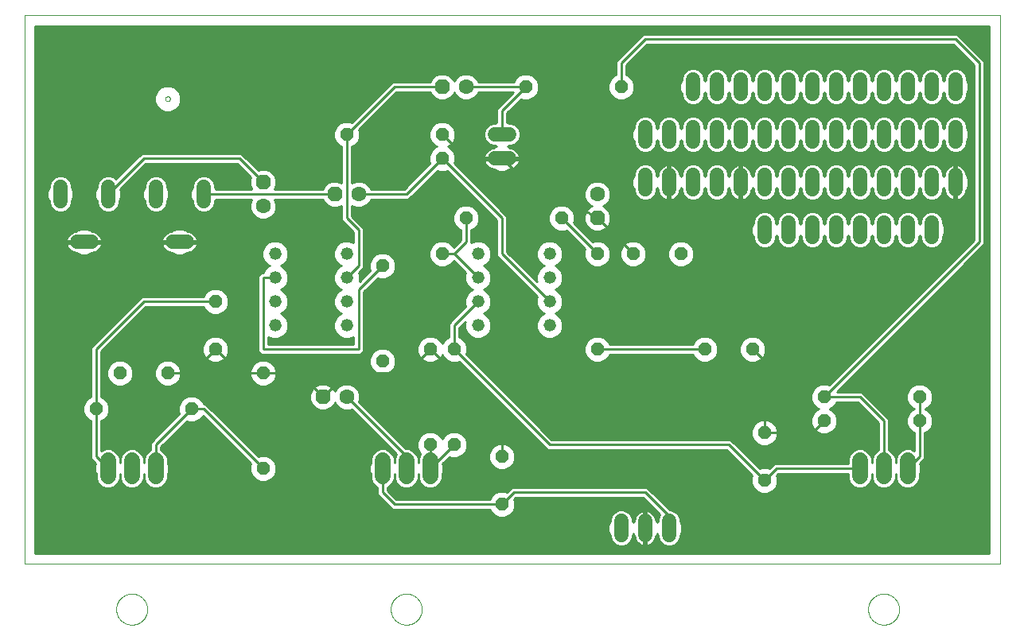
<source format=gtl>
G75*
%MOIN*%
%OFA0B0*%
%FSLAX25Y25*%
%IPPOS*%
%LPD*%
%AMOC8*
5,1,8,0,0,1.08239X$1,22.5*
%
%ADD10C,0.00000*%
%ADD11OC8,0.05200*%
%ADD12OC8,0.06300*%
%ADD13C,0.06300*%
%ADD14C,0.06600*%
%ADD15C,0.05200*%
%ADD16C,0.06000*%
%ADD17C,0.05937*%
%ADD18C,0.01000*%
D10*
X0040000Y0014800D02*
X0040002Y0014961D01*
X0040008Y0015121D01*
X0040018Y0015282D01*
X0040032Y0015442D01*
X0040050Y0015602D01*
X0040071Y0015761D01*
X0040097Y0015920D01*
X0040127Y0016078D01*
X0040160Y0016235D01*
X0040198Y0016392D01*
X0040239Y0016547D01*
X0040284Y0016701D01*
X0040333Y0016854D01*
X0040386Y0017006D01*
X0040442Y0017157D01*
X0040503Y0017306D01*
X0040566Y0017454D01*
X0040634Y0017600D01*
X0040705Y0017744D01*
X0040779Y0017886D01*
X0040857Y0018027D01*
X0040939Y0018165D01*
X0041024Y0018302D01*
X0041112Y0018436D01*
X0041204Y0018568D01*
X0041299Y0018698D01*
X0041397Y0018826D01*
X0041498Y0018951D01*
X0041602Y0019073D01*
X0041709Y0019193D01*
X0041819Y0019310D01*
X0041932Y0019425D01*
X0042048Y0019536D01*
X0042167Y0019645D01*
X0042288Y0019750D01*
X0042412Y0019853D01*
X0042538Y0019953D01*
X0042666Y0020049D01*
X0042797Y0020142D01*
X0042931Y0020232D01*
X0043066Y0020319D01*
X0043204Y0020402D01*
X0043343Y0020482D01*
X0043485Y0020558D01*
X0043628Y0020631D01*
X0043773Y0020700D01*
X0043920Y0020766D01*
X0044068Y0020828D01*
X0044218Y0020886D01*
X0044369Y0020941D01*
X0044522Y0020992D01*
X0044676Y0021039D01*
X0044831Y0021082D01*
X0044987Y0021121D01*
X0045143Y0021157D01*
X0045301Y0021188D01*
X0045459Y0021216D01*
X0045618Y0021240D01*
X0045778Y0021260D01*
X0045938Y0021276D01*
X0046098Y0021288D01*
X0046259Y0021296D01*
X0046420Y0021300D01*
X0046580Y0021300D01*
X0046741Y0021296D01*
X0046902Y0021288D01*
X0047062Y0021276D01*
X0047222Y0021260D01*
X0047382Y0021240D01*
X0047541Y0021216D01*
X0047699Y0021188D01*
X0047857Y0021157D01*
X0048013Y0021121D01*
X0048169Y0021082D01*
X0048324Y0021039D01*
X0048478Y0020992D01*
X0048631Y0020941D01*
X0048782Y0020886D01*
X0048932Y0020828D01*
X0049080Y0020766D01*
X0049227Y0020700D01*
X0049372Y0020631D01*
X0049515Y0020558D01*
X0049657Y0020482D01*
X0049796Y0020402D01*
X0049934Y0020319D01*
X0050069Y0020232D01*
X0050203Y0020142D01*
X0050334Y0020049D01*
X0050462Y0019953D01*
X0050588Y0019853D01*
X0050712Y0019750D01*
X0050833Y0019645D01*
X0050952Y0019536D01*
X0051068Y0019425D01*
X0051181Y0019310D01*
X0051291Y0019193D01*
X0051398Y0019073D01*
X0051502Y0018951D01*
X0051603Y0018826D01*
X0051701Y0018698D01*
X0051796Y0018568D01*
X0051888Y0018436D01*
X0051976Y0018302D01*
X0052061Y0018165D01*
X0052143Y0018027D01*
X0052221Y0017886D01*
X0052295Y0017744D01*
X0052366Y0017600D01*
X0052434Y0017454D01*
X0052497Y0017306D01*
X0052558Y0017157D01*
X0052614Y0017006D01*
X0052667Y0016854D01*
X0052716Y0016701D01*
X0052761Y0016547D01*
X0052802Y0016392D01*
X0052840Y0016235D01*
X0052873Y0016078D01*
X0052903Y0015920D01*
X0052929Y0015761D01*
X0052950Y0015602D01*
X0052968Y0015442D01*
X0052982Y0015282D01*
X0052992Y0015121D01*
X0052998Y0014961D01*
X0053000Y0014800D01*
X0052998Y0014639D01*
X0052992Y0014479D01*
X0052982Y0014318D01*
X0052968Y0014158D01*
X0052950Y0013998D01*
X0052929Y0013839D01*
X0052903Y0013680D01*
X0052873Y0013522D01*
X0052840Y0013365D01*
X0052802Y0013208D01*
X0052761Y0013053D01*
X0052716Y0012899D01*
X0052667Y0012746D01*
X0052614Y0012594D01*
X0052558Y0012443D01*
X0052497Y0012294D01*
X0052434Y0012146D01*
X0052366Y0012000D01*
X0052295Y0011856D01*
X0052221Y0011714D01*
X0052143Y0011573D01*
X0052061Y0011435D01*
X0051976Y0011298D01*
X0051888Y0011164D01*
X0051796Y0011032D01*
X0051701Y0010902D01*
X0051603Y0010774D01*
X0051502Y0010649D01*
X0051398Y0010527D01*
X0051291Y0010407D01*
X0051181Y0010290D01*
X0051068Y0010175D01*
X0050952Y0010064D01*
X0050833Y0009955D01*
X0050712Y0009850D01*
X0050588Y0009747D01*
X0050462Y0009647D01*
X0050334Y0009551D01*
X0050203Y0009458D01*
X0050069Y0009368D01*
X0049934Y0009281D01*
X0049796Y0009198D01*
X0049657Y0009118D01*
X0049515Y0009042D01*
X0049372Y0008969D01*
X0049227Y0008900D01*
X0049080Y0008834D01*
X0048932Y0008772D01*
X0048782Y0008714D01*
X0048631Y0008659D01*
X0048478Y0008608D01*
X0048324Y0008561D01*
X0048169Y0008518D01*
X0048013Y0008479D01*
X0047857Y0008443D01*
X0047699Y0008412D01*
X0047541Y0008384D01*
X0047382Y0008360D01*
X0047222Y0008340D01*
X0047062Y0008324D01*
X0046902Y0008312D01*
X0046741Y0008304D01*
X0046580Y0008300D01*
X0046420Y0008300D01*
X0046259Y0008304D01*
X0046098Y0008312D01*
X0045938Y0008324D01*
X0045778Y0008340D01*
X0045618Y0008360D01*
X0045459Y0008384D01*
X0045301Y0008412D01*
X0045143Y0008443D01*
X0044987Y0008479D01*
X0044831Y0008518D01*
X0044676Y0008561D01*
X0044522Y0008608D01*
X0044369Y0008659D01*
X0044218Y0008714D01*
X0044068Y0008772D01*
X0043920Y0008834D01*
X0043773Y0008900D01*
X0043628Y0008969D01*
X0043485Y0009042D01*
X0043343Y0009118D01*
X0043204Y0009198D01*
X0043066Y0009281D01*
X0042931Y0009368D01*
X0042797Y0009458D01*
X0042666Y0009551D01*
X0042538Y0009647D01*
X0042412Y0009747D01*
X0042288Y0009850D01*
X0042167Y0009955D01*
X0042048Y0010064D01*
X0041932Y0010175D01*
X0041819Y0010290D01*
X0041709Y0010407D01*
X0041602Y0010527D01*
X0041498Y0010649D01*
X0041397Y0010774D01*
X0041299Y0010902D01*
X0041204Y0011032D01*
X0041112Y0011164D01*
X0041024Y0011298D01*
X0040939Y0011435D01*
X0040857Y0011573D01*
X0040779Y0011714D01*
X0040705Y0011856D01*
X0040634Y0012000D01*
X0040566Y0012146D01*
X0040503Y0012294D01*
X0040442Y0012443D01*
X0040386Y0012594D01*
X0040333Y0012746D01*
X0040284Y0012899D01*
X0040239Y0013053D01*
X0040198Y0013208D01*
X0040160Y0013365D01*
X0040127Y0013522D01*
X0040097Y0013680D01*
X0040071Y0013839D01*
X0040050Y0013998D01*
X0040032Y0014158D01*
X0040018Y0014318D01*
X0040008Y0014479D01*
X0040002Y0014639D01*
X0040000Y0014800D01*
X0001500Y0033800D02*
X0001500Y0263761D01*
X0410201Y0263761D01*
X0410201Y0033800D01*
X0001500Y0033800D01*
X0035500Y0073800D02*
X0035502Y0073863D01*
X0035508Y0073925D01*
X0035518Y0073987D01*
X0035531Y0074049D01*
X0035549Y0074109D01*
X0035570Y0074168D01*
X0035595Y0074226D01*
X0035624Y0074282D01*
X0035656Y0074336D01*
X0035691Y0074388D01*
X0035729Y0074437D01*
X0035771Y0074485D01*
X0035815Y0074529D01*
X0035863Y0074571D01*
X0035912Y0074609D01*
X0035964Y0074644D01*
X0036018Y0074676D01*
X0036074Y0074705D01*
X0036132Y0074730D01*
X0036191Y0074751D01*
X0036251Y0074769D01*
X0036313Y0074782D01*
X0036375Y0074792D01*
X0036437Y0074798D01*
X0036500Y0074800D01*
X0036563Y0074798D01*
X0036625Y0074792D01*
X0036687Y0074782D01*
X0036749Y0074769D01*
X0036809Y0074751D01*
X0036868Y0074730D01*
X0036926Y0074705D01*
X0036982Y0074676D01*
X0037036Y0074644D01*
X0037088Y0074609D01*
X0037137Y0074571D01*
X0037185Y0074529D01*
X0037229Y0074485D01*
X0037271Y0074437D01*
X0037309Y0074388D01*
X0037344Y0074336D01*
X0037376Y0074282D01*
X0037405Y0074226D01*
X0037430Y0074168D01*
X0037451Y0074109D01*
X0037469Y0074049D01*
X0037482Y0073987D01*
X0037492Y0073925D01*
X0037498Y0073863D01*
X0037500Y0073800D01*
X0037498Y0073737D01*
X0037492Y0073675D01*
X0037482Y0073613D01*
X0037469Y0073551D01*
X0037451Y0073491D01*
X0037430Y0073432D01*
X0037405Y0073374D01*
X0037376Y0073318D01*
X0037344Y0073264D01*
X0037309Y0073212D01*
X0037271Y0073163D01*
X0037229Y0073115D01*
X0037185Y0073071D01*
X0037137Y0073029D01*
X0037088Y0072991D01*
X0037036Y0072956D01*
X0036982Y0072924D01*
X0036926Y0072895D01*
X0036868Y0072870D01*
X0036809Y0072849D01*
X0036749Y0072831D01*
X0036687Y0072818D01*
X0036625Y0072808D01*
X0036563Y0072802D01*
X0036500Y0072800D01*
X0036437Y0072802D01*
X0036375Y0072808D01*
X0036313Y0072818D01*
X0036251Y0072831D01*
X0036191Y0072849D01*
X0036132Y0072870D01*
X0036074Y0072895D01*
X0036018Y0072924D01*
X0035964Y0072956D01*
X0035912Y0072991D01*
X0035863Y0073029D01*
X0035815Y0073071D01*
X0035771Y0073115D01*
X0035729Y0073163D01*
X0035691Y0073212D01*
X0035656Y0073264D01*
X0035624Y0073318D01*
X0035595Y0073374D01*
X0035570Y0073432D01*
X0035549Y0073491D01*
X0035531Y0073551D01*
X0035518Y0073613D01*
X0035508Y0073675D01*
X0035502Y0073737D01*
X0035500Y0073800D01*
X0045500Y0073800D02*
X0045502Y0073863D01*
X0045508Y0073925D01*
X0045518Y0073987D01*
X0045531Y0074049D01*
X0045549Y0074109D01*
X0045570Y0074168D01*
X0045595Y0074226D01*
X0045624Y0074282D01*
X0045656Y0074336D01*
X0045691Y0074388D01*
X0045729Y0074437D01*
X0045771Y0074485D01*
X0045815Y0074529D01*
X0045863Y0074571D01*
X0045912Y0074609D01*
X0045964Y0074644D01*
X0046018Y0074676D01*
X0046074Y0074705D01*
X0046132Y0074730D01*
X0046191Y0074751D01*
X0046251Y0074769D01*
X0046313Y0074782D01*
X0046375Y0074792D01*
X0046437Y0074798D01*
X0046500Y0074800D01*
X0046563Y0074798D01*
X0046625Y0074792D01*
X0046687Y0074782D01*
X0046749Y0074769D01*
X0046809Y0074751D01*
X0046868Y0074730D01*
X0046926Y0074705D01*
X0046982Y0074676D01*
X0047036Y0074644D01*
X0047088Y0074609D01*
X0047137Y0074571D01*
X0047185Y0074529D01*
X0047229Y0074485D01*
X0047271Y0074437D01*
X0047309Y0074388D01*
X0047344Y0074336D01*
X0047376Y0074282D01*
X0047405Y0074226D01*
X0047430Y0074168D01*
X0047451Y0074109D01*
X0047469Y0074049D01*
X0047482Y0073987D01*
X0047492Y0073925D01*
X0047498Y0073863D01*
X0047500Y0073800D01*
X0047498Y0073737D01*
X0047492Y0073675D01*
X0047482Y0073613D01*
X0047469Y0073551D01*
X0047451Y0073491D01*
X0047430Y0073432D01*
X0047405Y0073374D01*
X0047376Y0073318D01*
X0047344Y0073264D01*
X0047309Y0073212D01*
X0047271Y0073163D01*
X0047229Y0073115D01*
X0047185Y0073071D01*
X0047137Y0073029D01*
X0047088Y0072991D01*
X0047036Y0072956D01*
X0046982Y0072924D01*
X0046926Y0072895D01*
X0046868Y0072870D01*
X0046809Y0072849D01*
X0046749Y0072831D01*
X0046687Y0072818D01*
X0046625Y0072808D01*
X0046563Y0072802D01*
X0046500Y0072800D01*
X0046437Y0072802D01*
X0046375Y0072808D01*
X0046313Y0072818D01*
X0046251Y0072831D01*
X0046191Y0072849D01*
X0046132Y0072870D01*
X0046074Y0072895D01*
X0046018Y0072924D01*
X0045964Y0072956D01*
X0045912Y0072991D01*
X0045863Y0073029D01*
X0045815Y0073071D01*
X0045771Y0073115D01*
X0045729Y0073163D01*
X0045691Y0073212D01*
X0045656Y0073264D01*
X0045624Y0073318D01*
X0045595Y0073374D01*
X0045570Y0073432D01*
X0045549Y0073491D01*
X0045531Y0073551D01*
X0045518Y0073613D01*
X0045508Y0073675D01*
X0045502Y0073737D01*
X0045500Y0073800D01*
X0055500Y0073800D02*
X0055502Y0073863D01*
X0055508Y0073925D01*
X0055518Y0073987D01*
X0055531Y0074049D01*
X0055549Y0074109D01*
X0055570Y0074168D01*
X0055595Y0074226D01*
X0055624Y0074282D01*
X0055656Y0074336D01*
X0055691Y0074388D01*
X0055729Y0074437D01*
X0055771Y0074485D01*
X0055815Y0074529D01*
X0055863Y0074571D01*
X0055912Y0074609D01*
X0055964Y0074644D01*
X0056018Y0074676D01*
X0056074Y0074705D01*
X0056132Y0074730D01*
X0056191Y0074751D01*
X0056251Y0074769D01*
X0056313Y0074782D01*
X0056375Y0074792D01*
X0056437Y0074798D01*
X0056500Y0074800D01*
X0056563Y0074798D01*
X0056625Y0074792D01*
X0056687Y0074782D01*
X0056749Y0074769D01*
X0056809Y0074751D01*
X0056868Y0074730D01*
X0056926Y0074705D01*
X0056982Y0074676D01*
X0057036Y0074644D01*
X0057088Y0074609D01*
X0057137Y0074571D01*
X0057185Y0074529D01*
X0057229Y0074485D01*
X0057271Y0074437D01*
X0057309Y0074388D01*
X0057344Y0074336D01*
X0057376Y0074282D01*
X0057405Y0074226D01*
X0057430Y0074168D01*
X0057451Y0074109D01*
X0057469Y0074049D01*
X0057482Y0073987D01*
X0057492Y0073925D01*
X0057498Y0073863D01*
X0057500Y0073800D01*
X0057498Y0073737D01*
X0057492Y0073675D01*
X0057482Y0073613D01*
X0057469Y0073551D01*
X0057451Y0073491D01*
X0057430Y0073432D01*
X0057405Y0073374D01*
X0057376Y0073318D01*
X0057344Y0073264D01*
X0057309Y0073212D01*
X0057271Y0073163D01*
X0057229Y0073115D01*
X0057185Y0073071D01*
X0057137Y0073029D01*
X0057088Y0072991D01*
X0057036Y0072956D01*
X0056982Y0072924D01*
X0056926Y0072895D01*
X0056868Y0072870D01*
X0056809Y0072849D01*
X0056749Y0072831D01*
X0056687Y0072818D01*
X0056625Y0072808D01*
X0056563Y0072802D01*
X0056500Y0072800D01*
X0056437Y0072802D01*
X0056375Y0072808D01*
X0056313Y0072818D01*
X0056251Y0072831D01*
X0056191Y0072849D01*
X0056132Y0072870D01*
X0056074Y0072895D01*
X0056018Y0072924D01*
X0055964Y0072956D01*
X0055912Y0072991D01*
X0055863Y0073029D01*
X0055815Y0073071D01*
X0055771Y0073115D01*
X0055729Y0073163D01*
X0055691Y0073212D01*
X0055656Y0073264D01*
X0055624Y0073318D01*
X0055595Y0073374D01*
X0055570Y0073432D01*
X0055549Y0073491D01*
X0055531Y0073551D01*
X0055518Y0073613D01*
X0055508Y0073675D01*
X0055502Y0073737D01*
X0055500Y0073800D01*
X0070500Y0098800D02*
X0070502Y0098863D01*
X0070508Y0098925D01*
X0070518Y0098987D01*
X0070531Y0099049D01*
X0070549Y0099109D01*
X0070570Y0099168D01*
X0070595Y0099226D01*
X0070624Y0099282D01*
X0070656Y0099336D01*
X0070691Y0099388D01*
X0070729Y0099437D01*
X0070771Y0099485D01*
X0070815Y0099529D01*
X0070863Y0099571D01*
X0070912Y0099609D01*
X0070964Y0099644D01*
X0071018Y0099676D01*
X0071074Y0099705D01*
X0071132Y0099730D01*
X0071191Y0099751D01*
X0071251Y0099769D01*
X0071313Y0099782D01*
X0071375Y0099792D01*
X0071437Y0099798D01*
X0071500Y0099800D01*
X0071563Y0099798D01*
X0071625Y0099792D01*
X0071687Y0099782D01*
X0071749Y0099769D01*
X0071809Y0099751D01*
X0071868Y0099730D01*
X0071926Y0099705D01*
X0071982Y0099676D01*
X0072036Y0099644D01*
X0072088Y0099609D01*
X0072137Y0099571D01*
X0072185Y0099529D01*
X0072229Y0099485D01*
X0072271Y0099437D01*
X0072309Y0099388D01*
X0072344Y0099336D01*
X0072376Y0099282D01*
X0072405Y0099226D01*
X0072430Y0099168D01*
X0072451Y0099109D01*
X0072469Y0099049D01*
X0072482Y0098987D01*
X0072492Y0098925D01*
X0072498Y0098863D01*
X0072500Y0098800D01*
X0072498Y0098737D01*
X0072492Y0098675D01*
X0072482Y0098613D01*
X0072469Y0098551D01*
X0072451Y0098491D01*
X0072430Y0098432D01*
X0072405Y0098374D01*
X0072376Y0098318D01*
X0072344Y0098264D01*
X0072309Y0098212D01*
X0072271Y0098163D01*
X0072229Y0098115D01*
X0072185Y0098071D01*
X0072137Y0098029D01*
X0072088Y0097991D01*
X0072036Y0097956D01*
X0071982Y0097924D01*
X0071926Y0097895D01*
X0071868Y0097870D01*
X0071809Y0097849D01*
X0071749Y0097831D01*
X0071687Y0097818D01*
X0071625Y0097808D01*
X0071563Y0097802D01*
X0071500Y0097800D01*
X0071437Y0097802D01*
X0071375Y0097808D01*
X0071313Y0097818D01*
X0071251Y0097831D01*
X0071191Y0097849D01*
X0071132Y0097870D01*
X0071074Y0097895D01*
X0071018Y0097924D01*
X0070964Y0097956D01*
X0070912Y0097991D01*
X0070863Y0098029D01*
X0070815Y0098071D01*
X0070771Y0098115D01*
X0070729Y0098163D01*
X0070691Y0098212D01*
X0070656Y0098264D01*
X0070624Y0098318D01*
X0070595Y0098374D01*
X0070570Y0098432D01*
X0070549Y0098491D01*
X0070531Y0098551D01*
X0070518Y0098613D01*
X0070508Y0098675D01*
X0070502Y0098737D01*
X0070500Y0098800D01*
X0060500Y0113800D02*
X0060502Y0113863D01*
X0060508Y0113925D01*
X0060518Y0113987D01*
X0060531Y0114049D01*
X0060549Y0114109D01*
X0060570Y0114168D01*
X0060595Y0114226D01*
X0060624Y0114282D01*
X0060656Y0114336D01*
X0060691Y0114388D01*
X0060729Y0114437D01*
X0060771Y0114485D01*
X0060815Y0114529D01*
X0060863Y0114571D01*
X0060912Y0114609D01*
X0060964Y0114644D01*
X0061018Y0114676D01*
X0061074Y0114705D01*
X0061132Y0114730D01*
X0061191Y0114751D01*
X0061251Y0114769D01*
X0061313Y0114782D01*
X0061375Y0114792D01*
X0061437Y0114798D01*
X0061500Y0114800D01*
X0061563Y0114798D01*
X0061625Y0114792D01*
X0061687Y0114782D01*
X0061749Y0114769D01*
X0061809Y0114751D01*
X0061868Y0114730D01*
X0061926Y0114705D01*
X0061982Y0114676D01*
X0062036Y0114644D01*
X0062088Y0114609D01*
X0062137Y0114571D01*
X0062185Y0114529D01*
X0062229Y0114485D01*
X0062271Y0114437D01*
X0062309Y0114388D01*
X0062344Y0114336D01*
X0062376Y0114282D01*
X0062405Y0114226D01*
X0062430Y0114168D01*
X0062451Y0114109D01*
X0062469Y0114049D01*
X0062482Y0113987D01*
X0062492Y0113925D01*
X0062498Y0113863D01*
X0062500Y0113800D01*
X0062498Y0113737D01*
X0062492Y0113675D01*
X0062482Y0113613D01*
X0062469Y0113551D01*
X0062451Y0113491D01*
X0062430Y0113432D01*
X0062405Y0113374D01*
X0062376Y0113318D01*
X0062344Y0113264D01*
X0062309Y0113212D01*
X0062271Y0113163D01*
X0062229Y0113115D01*
X0062185Y0113071D01*
X0062137Y0113029D01*
X0062088Y0112991D01*
X0062036Y0112956D01*
X0061982Y0112924D01*
X0061926Y0112895D01*
X0061868Y0112870D01*
X0061809Y0112849D01*
X0061749Y0112831D01*
X0061687Y0112818D01*
X0061625Y0112808D01*
X0061563Y0112802D01*
X0061500Y0112800D01*
X0061437Y0112802D01*
X0061375Y0112808D01*
X0061313Y0112818D01*
X0061251Y0112831D01*
X0061191Y0112849D01*
X0061132Y0112870D01*
X0061074Y0112895D01*
X0061018Y0112924D01*
X0060964Y0112956D01*
X0060912Y0112991D01*
X0060863Y0113029D01*
X0060815Y0113071D01*
X0060771Y0113115D01*
X0060729Y0113163D01*
X0060691Y0113212D01*
X0060656Y0113264D01*
X0060624Y0113318D01*
X0060595Y0113374D01*
X0060570Y0113432D01*
X0060549Y0113491D01*
X0060531Y0113551D01*
X0060518Y0113613D01*
X0060508Y0113675D01*
X0060502Y0113737D01*
X0060500Y0113800D01*
X0040500Y0113800D02*
X0040502Y0113863D01*
X0040508Y0113925D01*
X0040518Y0113987D01*
X0040531Y0114049D01*
X0040549Y0114109D01*
X0040570Y0114168D01*
X0040595Y0114226D01*
X0040624Y0114282D01*
X0040656Y0114336D01*
X0040691Y0114388D01*
X0040729Y0114437D01*
X0040771Y0114485D01*
X0040815Y0114529D01*
X0040863Y0114571D01*
X0040912Y0114609D01*
X0040964Y0114644D01*
X0041018Y0114676D01*
X0041074Y0114705D01*
X0041132Y0114730D01*
X0041191Y0114751D01*
X0041251Y0114769D01*
X0041313Y0114782D01*
X0041375Y0114792D01*
X0041437Y0114798D01*
X0041500Y0114800D01*
X0041563Y0114798D01*
X0041625Y0114792D01*
X0041687Y0114782D01*
X0041749Y0114769D01*
X0041809Y0114751D01*
X0041868Y0114730D01*
X0041926Y0114705D01*
X0041982Y0114676D01*
X0042036Y0114644D01*
X0042088Y0114609D01*
X0042137Y0114571D01*
X0042185Y0114529D01*
X0042229Y0114485D01*
X0042271Y0114437D01*
X0042309Y0114388D01*
X0042344Y0114336D01*
X0042376Y0114282D01*
X0042405Y0114226D01*
X0042430Y0114168D01*
X0042451Y0114109D01*
X0042469Y0114049D01*
X0042482Y0113987D01*
X0042492Y0113925D01*
X0042498Y0113863D01*
X0042500Y0113800D01*
X0042498Y0113737D01*
X0042492Y0113675D01*
X0042482Y0113613D01*
X0042469Y0113551D01*
X0042451Y0113491D01*
X0042430Y0113432D01*
X0042405Y0113374D01*
X0042376Y0113318D01*
X0042344Y0113264D01*
X0042309Y0113212D01*
X0042271Y0113163D01*
X0042229Y0113115D01*
X0042185Y0113071D01*
X0042137Y0113029D01*
X0042088Y0112991D01*
X0042036Y0112956D01*
X0041982Y0112924D01*
X0041926Y0112895D01*
X0041868Y0112870D01*
X0041809Y0112849D01*
X0041749Y0112831D01*
X0041687Y0112818D01*
X0041625Y0112808D01*
X0041563Y0112802D01*
X0041500Y0112800D01*
X0041437Y0112802D01*
X0041375Y0112808D01*
X0041313Y0112818D01*
X0041251Y0112831D01*
X0041191Y0112849D01*
X0041132Y0112870D01*
X0041074Y0112895D01*
X0041018Y0112924D01*
X0040964Y0112956D01*
X0040912Y0112991D01*
X0040863Y0113029D01*
X0040815Y0113071D01*
X0040771Y0113115D01*
X0040729Y0113163D01*
X0040691Y0113212D01*
X0040656Y0113264D01*
X0040624Y0113318D01*
X0040595Y0113374D01*
X0040570Y0113432D01*
X0040549Y0113491D01*
X0040531Y0113551D01*
X0040518Y0113613D01*
X0040508Y0113675D01*
X0040502Y0113737D01*
X0040500Y0113800D01*
X0030500Y0098800D02*
X0030502Y0098863D01*
X0030508Y0098925D01*
X0030518Y0098987D01*
X0030531Y0099049D01*
X0030549Y0099109D01*
X0030570Y0099168D01*
X0030595Y0099226D01*
X0030624Y0099282D01*
X0030656Y0099336D01*
X0030691Y0099388D01*
X0030729Y0099437D01*
X0030771Y0099485D01*
X0030815Y0099529D01*
X0030863Y0099571D01*
X0030912Y0099609D01*
X0030964Y0099644D01*
X0031018Y0099676D01*
X0031074Y0099705D01*
X0031132Y0099730D01*
X0031191Y0099751D01*
X0031251Y0099769D01*
X0031313Y0099782D01*
X0031375Y0099792D01*
X0031437Y0099798D01*
X0031500Y0099800D01*
X0031563Y0099798D01*
X0031625Y0099792D01*
X0031687Y0099782D01*
X0031749Y0099769D01*
X0031809Y0099751D01*
X0031868Y0099730D01*
X0031926Y0099705D01*
X0031982Y0099676D01*
X0032036Y0099644D01*
X0032088Y0099609D01*
X0032137Y0099571D01*
X0032185Y0099529D01*
X0032229Y0099485D01*
X0032271Y0099437D01*
X0032309Y0099388D01*
X0032344Y0099336D01*
X0032376Y0099282D01*
X0032405Y0099226D01*
X0032430Y0099168D01*
X0032451Y0099109D01*
X0032469Y0099049D01*
X0032482Y0098987D01*
X0032492Y0098925D01*
X0032498Y0098863D01*
X0032500Y0098800D01*
X0032498Y0098737D01*
X0032492Y0098675D01*
X0032482Y0098613D01*
X0032469Y0098551D01*
X0032451Y0098491D01*
X0032430Y0098432D01*
X0032405Y0098374D01*
X0032376Y0098318D01*
X0032344Y0098264D01*
X0032309Y0098212D01*
X0032271Y0098163D01*
X0032229Y0098115D01*
X0032185Y0098071D01*
X0032137Y0098029D01*
X0032088Y0097991D01*
X0032036Y0097956D01*
X0031982Y0097924D01*
X0031926Y0097895D01*
X0031868Y0097870D01*
X0031809Y0097849D01*
X0031749Y0097831D01*
X0031687Y0097818D01*
X0031625Y0097808D01*
X0031563Y0097802D01*
X0031500Y0097800D01*
X0031437Y0097802D01*
X0031375Y0097808D01*
X0031313Y0097818D01*
X0031251Y0097831D01*
X0031191Y0097849D01*
X0031132Y0097870D01*
X0031074Y0097895D01*
X0031018Y0097924D01*
X0030964Y0097956D01*
X0030912Y0097991D01*
X0030863Y0098029D01*
X0030815Y0098071D01*
X0030771Y0098115D01*
X0030729Y0098163D01*
X0030691Y0098212D01*
X0030656Y0098264D01*
X0030624Y0098318D01*
X0030595Y0098374D01*
X0030570Y0098432D01*
X0030549Y0098491D01*
X0030531Y0098551D01*
X0030518Y0098613D01*
X0030508Y0098675D01*
X0030502Y0098737D01*
X0030500Y0098800D01*
X0080500Y0123800D02*
X0080502Y0123863D01*
X0080508Y0123925D01*
X0080518Y0123987D01*
X0080531Y0124049D01*
X0080549Y0124109D01*
X0080570Y0124168D01*
X0080595Y0124226D01*
X0080624Y0124282D01*
X0080656Y0124336D01*
X0080691Y0124388D01*
X0080729Y0124437D01*
X0080771Y0124485D01*
X0080815Y0124529D01*
X0080863Y0124571D01*
X0080912Y0124609D01*
X0080964Y0124644D01*
X0081018Y0124676D01*
X0081074Y0124705D01*
X0081132Y0124730D01*
X0081191Y0124751D01*
X0081251Y0124769D01*
X0081313Y0124782D01*
X0081375Y0124792D01*
X0081437Y0124798D01*
X0081500Y0124800D01*
X0081563Y0124798D01*
X0081625Y0124792D01*
X0081687Y0124782D01*
X0081749Y0124769D01*
X0081809Y0124751D01*
X0081868Y0124730D01*
X0081926Y0124705D01*
X0081982Y0124676D01*
X0082036Y0124644D01*
X0082088Y0124609D01*
X0082137Y0124571D01*
X0082185Y0124529D01*
X0082229Y0124485D01*
X0082271Y0124437D01*
X0082309Y0124388D01*
X0082344Y0124336D01*
X0082376Y0124282D01*
X0082405Y0124226D01*
X0082430Y0124168D01*
X0082451Y0124109D01*
X0082469Y0124049D01*
X0082482Y0123987D01*
X0082492Y0123925D01*
X0082498Y0123863D01*
X0082500Y0123800D01*
X0082498Y0123737D01*
X0082492Y0123675D01*
X0082482Y0123613D01*
X0082469Y0123551D01*
X0082451Y0123491D01*
X0082430Y0123432D01*
X0082405Y0123374D01*
X0082376Y0123318D01*
X0082344Y0123264D01*
X0082309Y0123212D01*
X0082271Y0123163D01*
X0082229Y0123115D01*
X0082185Y0123071D01*
X0082137Y0123029D01*
X0082088Y0122991D01*
X0082036Y0122956D01*
X0081982Y0122924D01*
X0081926Y0122895D01*
X0081868Y0122870D01*
X0081809Y0122849D01*
X0081749Y0122831D01*
X0081687Y0122818D01*
X0081625Y0122808D01*
X0081563Y0122802D01*
X0081500Y0122800D01*
X0081437Y0122802D01*
X0081375Y0122808D01*
X0081313Y0122818D01*
X0081251Y0122831D01*
X0081191Y0122849D01*
X0081132Y0122870D01*
X0081074Y0122895D01*
X0081018Y0122924D01*
X0080964Y0122956D01*
X0080912Y0122991D01*
X0080863Y0123029D01*
X0080815Y0123071D01*
X0080771Y0123115D01*
X0080729Y0123163D01*
X0080691Y0123212D01*
X0080656Y0123264D01*
X0080624Y0123318D01*
X0080595Y0123374D01*
X0080570Y0123432D01*
X0080549Y0123491D01*
X0080531Y0123551D01*
X0080518Y0123613D01*
X0080508Y0123675D01*
X0080502Y0123737D01*
X0080500Y0123800D01*
X0080502Y0123863D01*
X0080508Y0123925D01*
X0080518Y0123987D01*
X0080531Y0124049D01*
X0080549Y0124109D01*
X0080570Y0124168D01*
X0080595Y0124226D01*
X0080624Y0124282D01*
X0080656Y0124336D01*
X0080691Y0124388D01*
X0080729Y0124437D01*
X0080771Y0124485D01*
X0080815Y0124529D01*
X0080863Y0124571D01*
X0080912Y0124609D01*
X0080964Y0124644D01*
X0081018Y0124676D01*
X0081074Y0124705D01*
X0081132Y0124730D01*
X0081191Y0124751D01*
X0081251Y0124769D01*
X0081313Y0124782D01*
X0081375Y0124792D01*
X0081437Y0124798D01*
X0081500Y0124800D01*
X0081563Y0124798D01*
X0081625Y0124792D01*
X0081687Y0124782D01*
X0081749Y0124769D01*
X0081809Y0124751D01*
X0081868Y0124730D01*
X0081926Y0124705D01*
X0081982Y0124676D01*
X0082036Y0124644D01*
X0082088Y0124609D01*
X0082137Y0124571D01*
X0082185Y0124529D01*
X0082229Y0124485D01*
X0082271Y0124437D01*
X0082309Y0124388D01*
X0082344Y0124336D01*
X0082376Y0124282D01*
X0082405Y0124226D01*
X0082430Y0124168D01*
X0082451Y0124109D01*
X0082469Y0124049D01*
X0082482Y0123987D01*
X0082492Y0123925D01*
X0082498Y0123863D01*
X0082500Y0123800D01*
X0082498Y0123737D01*
X0082492Y0123675D01*
X0082482Y0123613D01*
X0082469Y0123551D01*
X0082451Y0123491D01*
X0082430Y0123432D01*
X0082405Y0123374D01*
X0082376Y0123318D01*
X0082344Y0123264D01*
X0082309Y0123212D01*
X0082271Y0123163D01*
X0082229Y0123115D01*
X0082185Y0123071D01*
X0082137Y0123029D01*
X0082088Y0122991D01*
X0082036Y0122956D01*
X0081982Y0122924D01*
X0081926Y0122895D01*
X0081868Y0122870D01*
X0081809Y0122849D01*
X0081749Y0122831D01*
X0081687Y0122818D01*
X0081625Y0122808D01*
X0081563Y0122802D01*
X0081500Y0122800D01*
X0081437Y0122802D01*
X0081375Y0122808D01*
X0081313Y0122818D01*
X0081251Y0122831D01*
X0081191Y0122849D01*
X0081132Y0122870D01*
X0081074Y0122895D01*
X0081018Y0122924D01*
X0080964Y0122956D01*
X0080912Y0122991D01*
X0080863Y0123029D01*
X0080815Y0123071D01*
X0080771Y0123115D01*
X0080729Y0123163D01*
X0080691Y0123212D01*
X0080656Y0123264D01*
X0080624Y0123318D01*
X0080595Y0123374D01*
X0080570Y0123432D01*
X0080549Y0123491D01*
X0080531Y0123551D01*
X0080518Y0123613D01*
X0080508Y0123675D01*
X0080502Y0123737D01*
X0080500Y0123800D01*
X0100500Y0113800D02*
X0100502Y0113863D01*
X0100508Y0113925D01*
X0100518Y0113987D01*
X0100531Y0114049D01*
X0100549Y0114109D01*
X0100570Y0114168D01*
X0100595Y0114226D01*
X0100624Y0114282D01*
X0100656Y0114336D01*
X0100691Y0114388D01*
X0100729Y0114437D01*
X0100771Y0114485D01*
X0100815Y0114529D01*
X0100863Y0114571D01*
X0100912Y0114609D01*
X0100964Y0114644D01*
X0101018Y0114676D01*
X0101074Y0114705D01*
X0101132Y0114730D01*
X0101191Y0114751D01*
X0101251Y0114769D01*
X0101313Y0114782D01*
X0101375Y0114792D01*
X0101437Y0114798D01*
X0101500Y0114800D01*
X0101563Y0114798D01*
X0101625Y0114792D01*
X0101687Y0114782D01*
X0101749Y0114769D01*
X0101809Y0114751D01*
X0101868Y0114730D01*
X0101926Y0114705D01*
X0101982Y0114676D01*
X0102036Y0114644D01*
X0102088Y0114609D01*
X0102137Y0114571D01*
X0102185Y0114529D01*
X0102229Y0114485D01*
X0102271Y0114437D01*
X0102309Y0114388D01*
X0102344Y0114336D01*
X0102376Y0114282D01*
X0102405Y0114226D01*
X0102430Y0114168D01*
X0102451Y0114109D01*
X0102469Y0114049D01*
X0102482Y0113987D01*
X0102492Y0113925D01*
X0102498Y0113863D01*
X0102500Y0113800D01*
X0102498Y0113737D01*
X0102492Y0113675D01*
X0102482Y0113613D01*
X0102469Y0113551D01*
X0102451Y0113491D01*
X0102430Y0113432D01*
X0102405Y0113374D01*
X0102376Y0113318D01*
X0102344Y0113264D01*
X0102309Y0113212D01*
X0102271Y0113163D01*
X0102229Y0113115D01*
X0102185Y0113071D01*
X0102137Y0113029D01*
X0102088Y0112991D01*
X0102036Y0112956D01*
X0101982Y0112924D01*
X0101926Y0112895D01*
X0101868Y0112870D01*
X0101809Y0112849D01*
X0101749Y0112831D01*
X0101687Y0112818D01*
X0101625Y0112808D01*
X0101563Y0112802D01*
X0101500Y0112800D01*
X0101437Y0112802D01*
X0101375Y0112808D01*
X0101313Y0112818D01*
X0101251Y0112831D01*
X0101191Y0112849D01*
X0101132Y0112870D01*
X0101074Y0112895D01*
X0101018Y0112924D01*
X0100964Y0112956D01*
X0100912Y0112991D01*
X0100863Y0113029D01*
X0100815Y0113071D01*
X0100771Y0113115D01*
X0100729Y0113163D01*
X0100691Y0113212D01*
X0100656Y0113264D01*
X0100624Y0113318D01*
X0100595Y0113374D01*
X0100570Y0113432D01*
X0100549Y0113491D01*
X0100531Y0113551D01*
X0100518Y0113613D01*
X0100508Y0113675D01*
X0100502Y0113737D01*
X0100500Y0113800D01*
X0125500Y0103800D02*
X0125502Y0103863D01*
X0125508Y0103925D01*
X0125518Y0103987D01*
X0125531Y0104049D01*
X0125549Y0104109D01*
X0125570Y0104168D01*
X0125595Y0104226D01*
X0125624Y0104282D01*
X0125656Y0104336D01*
X0125691Y0104388D01*
X0125729Y0104437D01*
X0125771Y0104485D01*
X0125815Y0104529D01*
X0125863Y0104571D01*
X0125912Y0104609D01*
X0125964Y0104644D01*
X0126018Y0104676D01*
X0126074Y0104705D01*
X0126132Y0104730D01*
X0126191Y0104751D01*
X0126251Y0104769D01*
X0126313Y0104782D01*
X0126375Y0104792D01*
X0126437Y0104798D01*
X0126500Y0104800D01*
X0126563Y0104798D01*
X0126625Y0104792D01*
X0126687Y0104782D01*
X0126749Y0104769D01*
X0126809Y0104751D01*
X0126868Y0104730D01*
X0126926Y0104705D01*
X0126982Y0104676D01*
X0127036Y0104644D01*
X0127088Y0104609D01*
X0127137Y0104571D01*
X0127185Y0104529D01*
X0127229Y0104485D01*
X0127271Y0104437D01*
X0127309Y0104388D01*
X0127344Y0104336D01*
X0127376Y0104282D01*
X0127405Y0104226D01*
X0127430Y0104168D01*
X0127451Y0104109D01*
X0127469Y0104049D01*
X0127482Y0103987D01*
X0127492Y0103925D01*
X0127498Y0103863D01*
X0127500Y0103800D01*
X0127498Y0103737D01*
X0127492Y0103675D01*
X0127482Y0103613D01*
X0127469Y0103551D01*
X0127451Y0103491D01*
X0127430Y0103432D01*
X0127405Y0103374D01*
X0127376Y0103318D01*
X0127344Y0103264D01*
X0127309Y0103212D01*
X0127271Y0103163D01*
X0127229Y0103115D01*
X0127185Y0103071D01*
X0127137Y0103029D01*
X0127088Y0102991D01*
X0127036Y0102956D01*
X0126982Y0102924D01*
X0126926Y0102895D01*
X0126868Y0102870D01*
X0126809Y0102849D01*
X0126749Y0102831D01*
X0126687Y0102818D01*
X0126625Y0102808D01*
X0126563Y0102802D01*
X0126500Y0102800D01*
X0126437Y0102802D01*
X0126375Y0102808D01*
X0126313Y0102818D01*
X0126251Y0102831D01*
X0126191Y0102849D01*
X0126132Y0102870D01*
X0126074Y0102895D01*
X0126018Y0102924D01*
X0125964Y0102956D01*
X0125912Y0102991D01*
X0125863Y0103029D01*
X0125815Y0103071D01*
X0125771Y0103115D01*
X0125729Y0103163D01*
X0125691Y0103212D01*
X0125656Y0103264D01*
X0125624Y0103318D01*
X0125595Y0103374D01*
X0125570Y0103432D01*
X0125549Y0103491D01*
X0125531Y0103551D01*
X0125518Y0103613D01*
X0125508Y0103675D01*
X0125502Y0103737D01*
X0125500Y0103800D01*
X0135500Y0103800D02*
X0135502Y0103863D01*
X0135508Y0103925D01*
X0135518Y0103987D01*
X0135531Y0104049D01*
X0135549Y0104109D01*
X0135570Y0104168D01*
X0135595Y0104226D01*
X0135624Y0104282D01*
X0135656Y0104336D01*
X0135691Y0104388D01*
X0135729Y0104437D01*
X0135771Y0104485D01*
X0135815Y0104529D01*
X0135863Y0104571D01*
X0135912Y0104609D01*
X0135964Y0104644D01*
X0136018Y0104676D01*
X0136074Y0104705D01*
X0136132Y0104730D01*
X0136191Y0104751D01*
X0136251Y0104769D01*
X0136313Y0104782D01*
X0136375Y0104792D01*
X0136437Y0104798D01*
X0136500Y0104800D01*
X0136563Y0104798D01*
X0136625Y0104792D01*
X0136687Y0104782D01*
X0136749Y0104769D01*
X0136809Y0104751D01*
X0136868Y0104730D01*
X0136926Y0104705D01*
X0136982Y0104676D01*
X0137036Y0104644D01*
X0137088Y0104609D01*
X0137137Y0104571D01*
X0137185Y0104529D01*
X0137229Y0104485D01*
X0137271Y0104437D01*
X0137309Y0104388D01*
X0137344Y0104336D01*
X0137376Y0104282D01*
X0137405Y0104226D01*
X0137430Y0104168D01*
X0137451Y0104109D01*
X0137469Y0104049D01*
X0137482Y0103987D01*
X0137492Y0103925D01*
X0137498Y0103863D01*
X0137500Y0103800D01*
X0137498Y0103737D01*
X0137492Y0103675D01*
X0137482Y0103613D01*
X0137469Y0103551D01*
X0137451Y0103491D01*
X0137430Y0103432D01*
X0137405Y0103374D01*
X0137376Y0103318D01*
X0137344Y0103264D01*
X0137309Y0103212D01*
X0137271Y0103163D01*
X0137229Y0103115D01*
X0137185Y0103071D01*
X0137137Y0103029D01*
X0137088Y0102991D01*
X0137036Y0102956D01*
X0136982Y0102924D01*
X0136926Y0102895D01*
X0136868Y0102870D01*
X0136809Y0102849D01*
X0136749Y0102831D01*
X0136687Y0102818D01*
X0136625Y0102808D01*
X0136563Y0102802D01*
X0136500Y0102800D01*
X0136437Y0102802D01*
X0136375Y0102808D01*
X0136313Y0102818D01*
X0136251Y0102831D01*
X0136191Y0102849D01*
X0136132Y0102870D01*
X0136074Y0102895D01*
X0136018Y0102924D01*
X0135964Y0102956D01*
X0135912Y0102991D01*
X0135863Y0103029D01*
X0135815Y0103071D01*
X0135771Y0103115D01*
X0135729Y0103163D01*
X0135691Y0103212D01*
X0135656Y0103264D01*
X0135624Y0103318D01*
X0135595Y0103374D01*
X0135570Y0103432D01*
X0135549Y0103491D01*
X0135531Y0103551D01*
X0135518Y0103613D01*
X0135508Y0103675D01*
X0135502Y0103737D01*
X0135500Y0103800D01*
X0150500Y0118800D02*
X0150502Y0118863D01*
X0150508Y0118925D01*
X0150518Y0118987D01*
X0150531Y0119049D01*
X0150549Y0119109D01*
X0150570Y0119168D01*
X0150595Y0119226D01*
X0150624Y0119282D01*
X0150656Y0119336D01*
X0150691Y0119388D01*
X0150729Y0119437D01*
X0150771Y0119485D01*
X0150815Y0119529D01*
X0150863Y0119571D01*
X0150912Y0119609D01*
X0150964Y0119644D01*
X0151018Y0119676D01*
X0151074Y0119705D01*
X0151132Y0119730D01*
X0151191Y0119751D01*
X0151251Y0119769D01*
X0151313Y0119782D01*
X0151375Y0119792D01*
X0151437Y0119798D01*
X0151500Y0119800D01*
X0151563Y0119798D01*
X0151625Y0119792D01*
X0151687Y0119782D01*
X0151749Y0119769D01*
X0151809Y0119751D01*
X0151868Y0119730D01*
X0151926Y0119705D01*
X0151982Y0119676D01*
X0152036Y0119644D01*
X0152088Y0119609D01*
X0152137Y0119571D01*
X0152185Y0119529D01*
X0152229Y0119485D01*
X0152271Y0119437D01*
X0152309Y0119388D01*
X0152344Y0119336D01*
X0152376Y0119282D01*
X0152405Y0119226D01*
X0152430Y0119168D01*
X0152451Y0119109D01*
X0152469Y0119049D01*
X0152482Y0118987D01*
X0152492Y0118925D01*
X0152498Y0118863D01*
X0152500Y0118800D01*
X0152498Y0118737D01*
X0152492Y0118675D01*
X0152482Y0118613D01*
X0152469Y0118551D01*
X0152451Y0118491D01*
X0152430Y0118432D01*
X0152405Y0118374D01*
X0152376Y0118318D01*
X0152344Y0118264D01*
X0152309Y0118212D01*
X0152271Y0118163D01*
X0152229Y0118115D01*
X0152185Y0118071D01*
X0152137Y0118029D01*
X0152088Y0117991D01*
X0152036Y0117956D01*
X0151982Y0117924D01*
X0151926Y0117895D01*
X0151868Y0117870D01*
X0151809Y0117849D01*
X0151749Y0117831D01*
X0151687Y0117818D01*
X0151625Y0117808D01*
X0151563Y0117802D01*
X0151500Y0117800D01*
X0151437Y0117802D01*
X0151375Y0117808D01*
X0151313Y0117818D01*
X0151251Y0117831D01*
X0151191Y0117849D01*
X0151132Y0117870D01*
X0151074Y0117895D01*
X0151018Y0117924D01*
X0150964Y0117956D01*
X0150912Y0117991D01*
X0150863Y0118029D01*
X0150815Y0118071D01*
X0150771Y0118115D01*
X0150729Y0118163D01*
X0150691Y0118212D01*
X0150656Y0118264D01*
X0150624Y0118318D01*
X0150595Y0118374D01*
X0150570Y0118432D01*
X0150549Y0118491D01*
X0150531Y0118551D01*
X0150518Y0118613D01*
X0150508Y0118675D01*
X0150502Y0118737D01*
X0150500Y0118800D01*
X0170500Y0123800D02*
X0170502Y0123863D01*
X0170508Y0123925D01*
X0170518Y0123987D01*
X0170531Y0124049D01*
X0170549Y0124109D01*
X0170570Y0124168D01*
X0170595Y0124226D01*
X0170624Y0124282D01*
X0170656Y0124336D01*
X0170691Y0124388D01*
X0170729Y0124437D01*
X0170771Y0124485D01*
X0170815Y0124529D01*
X0170863Y0124571D01*
X0170912Y0124609D01*
X0170964Y0124644D01*
X0171018Y0124676D01*
X0171074Y0124705D01*
X0171132Y0124730D01*
X0171191Y0124751D01*
X0171251Y0124769D01*
X0171313Y0124782D01*
X0171375Y0124792D01*
X0171437Y0124798D01*
X0171500Y0124800D01*
X0171563Y0124798D01*
X0171625Y0124792D01*
X0171687Y0124782D01*
X0171749Y0124769D01*
X0171809Y0124751D01*
X0171868Y0124730D01*
X0171926Y0124705D01*
X0171982Y0124676D01*
X0172036Y0124644D01*
X0172088Y0124609D01*
X0172137Y0124571D01*
X0172185Y0124529D01*
X0172229Y0124485D01*
X0172271Y0124437D01*
X0172309Y0124388D01*
X0172344Y0124336D01*
X0172376Y0124282D01*
X0172405Y0124226D01*
X0172430Y0124168D01*
X0172451Y0124109D01*
X0172469Y0124049D01*
X0172482Y0123987D01*
X0172492Y0123925D01*
X0172498Y0123863D01*
X0172500Y0123800D01*
X0172498Y0123737D01*
X0172492Y0123675D01*
X0172482Y0123613D01*
X0172469Y0123551D01*
X0172451Y0123491D01*
X0172430Y0123432D01*
X0172405Y0123374D01*
X0172376Y0123318D01*
X0172344Y0123264D01*
X0172309Y0123212D01*
X0172271Y0123163D01*
X0172229Y0123115D01*
X0172185Y0123071D01*
X0172137Y0123029D01*
X0172088Y0122991D01*
X0172036Y0122956D01*
X0171982Y0122924D01*
X0171926Y0122895D01*
X0171868Y0122870D01*
X0171809Y0122849D01*
X0171749Y0122831D01*
X0171687Y0122818D01*
X0171625Y0122808D01*
X0171563Y0122802D01*
X0171500Y0122800D01*
X0171437Y0122802D01*
X0171375Y0122808D01*
X0171313Y0122818D01*
X0171251Y0122831D01*
X0171191Y0122849D01*
X0171132Y0122870D01*
X0171074Y0122895D01*
X0171018Y0122924D01*
X0170964Y0122956D01*
X0170912Y0122991D01*
X0170863Y0123029D01*
X0170815Y0123071D01*
X0170771Y0123115D01*
X0170729Y0123163D01*
X0170691Y0123212D01*
X0170656Y0123264D01*
X0170624Y0123318D01*
X0170595Y0123374D01*
X0170570Y0123432D01*
X0170549Y0123491D01*
X0170531Y0123551D01*
X0170518Y0123613D01*
X0170508Y0123675D01*
X0170502Y0123737D01*
X0170500Y0123800D01*
X0180500Y0123800D02*
X0180502Y0123863D01*
X0180508Y0123925D01*
X0180518Y0123987D01*
X0180531Y0124049D01*
X0180549Y0124109D01*
X0180570Y0124168D01*
X0180595Y0124226D01*
X0180624Y0124282D01*
X0180656Y0124336D01*
X0180691Y0124388D01*
X0180729Y0124437D01*
X0180771Y0124485D01*
X0180815Y0124529D01*
X0180863Y0124571D01*
X0180912Y0124609D01*
X0180964Y0124644D01*
X0181018Y0124676D01*
X0181074Y0124705D01*
X0181132Y0124730D01*
X0181191Y0124751D01*
X0181251Y0124769D01*
X0181313Y0124782D01*
X0181375Y0124792D01*
X0181437Y0124798D01*
X0181500Y0124800D01*
X0181563Y0124798D01*
X0181625Y0124792D01*
X0181687Y0124782D01*
X0181749Y0124769D01*
X0181809Y0124751D01*
X0181868Y0124730D01*
X0181926Y0124705D01*
X0181982Y0124676D01*
X0182036Y0124644D01*
X0182088Y0124609D01*
X0182137Y0124571D01*
X0182185Y0124529D01*
X0182229Y0124485D01*
X0182271Y0124437D01*
X0182309Y0124388D01*
X0182344Y0124336D01*
X0182376Y0124282D01*
X0182405Y0124226D01*
X0182430Y0124168D01*
X0182451Y0124109D01*
X0182469Y0124049D01*
X0182482Y0123987D01*
X0182492Y0123925D01*
X0182498Y0123863D01*
X0182500Y0123800D01*
X0182498Y0123737D01*
X0182492Y0123675D01*
X0182482Y0123613D01*
X0182469Y0123551D01*
X0182451Y0123491D01*
X0182430Y0123432D01*
X0182405Y0123374D01*
X0182376Y0123318D01*
X0182344Y0123264D01*
X0182309Y0123212D01*
X0182271Y0123163D01*
X0182229Y0123115D01*
X0182185Y0123071D01*
X0182137Y0123029D01*
X0182088Y0122991D01*
X0182036Y0122956D01*
X0181982Y0122924D01*
X0181926Y0122895D01*
X0181868Y0122870D01*
X0181809Y0122849D01*
X0181749Y0122831D01*
X0181687Y0122818D01*
X0181625Y0122808D01*
X0181563Y0122802D01*
X0181500Y0122800D01*
X0181437Y0122802D01*
X0181375Y0122808D01*
X0181313Y0122818D01*
X0181251Y0122831D01*
X0181191Y0122849D01*
X0181132Y0122870D01*
X0181074Y0122895D01*
X0181018Y0122924D01*
X0180964Y0122956D01*
X0180912Y0122991D01*
X0180863Y0123029D01*
X0180815Y0123071D01*
X0180771Y0123115D01*
X0180729Y0123163D01*
X0180691Y0123212D01*
X0180656Y0123264D01*
X0180624Y0123318D01*
X0180595Y0123374D01*
X0180570Y0123432D01*
X0180549Y0123491D01*
X0180531Y0123551D01*
X0180518Y0123613D01*
X0180508Y0123675D01*
X0180502Y0123737D01*
X0180500Y0123800D01*
X0190500Y0133800D02*
X0190502Y0133863D01*
X0190508Y0133925D01*
X0190518Y0133987D01*
X0190531Y0134049D01*
X0190549Y0134109D01*
X0190570Y0134168D01*
X0190595Y0134226D01*
X0190624Y0134282D01*
X0190656Y0134336D01*
X0190691Y0134388D01*
X0190729Y0134437D01*
X0190771Y0134485D01*
X0190815Y0134529D01*
X0190863Y0134571D01*
X0190912Y0134609D01*
X0190964Y0134644D01*
X0191018Y0134676D01*
X0191074Y0134705D01*
X0191132Y0134730D01*
X0191191Y0134751D01*
X0191251Y0134769D01*
X0191313Y0134782D01*
X0191375Y0134792D01*
X0191437Y0134798D01*
X0191500Y0134800D01*
X0191563Y0134798D01*
X0191625Y0134792D01*
X0191687Y0134782D01*
X0191749Y0134769D01*
X0191809Y0134751D01*
X0191868Y0134730D01*
X0191926Y0134705D01*
X0191982Y0134676D01*
X0192036Y0134644D01*
X0192088Y0134609D01*
X0192137Y0134571D01*
X0192185Y0134529D01*
X0192229Y0134485D01*
X0192271Y0134437D01*
X0192309Y0134388D01*
X0192344Y0134336D01*
X0192376Y0134282D01*
X0192405Y0134226D01*
X0192430Y0134168D01*
X0192451Y0134109D01*
X0192469Y0134049D01*
X0192482Y0133987D01*
X0192492Y0133925D01*
X0192498Y0133863D01*
X0192500Y0133800D01*
X0192498Y0133737D01*
X0192492Y0133675D01*
X0192482Y0133613D01*
X0192469Y0133551D01*
X0192451Y0133491D01*
X0192430Y0133432D01*
X0192405Y0133374D01*
X0192376Y0133318D01*
X0192344Y0133264D01*
X0192309Y0133212D01*
X0192271Y0133163D01*
X0192229Y0133115D01*
X0192185Y0133071D01*
X0192137Y0133029D01*
X0192088Y0132991D01*
X0192036Y0132956D01*
X0191982Y0132924D01*
X0191926Y0132895D01*
X0191868Y0132870D01*
X0191809Y0132849D01*
X0191749Y0132831D01*
X0191687Y0132818D01*
X0191625Y0132808D01*
X0191563Y0132802D01*
X0191500Y0132800D01*
X0191437Y0132802D01*
X0191375Y0132808D01*
X0191313Y0132818D01*
X0191251Y0132831D01*
X0191191Y0132849D01*
X0191132Y0132870D01*
X0191074Y0132895D01*
X0191018Y0132924D01*
X0190964Y0132956D01*
X0190912Y0132991D01*
X0190863Y0133029D01*
X0190815Y0133071D01*
X0190771Y0133115D01*
X0190729Y0133163D01*
X0190691Y0133212D01*
X0190656Y0133264D01*
X0190624Y0133318D01*
X0190595Y0133374D01*
X0190570Y0133432D01*
X0190549Y0133491D01*
X0190531Y0133551D01*
X0190518Y0133613D01*
X0190508Y0133675D01*
X0190502Y0133737D01*
X0190500Y0133800D01*
X0190500Y0143800D02*
X0190502Y0143863D01*
X0190508Y0143925D01*
X0190518Y0143987D01*
X0190531Y0144049D01*
X0190549Y0144109D01*
X0190570Y0144168D01*
X0190595Y0144226D01*
X0190624Y0144282D01*
X0190656Y0144336D01*
X0190691Y0144388D01*
X0190729Y0144437D01*
X0190771Y0144485D01*
X0190815Y0144529D01*
X0190863Y0144571D01*
X0190912Y0144609D01*
X0190964Y0144644D01*
X0191018Y0144676D01*
X0191074Y0144705D01*
X0191132Y0144730D01*
X0191191Y0144751D01*
X0191251Y0144769D01*
X0191313Y0144782D01*
X0191375Y0144792D01*
X0191437Y0144798D01*
X0191500Y0144800D01*
X0191563Y0144798D01*
X0191625Y0144792D01*
X0191687Y0144782D01*
X0191749Y0144769D01*
X0191809Y0144751D01*
X0191868Y0144730D01*
X0191926Y0144705D01*
X0191982Y0144676D01*
X0192036Y0144644D01*
X0192088Y0144609D01*
X0192137Y0144571D01*
X0192185Y0144529D01*
X0192229Y0144485D01*
X0192271Y0144437D01*
X0192309Y0144388D01*
X0192344Y0144336D01*
X0192376Y0144282D01*
X0192405Y0144226D01*
X0192430Y0144168D01*
X0192451Y0144109D01*
X0192469Y0144049D01*
X0192482Y0143987D01*
X0192492Y0143925D01*
X0192498Y0143863D01*
X0192500Y0143800D01*
X0192498Y0143737D01*
X0192492Y0143675D01*
X0192482Y0143613D01*
X0192469Y0143551D01*
X0192451Y0143491D01*
X0192430Y0143432D01*
X0192405Y0143374D01*
X0192376Y0143318D01*
X0192344Y0143264D01*
X0192309Y0143212D01*
X0192271Y0143163D01*
X0192229Y0143115D01*
X0192185Y0143071D01*
X0192137Y0143029D01*
X0192088Y0142991D01*
X0192036Y0142956D01*
X0191982Y0142924D01*
X0191926Y0142895D01*
X0191868Y0142870D01*
X0191809Y0142849D01*
X0191749Y0142831D01*
X0191687Y0142818D01*
X0191625Y0142808D01*
X0191563Y0142802D01*
X0191500Y0142800D01*
X0191437Y0142802D01*
X0191375Y0142808D01*
X0191313Y0142818D01*
X0191251Y0142831D01*
X0191191Y0142849D01*
X0191132Y0142870D01*
X0191074Y0142895D01*
X0191018Y0142924D01*
X0190964Y0142956D01*
X0190912Y0142991D01*
X0190863Y0143029D01*
X0190815Y0143071D01*
X0190771Y0143115D01*
X0190729Y0143163D01*
X0190691Y0143212D01*
X0190656Y0143264D01*
X0190624Y0143318D01*
X0190595Y0143374D01*
X0190570Y0143432D01*
X0190549Y0143491D01*
X0190531Y0143551D01*
X0190518Y0143613D01*
X0190508Y0143675D01*
X0190502Y0143737D01*
X0190500Y0143800D01*
X0190500Y0153800D02*
X0190502Y0153863D01*
X0190508Y0153925D01*
X0190518Y0153987D01*
X0190531Y0154049D01*
X0190549Y0154109D01*
X0190570Y0154168D01*
X0190595Y0154226D01*
X0190624Y0154282D01*
X0190656Y0154336D01*
X0190691Y0154388D01*
X0190729Y0154437D01*
X0190771Y0154485D01*
X0190815Y0154529D01*
X0190863Y0154571D01*
X0190912Y0154609D01*
X0190964Y0154644D01*
X0191018Y0154676D01*
X0191074Y0154705D01*
X0191132Y0154730D01*
X0191191Y0154751D01*
X0191251Y0154769D01*
X0191313Y0154782D01*
X0191375Y0154792D01*
X0191437Y0154798D01*
X0191500Y0154800D01*
X0191563Y0154798D01*
X0191625Y0154792D01*
X0191687Y0154782D01*
X0191749Y0154769D01*
X0191809Y0154751D01*
X0191868Y0154730D01*
X0191926Y0154705D01*
X0191982Y0154676D01*
X0192036Y0154644D01*
X0192088Y0154609D01*
X0192137Y0154571D01*
X0192185Y0154529D01*
X0192229Y0154485D01*
X0192271Y0154437D01*
X0192309Y0154388D01*
X0192344Y0154336D01*
X0192376Y0154282D01*
X0192405Y0154226D01*
X0192430Y0154168D01*
X0192451Y0154109D01*
X0192469Y0154049D01*
X0192482Y0153987D01*
X0192492Y0153925D01*
X0192498Y0153863D01*
X0192500Y0153800D01*
X0192498Y0153737D01*
X0192492Y0153675D01*
X0192482Y0153613D01*
X0192469Y0153551D01*
X0192451Y0153491D01*
X0192430Y0153432D01*
X0192405Y0153374D01*
X0192376Y0153318D01*
X0192344Y0153264D01*
X0192309Y0153212D01*
X0192271Y0153163D01*
X0192229Y0153115D01*
X0192185Y0153071D01*
X0192137Y0153029D01*
X0192088Y0152991D01*
X0192036Y0152956D01*
X0191982Y0152924D01*
X0191926Y0152895D01*
X0191868Y0152870D01*
X0191809Y0152849D01*
X0191749Y0152831D01*
X0191687Y0152818D01*
X0191625Y0152808D01*
X0191563Y0152802D01*
X0191500Y0152800D01*
X0191437Y0152802D01*
X0191375Y0152808D01*
X0191313Y0152818D01*
X0191251Y0152831D01*
X0191191Y0152849D01*
X0191132Y0152870D01*
X0191074Y0152895D01*
X0191018Y0152924D01*
X0190964Y0152956D01*
X0190912Y0152991D01*
X0190863Y0153029D01*
X0190815Y0153071D01*
X0190771Y0153115D01*
X0190729Y0153163D01*
X0190691Y0153212D01*
X0190656Y0153264D01*
X0190624Y0153318D01*
X0190595Y0153374D01*
X0190570Y0153432D01*
X0190549Y0153491D01*
X0190531Y0153551D01*
X0190518Y0153613D01*
X0190508Y0153675D01*
X0190502Y0153737D01*
X0190500Y0153800D01*
X0190500Y0163800D02*
X0190502Y0163863D01*
X0190508Y0163925D01*
X0190518Y0163987D01*
X0190531Y0164049D01*
X0190549Y0164109D01*
X0190570Y0164168D01*
X0190595Y0164226D01*
X0190624Y0164282D01*
X0190656Y0164336D01*
X0190691Y0164388D01*
X0190729Y0164437D01*
X0190771Y0164485D01*
X0190815Y0164529D01*
X0190863Y0164571D01*
X0190912Y0164609D01*
X0190964Y0164644D01*
X0191018Y0164676D01*
X0191074Y0164705D01*
X0191132Y0164730D01*
X0191191Y0164751D01*
X0191251Y0164769D01*
X0191313Y0164782D01*
X0191375Y0164792D01*
X0191437Y0164798D01*
X0191500Y0164800D01*
X0191563Y0164798D01*
X0191625Y0164792D01*
X0191687Y0164782D01*
X0191749Y0164769D01*
X0191809Y0164751D01*
X0191868Y0164730D01*
X0191926Y0164705D01*
X0191982Y0164676D01*
X0192036Y0164644D01*
X0192088Y0164609D01*
X0192137Y0164571D01*
X0192185Y0164529D01*
X0192229Y0164485D01*
X0192271Y0164437D01*
X0192309Y0164388D01*
X0192344Y0164336D01*
X0192376Y0164282D01*
X0192405Y0164226D01*
X0192430Y0164168D01*
X0192451Y0164109D01*
X0192469Y0164049D01*
X0192482Y0163987D01*
X0192492Y0163925D01*
X0192498Y0163863D01*
X0192500Y0163800D01*
X0192498Y0163737D01*
X0192492Y0163675D01*
X0192482Y0163613D01*
X0192469Y0163551D01*
X0192451Y0163491D01*
X0192430Y0163432D01*
X0192405Y0163374D01*
X0192376Y0163318D01*
X0192344Y0163264D01*
X0192309Y0163212D01*
X0192271Y0163163D01*
X0192229Y0163115D01*
X0192185Y0163071D01*
X0192137Y0163029D01*
X0192088Y0162991D01*
X0192036Y0162956D01*
X0191982Y0162924D01*
X0191926Y0162895D01*
X0191868Y0162870D01*
X0191809Y0162849D01*
X0191749Y0162831D01*
X0191687Y0162818D01*
X0191625Y0162808D01*
X0191563Y0162802D01*
X0191500Y0162800D01*
X0191437Y0162802D01*
X0191375Y0162808D01*
X0191313Y0162818D01*
X0191251Y0162831D01*
X0191191Y0162849D01*
X0191132Y0162870D01*
X0191074Y0162895D01*
X0191018Y0162924D01*
X0190964Y0162956D01*
X0190912Y0162991D01*
X0190863Y0163029D01*
X0190815Y0163071D01*
X0190771Y0163115D01*
X0190729Y0163163D01*
X0190691Y0163212D01*
X0190656Y0163264D01*
X0190624Y0163318D01*
X0190595Y0163374D01*
X0190570Y0163432D01*
X0190549Y0163491D01*
X0190531Y0163551D01*
X0190518Y0163613D01*
X0190508Y0163675D01*
X0190502Y0163737D01*
X0190500Y0163800D01*
X0175500Y0163800D02*
X0175502Y0163863D01*
X0175508Y0163925D01*
X0175518Y0163987D01*
X0175531Y0164049D01*
X0175549Y0164109D01*
X0175570Y0164168D01*
X0175595Y0164226D01*
X0175624Y0164282D01*
X0175656Y0164336D01*
X0175691Y0164388D01*
X0175729Y0164437D01*
X0175771Y0164485D01*
X0175815Y0164529D01*
X0175863Y0164571D01*
X0175912Y0164609D01*
X0175964Y0164644D01*
X0176018Y0164676D01*
X0176074Y0164705D01*
X0176132Y0164730D01*
X0176191Y0164751D01*
X0176251Y0164769D01*
X0176313Y0164782D01*
X0176375Y0164792D01*
X0176437Y0164798D01*
X0176500Y0164800D01*
X0176563Y0164798D01*
X0176625Y0164792D01*
X0176687Y0164782D01*
X0176749Y0164769D01*
X0176809Y0164751D01*
X0176868Y0164730D01*
X0176926Y0164705D01*
X0176982Y0164676D01*
X0177036Y0164644D01*
X0177088Y0164609D01*
X0177137Y0164571D01*
X0177185Y0164529D01*
X0177229Y0164485D01*
X0177271Y0164437D01*
X0177309Y0164388D01*
X0177344Y0164336D01*
X0177376Y0164282D01*
X0177405Y0164226D01*
X0177430Y0164168D01*
X0177451Y0164109D01*
X0177469Y0164049D01*
X0177482Y0163987D01*
X0177492Y0163925D01*
X0177498Y0163863D01*
X0177500Y0163800D01*
X0177498Y0163737D01*
X0177492Y0163675D01*
X0177482Y0163613D01*
X0177469Y0163551D01*
X0177451Y0163491D01*
X0177430Y0163432D01*
X0177405Y0163374D01*
X0177376Y0163318D01*
X0177344Y0163264D01*
X0177309Y0163212D01*
X0177271Y0163163D01*
X0177229Y0163115D01*
X0177185Y0163071D01*
X0177137Y0163029D01*
X0177088Y0162991D01*
X0177036Y0162956D01*
X0176982Y0162924D01*
X0176926Y0162895D01*
X0176868Y0162870D01*
X0176809Y0162849D01*
X0176749Y0162831D01*
X0176687Y0162818D01*
X0176625Y0162808D01*
X0176563Y0162802D01*
X0176500Y0162800D01*
X0176437Y0162802D01*
X0176375Y0162808D01*
X0176313Y0162818D01*
X0176251Y0162831D01*
X0176191Y0162849D01*
X0176132Y0162870D01*
X0176074Y0162895D01*
X0176018Y0162924D01*
X0175964Y0162956D01*
X0175912Y0162991D01*
X0175863Y0163029D01*
X0175815Y0163071D01*
X0175771Y0163115D01*
X0175729Y0163163D01*
X0175691Y0163212D01*
X0175656Y0163264D01*
X0175624Y0163318D01*
X0175595Y0163374D01*
X0175570Y0163432D01*
X0175549Y0163491D01*
X0175531Y0163551D01*
X0175518Y0163613D01*
X0175508Y0163675D01*
X0175502Y0163737D01*
X0175500Y0163800D01*
X0185500Y0178800D02*
X0185502Y0178863D01*
X0185508Y0178925D01*
X0185518Y0178987D01*
X0185531Y0179049D01*
X0185549Y0179109D01*
X0185570Y0179168D01*
X0185595Y0179226D01*
X0185624Y0179282D01*
X0185656Y0179336D01*
X0185691Y0179388D01*
X0185729Y0179437D01*
X0185771Y0179485D01*
X0185815Y0179529D01*
X0185863Y0179571D01*
X0185912Y0179609D01*
X0185964Y0179644D01*
X0186018Y0179676D01*
X0186074Y0179705D01*
X0186132Y0179730D01*
X0186191Y0179751D01*
X0186251Y0179769D01*
X0186313Y0179782D01*
X0186375Y0179792D01*
X0186437Y0179798D01*
X0186500Y0179800D01*
X0186563Y0179798D01*
X0186625Y0179792D01*
X0186687Y0179782D01*
X0186749Y0179769D01*
X0186809Y0179751D01*
X0186868Y0179730D01*
X0186926Y0179705D01*
X0186982Y0179676D01*
X0187036Y0179644D01*
X0187088Y0179609D01*
X0187137Y0179571D01*
X0187185Y0179529D01*
X0187229Y0179485D01*
X0187271Y0179437D01*
X0187309Y0179388D01*
X0187344Y0179336D01*
X0187376Y0179282D01*
X0187405Y0179226D01*
X0187430Y0179168D01*
X0187451Y0179109D01*
X0187469Y0179049D01*
X0187482Y0178987D01*
X0187492Y0178925D01*
X0187498Y0178863D01*
X0187500Y0178800D01*
X0187498Y0178737D01*
X0187492Y0178675D01*
X0187482Y0178613D01*
X0187469Y0178551D01*
X0187451Y0178491D01*
X0187430Y0178432D01*
X0187405Y0178374D01*
X0187376Y0178318D01*
X0187344Y0178264D01*
X0187309Y0178212D01*
X0187271Y0178163D01*
X0187229Y0178115D01*
X0187185Y0178071D01*
X0187137Y0178029D01*
X0187088Y0177991D01*
X0187036Y0177956D01*
X0186982Y0177924D01*
X0186926Y0177895D01*
X0186868Y0177870D01*
X0186809Y0177849D01*
X0186749Y0177831D01*
X0186687Y0177818D01*
X0186625Y0177808D01*
X0186563Y0177802D01*
X0186500Y0177800D01*
X0186437Y0177802D01*
X0186375Y0177808D01*
X0186313Y0177818D01*
X0186251Y0177831D01*
X0186191Y0177849D01*
X0186132Y0177870D01*
X0186074Y0177895D01*
X0186018Y0177924D01*
X0185964Y0177956D01*
X0185912Y0177991D01*
X0185863Y0178029D01*
X0185815Y0178071D01*
X0185771Y0178115D01*
X0185729Y0178163D01*
X0185691Y0178212D01*
X0185656Y0178264D01*
X0185624Y0178318D01*
X0185595Y0178374D01*
X0185570Y0178432D01*
X0185549Y0178491D01*
X0185531Y0178551D01*
X0185518Y0178613D01*
X0185508Y0178675D01*
X0185502Y0178737D01*
X0185500Y0178800D01*
X0150500Y0158800D02*
X0150502Y0158863D01*
X0150508Y0158925D01*
X0150518Y0158987D01*
X0150531Y0159049D01*
X0150549Y0159109D01*
X0150570Y0159168D01*
X0150595Y0159226D01*
X0150624Y0159282D01*
X0150656Y0159336D01*
X0150691Y0159388D01*
X0150729Y0159437D01*
X0150771Y0159485D01*
X0150815Y0159529D01*
X0150863Y0159571D01*
X0150912Y0159609D01*
X0150964Y0159644D01*
X0151018Y0159676D01*
X0151074Y0159705D01*
X0151132Y0159730D01*
X0151191Y0159751D01*
X0151251Y0159769D01*
X0151313Y0159782D01*
X0151375Y0159792D01*
X0151437Y0159798D01*
X0151500Y0159800D01*
X0151563Y0159798D01*
X0151625Y0159792D01*
X0151687Y0159782D01*
X0151749Y0159769D01*
X0151809Y0159751D01*
X0151868Y0159730D01*
X0151926Y0159705D01*
X0151982Y0159676D01*
X0152036Y0159644D01*
X0152088Y0159609D01*
X0152137Y0159571D01*
X0152185Y0159529D01*
X0152229Y0159485D01*
X0152271Y0159437D01*
X0152309Y0159388D01*
X0152344Y0159336D01*
X0152376Y0159282D01*
X0152405Y0159226D01*
X0152430Y0159168D01*
X0152451Y0159109D01*
X0152469Y0159049D01*
X0152482Y0158987D01*
X0152492Y0158925D01*
X0152498Y0158863D01*
X0152500Y0158800D01*
X0152498Y0158737D01*
X0152492Y0158675D01*
X0152482Y0158613D01*
X0152469Y0158551D01*
X0152451Y0158491D01*
X0152430Y0158432D01*
X0152405Y0158374D01*
X0152376Y0158318D01*
X0152344Y0158264D01*
X0152309Y0158212D01*
X0152271Y0158163D01*
X0152229Y0158115D01*
X0152185Y0158071D01*
X0152137Y0158029D01*
X0152088Y0157991D01*
X0152036Y0157956D01*
X0151982Y0157924D01*
X0151926Y0157895D01*
X0151868Y0157870D01*
X0151809Y0157849D01*
X0151749Y0157831D01*
X0151687Y0157818D01*
X0151625Y0157808D01*
X0151563Y0157802D01*
X0151500Y0157800D01*
X0151437Y0157802D01*
X0151375Y0157808D01*
X0151313Y0157818D01*
X0151251Y0157831D01*
X0151191Y0157849D01*
X0151132Y0157870D01*
X0151074Y0157895D01*
X0151018Y0157924D01*
X0150964Y0157956D01*
X0150912Y0157991D01*
X0150863Y0158029D01*
X0150815Y0158071D01*
X0150771Y0158115D01*
X0150729Y0158163D01*
X0150691Y0158212D01*
X0150656Y0158264D01*
X0150624Y0158318D01*
X0150595Y0158374D01*
X0150570Y0158432D01*
X0150549Y0158491D01*
X0150531Y0158551D01*
X0150518Y0158613D01*
X0150508Y0158675D01*
X0150502Y0158737D01*
X0150500Y0158800D01*
X0135500Y0153800D02*
X0135502Y0153863D01*
X0135508Y0153925D01*
X0135518Y0153987D01*
X0135531Y0154049D01*
X0135549Y0154109D01*
X0135570Y0154168D01*
X0135595Y0154226D01*
X0135624Y0154282D01*
X0135656Y0154336D01*
X0135691Y0154388D01*
X0135729Y0154437D01*
X0135771Y0154485D01*
X0135815Y0154529D01*
X0135863Y0154571D01*
X0135912Y0154609D01*
X0135964Y0154644D01*
X0136018Y0154676D01*
X0136074Y0154705D01*
X0136132Y0154730D01*
X0136191Y0154751D01*
X0136251Y0154769D01*
X0136313Y0154782D01*
X0136375Y0154792D01*
X0136437Y0154798D01*
X0136500Y0154800D01*
X0136563Y0154798D01*
X0136625Y0154792D01*
X0136687Y0154782D01*
X0136749Y0154769D01*
X0136809Y0154751D01*
X0136868Y0154730D01*
X0136926Y0154705D01*
X0136982Y0154676D01*
X0137036Y0154644D01*
X0137088Y0154609D01*
X0137137Y0154571D01*
X0137185Y0154529D01*
X0137229Y0154485D01*
X0137271Y0154437D01*
X0137309Y0154388D01*
X0137344Y0154336D01*
X0137376Y0154282D01*
X0137405Y0154226D01*
X0137430Y0154168D01*
X0137451Y0154109D01*
X0137469Y0154049D01*
X0137482Y0153987D01*
X0137492Y0153925D01*
X0137498Y0153863D01*
X0137500Y0153800D01*
X0137498Y0153737D01*
X0137492Y0153675D01*
X0137482Y0153613D01*
X0137469Y0153551D01*
X0137451Y0153491D01*
X0137430Y0153432D01*
X0137405Y0153374D01*
X0137376Y0153318D01*
X0137344Y0153264D01*
X0137309Y0153212D01*
X0137271Y0153163D01*
X0137229Y0153115D01*
X0137185Y0153071D01*
X0137137Y0153029D01*
X0137088Y0152991D01*
X0137036Y0152956D01*
X0136982Y0152924D01*
X0136926Y0152895D01*
X0136868Y0152870D01*
X0136809Y0152849D01*
X0136749Y0152831D01*
X0136687Y0152818D01*
X0136625Y0152808D01*
X0136563Y0152802D01*
X0136500Y0152800D01*
X0136437Y0152802D01*
X0136375Y0152808D01*
X0136313Y0152818D01*
X0136251Y0152831D01*
X0136191Y0152849D01*
X0136132Y0152870D01*
X0136074Y0152895D01*
X0136018Y0152924D01*
X0135964Y0152956D01*
X0135912Y0152991D01*
X0135863Y0153029D01*
X0135815Y0153071D01*
X0135771Y0153115D01*
X0135729Y0153163D01*
X0135691Y0153212D01*
X0135656Y0153264D01*
X0135624Y0153318D01*
X0135595Y0153374D01*
X0135570Y0153432D01*
X0135549Y0153491D01*
X0135531Y0153551D01*
X0135518Y0153613D01*
X0135508Y0153675D01*
X0135502Y0153737D01*
X0135500Y0153800D01*
X0135500Y0143800D02*
X0135502Y0143863D01*
X0135508Y0143925D01*
X0135518Y0143987D01*
X0135531Y0144049D01*
X0135549Y0144109D01*
X0135570Y0144168D01*
X0135595Y0144226D01*
X0135624Y0144282D01*
X0135656Y0144336D01*
X0135691Y0144388D01*
X0135729Y0144437D01*
X0135771Y0144485D01*
X0135815Y0144529D01*
X0135863Y0144571D01*
X0135912Y0144609D01*
X0135964Y0144644D01*
X0136018Y0144676D01*
X0136074Y0144705D01*
X0136132Y0144730D01*
X0136191Y0144751D01*
X0136251Y0144769D01*
X0136313Y0144782D01*
X0136375Y0144792D01*
X0136437Y0144798D01*
X0136500Y0144800D01*
X0136563Y0144798D01*
X0136625Y0144792D01*
X0136687Y0144782D01*
X0136749Y0144769D01*
X0136809Y0144751D01*
X0136868Y0144730D01*
X0136926Y0144705D01*
X0136982Y0144676D01*
X0137036Y0144644D01*
X0137088Y0144609D01*
X0137137Y0144571D01*
X0137185Y0144529D01*
X0137229Y0144485D01*
X0137271Y0144437D01*
X0137309Y0144388D01*
X0137344Y0144336D01*
X0137376Y0144282D01*
X0137405Y0144226D01*
X0137430Y0144168D01*
X0137451Y0144109D01*
X0137469Y0144049D01*
X0137482Y0143987D01*
X0137492Y0143925D01*
X0137498Y0143863D01*
X0137500Y0143800D01*
X0137498Y0143737D01*
X0137492Y0143675D01*
X0137482Y0143613D01*
X0137469Y0143551D01*
X0137451Y0143491D01*
X0137430Y0143432D01*
X0137405Y0143374D01*
X0137376Y0143318D01*
X0137344Y0143264D01*
X0137309Y0143212D01*
X0137271Y0143163D01*
X0137229Y0143115D01*
X0137185Y0143071D01*
X0137137Y0143029D01*
X0137088Y0142991D01*
X0137036Y0142956D01*
X0136982Y0142924D01*
X0136926Y0142895D01*
X0136868Y0142870D01*
X0136809Y0142849D01*
X0136749Y0142831D01*
X0136687Y0142818D01*
X0136625Y0142808D01*
X0136563Y0142802D01*
X0136500Y0142800D01*
X0136437Y0142802D01*
X0136375Y0142808D01*
X0136313Y0142818D01*
X0136251Y0142831D01*
X0136191Y0142849D01*
X0136132Y0142870D01*
X0136074Y0142895D01*
X0136018Y0142924D01*
X0135964Y0142956D01*
X0135912Y0142991D01*
X0135863Y0143029D01*
X0135815Y0143071D01*
X0135771Y0143115D01*
X0135729Y0143163D01*
X0135691Y0143212D01*
X0135656Y0143264D01*
X0135624Y0143318D01*
X0135595Y0143374D01*
X0135570Y0143432D01*
X0135549Y0143491D01*
X0135531Y0143551D01*
X0135518Y0143613D01*
X0135508Y0143675D01*
X0135502Y0143737D01*
X0135500Y0143800D01*
X0135500Y0133800D02*
X0135502Y0133863D01*
X0135508Y0133925D01*
X0135518Y0133987D01*
X0135531Y0134049D01*
X0135549Y0134109D01*
X0135570Y0134168D01*
X0135595Y0134226D01*
X0135624Y0134282D01*
X0135656Y0134336D01*
X0135691Y0134388D01*
X0135729Y0134437D01*
X0135771Y0134485D01*
X0135815Y0134529D01*
X0135863Y0134571D01*
X0135912Y0134609D01*
X0135964Y0134644D01*
X0136018Y0134676D01*
X0136074Y0134705D01*
X0136132Y0134730D01*
X0136191Y0134751D01*
X0136251Y0134769D01*
X0136313Y0134782D01*
X0136375Y0134792D01*
X0136437Y0134798D01*
X0136500Y0134800D01*
X0136563Y0134798D01*
X0136625Y0134792D01*
X0136687Y0134782D01*
X0136749Y0134769D01*
X0136809Y0134751D01*
X0136868Y0134730D01*
X0136926Y0134705D01*
X0136982Y0134676D01*
X0137036Y0134644D01*
X0137088Y0134609D01*
X0137137Y0134571D01*
X0137185Y0134529D01*
X0137229Y0134485D01*
X0137271Y0134437D01*
X0137309Y0134388D01*
X0137344Y0134336D01*
X0137376Y0134282D01*
X0137405Y0134226D01*
X0137430Y0134168D01*
X0137451Y0134109D01*
X0137469Y0134049D01*
X0137482Y0133987D01*
X0137492Y0133925D01*
X0137498Y0133863D01*
X0137500Y0133800D01*
X0137498Y0133737D01*
X0137492Y0133675D01*
X0137482Y0133613D01*
X0137469Y0133551D01*
X0137451Y0133491D01*
X0137430Y0133432D01*
X0137405Y0133374D01*
X0137376Y0133318D01*
X0137344Y0133264D01*
X0137309Y0133212D01*
X0137271Y0133163D01*
X0137229Y0133115D01*
X0137185Y0133071D01*
X0137137Y0133029D01*
X0137088Y0132991D01*
X0137036Y0132956D01*
X0136982Y0132924D01*
X0136926Y0132895D01*
X0136868Y0132870D01*
X0136809Y0132849D01*
X0136749Y0132831D01*
X0136687Y0132818D01*
X0136625Y0132808D01*
X0136563Y0132802D01*
X0136500Y0132800D01*
X0136437Y0132802D01*
X0136375Y0132808D01*
X0136313Y0132818D01*
X0136251Y0132831D01*
X0136191Y0132849D01*
X0136132Y0132870D01*
X0136074Y0132895D01*
X0136018Y0132924D01*
X0135964Y0132956D01*
X0135912Y0132991D01*
X0135863Y0133029D01*
X0135815Y0133071D01*
X0135771Y0133115D01*
X0135729Y0133163D01*
X0135691Y0133212D01*
X0135656Y0133264D01*
X0135624Y0133318D01*
X0135595Y0133374D01*
X0135570Y0133432D01*
X0135549Y0133491D01*
X0135531Y0133551D01*
X0135518Y0133613D01*
X0135508Y0133675D01*
X0135502Y0133737D01*
X0135500Y0133800D01*
X0105500Y0133800D02*
X0105502Y0133863D01*
X0105508Y0133925D01*
X0105518Y0133987D01*
X0105531Y0134049D01*
X0105549Y0134109D01*
X0105570Y0134168D01*
X0105595Y0134226D01*
X0105624Y0134282D01*
X0105656Y0134336D01*
X0105691Y0134388D01*
X0105729Y0134437D01*
X0105771Y0134485D01*
X0105815Y0134529D01*
X0105863Y0134571D01*
X0105912Y0134609D01*
X0105964Y0134644D01*
X0106018Y0134676D01*
X0106074Y0134705D01*
X0106132Y0134730D01*
X0106191Y0134751D01*
X0106251Y0134769D01*
X0106313Y0134782D01*
X0106375Y0134792D01*
X0106437Y0134798D01*
X0106500Y0134800D01*
X0106563Y0134798D01*
X0106625Y0134792D01*
X0106687Y0134782D01*
X0106749Y0134769D01*
X0106809Y0134751D01*
X0106868Y0134730D01*
X0106926Y0134705D01*
X0106982Y0134676D01*
X0107036Y0134644D01*
X0107088Y0134609D01*
X0107137Y0134571D01*
X0107185Y0134529D01*
X0107229Y0134485D01*
X0107271Y0134437D01*
X0107309Y0134388D01*
X0107344Y0134336D01*
X0107376Y0134282D01*
X0107405Y0134226D01*
X0107430Y0134168D01*
X0107451Y0134109D01*
X0107469Y0134049D01*
X0107482Y0133987D01*
X0107492Y0133925D01*
X0107498Y0133863D01*
X0107500Y0133800D01*
X0107498Y0133737D01*
X0107492Y0133675D01*
X0107482Y0133613D01*
X0107469Y0133551D01*
X0107451Y0133491D01*
X0107430Y0133432D01*
X0107405Y0133374D01*
X0107376Y0133318D01*
X0107344Y0133264D01*
X0107309Y0133212D01*
X0107271Y0133163D01*
X0107229Y0133115D01*
X0107185Y0133071D01*
X0107137Y0133029D01*
X0107088Y0132991D01*
X0107036Y0132956D01*
X0106982Y0132924D01*
X0106926Y0132895D01*
X0106868Y0132870D01*
X0106809Y0132849D01*
X0106749Y0132831D01*
X0106687Y0132818D01*
X0106625Y0132808D01*
X0106563Y0132802D01*
X0106500Y0132800D01*
X0106437Y0132802D01*
X0106375Y0132808D01*
X0106313Y0132818D01*
X0106251Y0132831D01*
X0106191Y0132849D01*
X0106132Y0132870D01*
X0106074Y0132895D01*
X0106018Y0132924D01*
X0105964Y0132956D01*
X0105912Y0132991D01*
X0105863Y0133029D01*
X0105815Y0133071D01*
X0105771Y0133115D01*
X0105729Y0133163D01*
X0105691Y0133212D01*
X0105656Y0133264D01*
X0105624Y0133318D01*
X0105595Y0133374D01*
X0105570Y0133432D01*
X0105549Y0133491D01*
X0105531Y0133551D01*
X0105518Y0133613D01*
X0105508Y0133675D01*
X0105502Y0133737D01*
X0105500Y0133800D01*
X0105500Y0143800D02*
X0105502Y0143863D01*
X0105508Y0143925D01*
X0105518Y0143987D01*
X0105531Y0144049D01*
X0105549Y0144109D01*
X0105570Y0144168D01*
X0105595Y0144226D01*
X0105624Y0144282D01*
X0105656Y0144336D01*
X0105691Y0144388D01*
X0105729Y0144437D01*
X0105771Y0144485D01*
X0105815Y0144529D01*
X0105863Y0144571D01*
X0105912Y0144609D01*
X0105964Y0144644D01*
X0106018Y0144676D01*
X0106074Y0144705D01*
X0106132Y0144730D01*
X0106191Y0144751D01*
X0106251Y0144769D01*
X0106313Y0144782D01*
X0106375Y0144792D01*
X0106437Y0144798D01*
X0106500Y0144800D01*
X0106563Y0144798D01*
X0106625Y0144792D01*
X0106687Y0144782D01*
X0106749Y0144769D01*
X0106809Y0144751D01*
X0106868Y0144730D01*
X0106926Y0144705D01*
X0106982Y0144676D01*
X0107036Y0144644D01*
X0107088Y0144609D01*
X0107137Y0144571D01*
X0107185Y0144529D01*
X0107229Y0144485D01*
X0107271Y0144437D01*
X0107309Y0144388D01*
X0107344Y0144336D01*
X0107376Y0144282D01*
X0107405Y0144226D01*
X0107430Y0144168D01*
X0107451Y0144109D01*
X0107469Y0144049D01*
X0107482Y0143987D01*
X0107492Y0143925D01*
X0107498Y0143863D01*
X0107500Y0143800D01*
X0107498Y0143737D01*
X0107492Y0143675D01*
X0107482Y0143613D01*
X0107469Y0143551D01*
X0107451Y0143491D01*
X0107430Y0143432D01*
X0107405Y0143374D01*
X0107376Y0143318D01*
X0107344Y0143264D01*
X0107309Y0143212D01*
X0107271Y0143163D01*
X0107229Y0143115D01*
X0107185Y0143071D01*
X0107137Y0143029D01*
X0107088Y0142991D01*
X0107036Y0142956D01*
X0106982Y0142924D01*
X0106926Y0142895D01*
X0106868Y0142870D01*
X0106809Y0142849D01*
X0106749Y0142831D01*
X0106687Y0142818D01*
X0106625Y0142808D01*
X0106563Y0142802D01*
X0106500Y0142800D01*
X0106437Y0142802D01*
X0106375Y0142808D01*
X0106313Y0142818D01*
X0106251Y0142831D01*
X0106191Y0142849D01*
X0106132Y0142870D01*
X0106074Y0142895D01*
X0106018Y0142924D01*
X0105964Y0142956D01*
X0105912Y0142991D01*
X0105863Y0143029D01*
X0105815Y0143071D01*
X0105771Y0143115D01*
X0105729Y0143163D01*
X0105691Y0143212D01*
X0105656Y0143264D01*
X0105624Y0143318D01*
X0105595Y0143374D01*
X0105570Y0143432D01*
X0105549Y0143491D01*
X0105531Y0143551D01*
X0105518Y0143613D01*
X0105508Y0143675D01*
X0105502Y0143737D01*
X0105500Y0143800D01*
X0105500Y0153800D02*
X0105502Y0153863D01*
X0105508Y0153925D01*
X0105518Y0153987D01*
X0105531Y0154049D01*
X0105549Y0154109D01*
X0105570Y0154168D01*
X0105595Y0154226D01*
X0105624Y0154282D01*
X0105656Y0154336D01*
X0105691Y0154388D01*
X0105729Y0154437D01*
X0105771Y0154485D01*
X0105815Y0154529D01*
X0105863Y0154571D01*
X0105912Y0154609D01*
X0105964Y0154644D01*
X0106018Y0154676D01*
X0106074Y0154705D01*
X0106132Y0154730D01*
X0106191Y0154751D01*
X0106251Y0154769D01*
X0106313Y0154782D01*
X0106375Y0154792D01*
X0106437Y0154798D01*
X0106500Y0154800D01*
X0106563Y0154798D01*
X0106625Y0154792D01*
X0106687Y0154782D01*
X0106749Y0154769D01*
X0106809Y0154751D01*
X0106868Y0154730D01*
X0106926Y0154705D01*
X0106982Y0154676D01*
X0107036Y0154644D01*
X0107088Y0154609D01*
X0107137Y0154571D01*
X0107185Y0154529D01*
X0107229Y0154485D01*
X0107271Y0154437D01*
X0107309Y0154388D01*
X0107344Y0154336D01*
X0107376Y0154282D01*
X0107405Y0154226D01*
X0107430Y0154168D01*
X0107451Y0154109D01*
X0107469Y0154049D01*
X0107482Y0153987D01*
X0107492Y0153925D01*
X0107498Y0153863D01*
X0107500Y0153800D01*
X0107498Y0153737D01*
X0107492Y0153675D01*
X0107482Y0153613D01*
X0107469Y0153551D01*
X0107451Y0153491D01*
X0107430Y0153432D01*
X0107405Y0153374D01*
X0107376Y0153318D01*
X0107344Y0153264D01*
X0107309Y0153212D01*
X0107271Y0153163D01*
X0107229Y0153115D01*
X0107185Y0153071D01*
X0107137Y0153029D01*
X0107088Y0152991D01*
X0107036Y0152956D01*
X0106982Y0152924D01*
X0106926Y0152895D01*
X0106868Y0152870D01*
X0106809Y0152849D01*
X0106749Y0152831D01*
X0106687Y0152818D01*
X0106625Y0152808D01*
X0106563Y0152802D01*
X0106500Y0152800D01*
X0106437Y0152802D01*
X0106375Y0152808D01*
X0106313Y0152818D01*
X0106251Y0152831D01*
X0106191Y0152849D01*
X0106132Y0152870D01*
X0106074Y0152895D01*
X0106018Y0152924D01*
X0105964Y0152956D01*
X0105912Y0152991D01*
X0105863Y0153029D01*
X0105815Y0153071D01*
X0105771Y0153115D01*
X0105729Y0153163D01*
X0105691Y0153212D01*
X0105656Y0153264D01*
X0105624Y0153318D01*
X0105595Y0153374D01*
X0105570Y0153432D01*
X0105549Y0153491D01*
X0105531Y0153551D01*
X0105518Y0153613D01*
X0105508Y0153675D01*
X0105502Y0153737D01*
X0105500Y0153800D01*
X0105500Y0163800D02*
X0105502Y0163863D01*
X0105508Y0163925D01*
X0105518Y0163987D01*
X0105531Y0164049D01*
X0105549Y0164109D01*
X0105570Y0164168D01*
X0105595Y0164226D01*
X0105624Y0164282D01*
X0105656Y0164336D01*
X0105691Y0164388D01*
X0105729Y0164437D01*
X0105771Y0164485D01*
X0105815Y0164529D01*
X0105863Y0164571D01*
X0105912Y0164609D01*
X0105964Y0164644D01*
X0106018Y0164676D01*
X0106074Y0164705D01*
X0106132Y0164730D01*
X0106191Y0164751D01*
X0106251Y0164769D01*
X0106313Y0164782D01*
X0106375Y0164792D01*
X0106437Y0164798D01*
X0106500Y0164800D01*
X0106563Y0164798D01*
X0106625Y0164792D01*
X0106687Y0164782D01*
X0106749Y0164769D01*
X0106809Y0164751D01*
X0106868Y0164730D01*
X0106926Y0164705D01*
X0106982Y0164676D01*
X0107036Y0164644D01*
X0107088Y0164609D01*
X0107137Y0164571D01*
X0107185Y0164529D01*
X0107229Y0164485D01*
X0107271Y0164437D01*
X0107309Y0164388D01*
X0107344Y0164336D01*
X0107376Y0164282D01*
X0107405Y0164226D01*
X0107430Y0164168D01*
X0107451Y0164109D01*
X0107469Y0164049D01*
X0107482Y0163987D01*
X0107492Y0163925D01*
X0107498Y0163863D01*
X0107500Y0163800D01*
X0107498Y0163737D01*
X0107492Y0163675D01*
X0107482Y0163613D01*
X0107469Y0163551D01*
X0107451Y0163491D01*
X0107430Y0163432D01*
X0107405Y0163374D01*
X0107376Y0163318D01*
X0107344Y0163264D01*
X0107309Y0163212D01*
X0107271Y0163163D01*
X0107229Y0163115D01*
X0107185Y0163071D01*
X0107137Y0163029D01*
X0107088Y0162991D01*
X0107036Y0162956D01*
X0106982Y0162924D01*
X0106926Y0162895D01*
X0106868Y0162870D01*
X0106809Y0162849D01*
X0106749Y0162831D01*
X0106687Y0162818D01*
X0106625Y0162808D01*
X0106563Y0162802D01*
X0106500Y0162800D01*
X0106437Y0162802D01*
X0106375Y0162808D01*
X0106313Y0162818D01*
X0106251Y0162831D01*
X0106191Y0162849D01*
X0106132Y0162870D01*
X0106074Y0162895D01*
X0106018Y0162924D01*
X0105964Y0162956D01*
X0105912Y0162991D01*
X0105863Y0163029D01*
X0105815Y0163071D01*
X0105771Y0163115D01*
X0105729Y0163163D01*
X0105691Y0163212D01*
X0105656Y0163264D01*
X0105624Y0163318D01*
X0105595Y0163374D01*
X0105570Y0163432D01*
X0105549Y0163491D01*
X0105531Y0163551D01*
X0105518Y0163613D01*
X0105508Y0163675D01*
X0105502Y0163737D01*
X0105500Y0163800D01*
X0080500Y0143800D02*
X0080502Y0143863D01*
X0080508Y0143925D01*
X0080518Y0143987D01*
X0080531Y0144049D01*
X0080549Y0144109D01*
X0080570Y0144168D01*
X0080595Y0144226D01*
X0080624Y0144282D01*
X0080656Y0144336D01*
X0080691Y0144388D01*
X0080729Y0144437D01*
X0080771Y0144485D01*
X0080815Y0144529D01*
X0080863Y0144571D01*
X0080912Y0144609D01*
X0080964Y0144644D01*
X0081018Y0144676D01*
X0081074Y0144705D01*
X0081132Y0144730D01*
X0081191Y0144751D01*
X0081251Y0144769D01*
X0081313Y0144782D01*
X0081375Y0144792D01*
X0081437Y0144798D01*
X0081500Y0144800D01*
X0081563Y0144798D01*
X0081625Y0144792D01*
X0081687Y0144782D01*
X0081749Y0144769D01*
X0081809Y0144751D01*
X0081868Y0144730D01*
X0081926Y0144705D01*
X0081982Y0144676D01*
X0082036Y0144644D01*
X0082088Y0144609D01*
X0082137Y0144571D01*
X0082185Y0144529D01*
X0082229Y0144485D01*
X0082271Y0144437D01*
X0082309Y0144388D01*
X0082344Y0144336D01*
X0082376Y0144282D01*
X0082405Y0144226D01*
X0082430Y0144168D01*
X0082451Y0144109D01*
X0082469Y0144049D01*
X0082482Y0143987D01*
X0082492Y0143925D01*
X0082498Y0143863D01*
X0082500Y0143800D01*
X0082498Y0143737D01*
X0082492Y0143675D01*
X0082482Y0143613D01*
X0082469Y0143551D01*
X0082451Y0143491D01*
X0082430Y0143432D01*
X0082405Y0143374D01*
X0082376Y0143318D01*
X0082344Y0143264D01*
X0082309Y0143212D01*
X0082271Y0143163D01*
X0082229Y0143115D01*
X0082185Y0143071D01*
X0082137Y0143029D01*
X0082088Y0142991D01*
X0082036Y0142956D01*
X0081982Y0142924D01*
X0081926Y0142895D01*
X0081868Y0142870D01*
X0081809Y0142849D01*
X0081749Y0142831D01*
X0081687Y0142818D01*
X0081625Y0142808D01*
X0081563Y0142802D01*
X0081500Y0142800D01*
X0081437Y0142802D01*
X0081375Y0142808D01*
X0081313Y0142818D01*
X0081251Y0142831D01*
X0081191Y0142849D01*
X0081132Y0142870D01*
X0081074Y0142895D01*
X0081018Y0142924D01*
X0080964Y0142956D01*
X0080912Y0142991D01*
X0080863Y0143029D01*
X0080815Y0143071D01*
X0080771Y0143115D01*
X0080729Y0143163D01*
X0080691Y0143212D01*
X0080656Y0143264D01*
X0080624Y0143318D01*
X0080595Y0143374D01*
X0080570Y0143432D01*
X0080549Y0143491D01*
X0080531Y0143551D01*
X0080518Y0143613D01*
X0080508Y0143675D01*
X0080502Y0143737D01*
X0080500Y0143800D01*
X0080502Y0143863D01*
X0080508Y0143925D01*
X0080518Y0143987D01*
X0080531Y0144049D01*
X0080549Y0144109D01*
X0080570Y0144168D01*
X0080595Y0144226D01*
X0080624Y0144282D01*
X0080656Y0144336D01*
X0080691Y0144388D01*
X0080729Y0144437D01*
X0080771Y0144485D01*
X0080815Y0144529D01*
X0080863Y0144571D01*
X0080912Y0144609D01*
X0080964Y0144644D01*
X0081018Y0144676D01*
X0081074Y0144705D01*
X0081132Y0144730D01*
X0081191Y0144751D01*
X0081251Y0144769D01*
X0081313Y0144782D01*
X0081375Y0144792D01*
X0081437Y0144798D01*
X0081500Y0144800D01*
X0081563Y0144798D01*
X0081625Y0144792D01*
X0081687Y0144782D01*
X0081749Y0144769D01*
X0081809Y0144751D01*
X0081868Y0144730D01*
X0081926Y0144705D01*
X0081982Y0144676D01*
X0082036Y0144644D01*
X0082088Y0144609D01*
X0082137Y0144571D01*
X0082185Y0144529D01*
X0082229Y0144485D01*
X0082271Y0144437D01*
X0082309Y0144388D01*
X0082344Y0144336D01*
X0082376Y0144282D01*
X0082405Y0144226D01*
X0082430Y0144168D01*
X0082451Y0144109D01*
X0082469Y0144049D01*
X0082482Y0143987D01*
X0082492Y0143925D01*
X0082498Y0143863D01*
X0082500Y0143800D01*
X0082498Y0143737D01*
X0082492Y0143675D01*
X0082482Y0143613D01*
X0082469Y0143551D01*
X0082451Y0143491D01*
X0082430Y0143432D01*
X0082405Y0143374D01*
X0082376Y0143318D01*
X0082344Y0143264D01*
X0082309Y0143212D01*
X0082271Y0143163D01*
X0082229Y0143115D01*
X0082185Y0143071D01*
X0082137Y0143029D01*
X0082088Y0142991D01*
X0082036Y0142956D01*
X0081982Y0142924D01*
X0081926Y0142895D01*
X0081868Y0142870D01*
X0081809Y0142849D01*
X0081749Y0142831D01*
X0081687Y0142818D01*
X0081625Y0142808D01*
X0081563Y0142802D01*
X0081500Y0142800D01*
X0081437Y0142802D01*
X0081375Y0142808D01*
X0081313Y0142818D01*
X0081251Y0142831D01*
X0081191Y0142849D01*
X0081132Y0142870D01*
X0081074Y0142895D01*
X0081018Y0142924D01*
X0080964Y0142956D01*
X0080912Y0142991D01*
X0080863Y0143029D01*
X0080815Y0143071D01*
X0080771Y0143115D01*
X0080729Y0143163D01*
X0080691Y0143212D01*
X0080656Y0143264D01*
X0080624Y0143318D01*
X0080595Y0143374D01*
X0080570Y0143432D01*
X0080549Y0143491D01*
X0080531Y0143551D01*
X0080518Y0143613D01*
X0080508Y0143675D01*
X0080502Y0143737D01*
X0080500Y0143800D01*
X0065500Y0168800D02*
X0065502Y0168863D01*
X0065508Y0168925D01*
X0065518Y0168987D01*
X0065531Y0169049D01*
X0065549Y0169109D01*
X0065570Y0169168D01*
X0065595Y0169226D01*
X0065624Y0169282D01*
X0065656Y0169336D01*
X0065691Y0169388D01*
X0065729Y0169437D01*
X0065771Y0169485D01*
X0065815Y0169529D01*
X0065863Y0169571D01*
X0065912Y0169609D01*
X0065964Y0169644D01*
X0066018Y0169676D01*
X0066074Y0169705D01*
X0066132Y0169730D01*
X0066191Y0169751D01*
X0066251Y0169769D01*
X0066313Y0169782D01*
X0066375Y0169792D01*
X0066437Y0169798D01*
X0066500Y0169800D01*
X0066563Y0169798D01*
X0066625Y0169792D01*
X0066687Y0169782D01*
X0066749Y0169769D01*
X0066809Y0169751D01*
X0066868Y0169730D01*
X0066926Y0169705D01*
X0066982Y0169676D01*
X0067036Y0169644D01*
X0067088Y0169609D01*
X0067137Y0169571D01*
X0067185Y0169529D01*
X0067229Y0169485D01*
X0067271Y0169437D01*
X0067309Y0169388D01*
X0067344Y0169336D01*
X0067376Y0169282D01*
X0067405Y0169226D01*
X0067430Y0169168D01*
X0067451Y0169109D01*
X0067469Y0169049D01*
X0067482Y0168987D01*
X0067492Y0168925D01*
X0067498Y0168863D01*
X0067500Y0168800D01*
X0067498Y0168737D01*
X0067492Y0168675D01*
X0067482Y0168613D01*
X0067469Y0168551D01*
X0067451Y0168491D01*
X0067430Y0168432D01*
X0067405Y0168374D01*
X0067376Y0168318D01*
X0067344Y0168264D01*
X0067309Y0168212D01*
X0067271Y0168163D01*
X0067229Y0168115D01*
X0067185Y0168071D01*
X0067137Y0168029D01*
X0067088Y0167991D01*
X0067036Y0167956D01*
X0066982Y0167924D01*
X0066926Y0167895D01*
X0066868Y0167870D01*
X0066809Y0167849D01*
X0066749Y0167831D01*
X0066687Y0167818D01*
X0066625Y0167808D01*
X0066563Y0167802D01*
X0066500Y0167800D01*
X0066437Y0167802D01*
X0066375Y0167808D01*
X0066313Y0167818D01*
X0066251Y0167831D01*
X0066191Y0167849D01*
X0066132Y0167870D01*
X0066074Y0167895D01*
X0066018Y0167924D01*
X0065964Y0167956D01*
X0065912Y0167991D01*
X0065863Y0168029D01*
X0065815Y0168071D01*
X0065771Y0168115D01*
X0065729Y0168163D01*
X0065691Y0168212D01*
X0065656Y0168264D01*
X0065624Y0168318D01*
X0065595Y0168374D01*
X0065570Y0168432D01*
X0065549Y0168491D01*
X0065531Y0168551D01*
X0065518Y0168613D01*
X0065508Y0168675D01*
X0065502Y0168737D01*
X0065500Y0168800D01*
X0055500Y0188800D02*
X0055502Y0188863D01*
X0055508Y0188925D01*
X0055518Y0188987D01*
X0055531Y0189049D01*
X0055549Y0189109D01*
X0055570Y0189168D01*
X0055595Y0189226D01*
X0055624Y0189282D01*
X0055656Y0189336D01*
X0055691Y0189388D01*
X0055729Y0189437D01*
X0055771Y0189485D01*
X0055815Y0189529D01*
X0055863Y0189571D01*
X0055912Y0189609D01*
X0055964Y0189644D01*
X0056018Y0189676D01*
X0056074Y0189705D01*
X0056132Y0189730D01*
X0056191Y0189751D01*
X0056251Y0189769D01*
X0056313Y0189782D01*
X0056375Y0189792D01*
X0056437Y0189798D01*
X0056500Y0189800D01*
X0056563Y0189798D01*
X0056625Y0189792D01*
X0056687Y0189782D01*
X0056749Y0189769D01*
X0056809Y0189751D01*
X0056868Y0189730D01*
X0056926Y0189705D01*
X0056982Y0189676D01*
X0057036Y0189644D01*
X0057088Y0189609D01*
X0057137Y0189571D01*
X0057185Y0189529D01*
X0057229Y0189485D01*
X0057271Y0189437D01*
X0057309Y0189388D01*
X0057344Y0189336D01*
X0057376Y0189282D01*
X0057405Y0189226D01*
X0057430Y0189168D01*
X0057451Y0189109D01*
X0057469Y0189049D01*
X0057482Y0188987D01*
X0057492Y0188925D01*
X0057498Y0188863D01*
X0057500Y0188800D01*
X0057498Y0188737D01*
X0057492Y0188675D01*
X0057482Y0188613D01*
X0057469Y0188551D01*
X0057451Y0188491D01*
X0057430Y0188432D01*
X0057405Y0188374D01*
X0057376Y0188318D01*
X0057344Y0188264D01*
X0057309Y0188212D01*
X0057271Y0188163D01*
X0057229Y0188115D01*
X0057185Y0188071D01*
X0057137Y0188029D01*
X0057088Y0187991D01*
X0057036Y0187956D01*
X0056982Y0187924D01*
X0056926Y0187895D01*
X0056868Y0187870D01*
X0056809Y0187849D01*
X0056749Y0187831D01*
X0056687Y0187818D01*
X0056625Y0187808D01*
X0056563Y0187802D01*
X0056500Y0187800D01*
X0056437Y0187802D01*
X0056375Y0187808D01*
X0056313Y0187818D01*
X0056251Y0187831D01*
X0056191Y0187849D01*
X0056132Y0187870D01*
X0056074Y0187895D01*
X0056018Y0187924D01*
X0055964Y0187956D01*
X0055912Y0187991D01*
X0055863Y0188029D01*
X0055815Y0188071D01*
X0055771Y0188115D01*
X0055729Y0188163D01*
X0055691Y0188212D01*
X0055656Y0188264D01*
X0055624Y0188318D01*
X0055595Y0188374D01*
X0055570Y0188432D01*
X0055549Y0188491D01*
X0055531Y0188551D01*
X0055518Y0188613D01*
X0055508Y0188675D01*
X0055502Y0188737D01*
X0055500Y0188800D01*
X0035500Y0188800D02*
X0035502Y0188863D01*
X0035508Y0188925D01*
X0035518Y0188987D01*
X0035531Y0189049D01*
X0035549Y0189109D01*
X0035570Y0189168D01*
X0035595Y0189226D01*
X0035624Y0189282D01*
X0035656Y0189336D01*
X0035691Y0189388D01*
X0035729Y0189437D01*
X0035771Y0189485D01*
X0035815Y0189529D01*
X0035863Y0189571D01*
X0035912Y0189609D01*
X0035964Y0189644D01*
X0036018Y0189676D01*
X0036074Y0189705D01*
X0036132Y0189730D01*
X0036191Y0189751D01*
X0036251Y0189769D01*
X0036313Y0189782D01*
X0036375Y0189792D01*
X0036437Y0189798D01*
X0036500Y0189800D01*
X0036563Y0189798D01*
X0036625Y0189792D01*
X0036687Y0189782D01*
X0036749Y0189769D01*
X0036809Y0189751D01*
X0036868Y0189730D01*
X0036926Y0189705D01*
X0036982Y0189676D01*
X0037036Y0189644D01*
X0037088Y0189609D01*
X0037137Y0189571D01*
X0037185Y0189529D01*
X0037229Y0189485D01*
X0037271Y0189437D01*
X0037309Y0189388D01*
X0037344Y0189336D01*
X0037376Y0189282D01*
X0037405Y0189226D01*
X0037430Y0189168D01*
X0037451Y0189109D01*
X0037469Y0189049D01*
X0037482Y0188987D01*
X0037492Y0188925D01*
X0037498Y0188863D01*
X0037500Y0188800D01*
X0037498Y0188737D01*
X0037492Y0188675D01*
X0037482Y0188613D01*
X0037469Y0188551D01*
X0037451Y0188491D01*
X0037430Y0188432D01*
X0037405Y0188374D01*
X0037376Y0188318D01*
X0037344Y0188264D01*
X0037309Y0188212D01*
X0037271Y0188163D01*
X0037229Y0188115D01*
X0037185Y0188071D01*
X0037137Y0188029D01*
X0037088Y0187991D01*
X0037036Y0187956D01*
X0036982Y0187924D01*
X0036926Y0187895D01*
X0036868Y0187870D01*
X0036809Y0187849D01*
X0036749Y0187831D01*
X0036687Y0187818D01*
X0036625Y0187808D01*
X0036563Y0187802D01*
X0036500Y0187800D01*
X0036437Y0187802D01*
X0036375Y0187808D01*
X0036313Y0187818D01*
X0036251Y0187831D01*
X0036191Y0187849D01*
X0036132Y0187870D01*
X0036074Y0187895D01*
X0036018Y0187924D01*
X0035964Y0187956D01*
X0035912Y0187991D01*
X0035863Y0188029D01*
X0035815Y0188071D01*
X0035771Y0188115D01*
X0035729Y0188163D01*
X0035691Y0188212D01*
X0035656Y0188264D01*
X0035624Y0188318D01*
X0035595Y0188374D01*
X0035570Y0188432D01*
X0035549Y0188491D01*
X0035531Y0188551D01*
X0035518Y0188613D01*
X0035508Y0188675D01*
X0035502Y0188737D01*
X0035500Y0188800D01*
X0015500Y0188800D02*
X0015502Y0188863D01*
X0015508Y0188925D01*
X0015518Y0188987D01*
X0015531Y0189049D01*
X0015549Y0189109D01*
X0015570Y0189168D01*
X0015595Y0189226D01*
X0015624Y0189282D01*
X0015656Y0189336D01*
X0015691Y0189388D01*
X0015729Y0189437D01*
X0015771Y0189485D01*
X0015815Y0189529D01*
X0015863Y0189571D01*
X0015912Y0189609D01*
X0015964Y0189644D01*
X0016018Y0189676D01*
X0016074Y0189705D01*
X0016132Y0189730D01*
X0016191Y0189751D01*
X0016251Y0189769D01*
X0016313Y0189782D01*
X0016375Y0189792D01*
X0016437Y0189798D01*
X0016500Y0189800D01*
X0016563Y0189798D01*
X0016625Y0189792D01*
X0016687Y0189782D01*
X0016749Y0189769D01*
X0016809Y0189751D01*
X0016868Y0189730D01*
X0016926Y0189705D01*
X0016982Y0189676D01*
X0017036Y0189644D01*
X0017088Y0189609D01*
X0017137Y0189571D01*
X0017185Y0189529D01*
X0017229Y0189485D01*
X0017271Y0189437D01*
X0017309Y0189388D01*
X0017344Y0189336D01*
X0017376Y0189282D01*
X0017405Y0189226D01*
X0017430Y0189168D01*
X0017451Y0189109D01*
X0017469Y0189049D01*
X0017482Y0188987D01*
X0017492Y0188925D01*
X0017498Y0188863D01*
X0017500Y0188800D01*
X0017498Y0188737D01*
X0017492Y0188675D01*
X0017482Y0188613D01*
X0017469Y0188551D01*
X0017451Y0188491D01*
X0017430Y0188432D01*
X0017405Y0188374D01*
X0017376Y0188318D01*
X0017344Y0188264D01*
X0017309Y0188212D01*
X0017271Y0188163D01*
X0017229Y0188115D01*
X0017185Y0188071D01*
X0017137Y0188029D01*
X0017088Y0187991D01*
X0017036Y0187956D01*
X0016982Y0187924D01*
X0016926Y0187895D01*
X0016868Y0187870D01*
X0016809Y0187849D01*
X0016749Y0187831D01*
X0016687Y0187818D01*
X0016625Y0187808D01*
X0016563Y0187802D01*
X0016500Y0187800D01*
X0016437Y0187802D01*
X0016375Y0187808D01*
X0016313Y0187818D01*
X0016251Y0187831D01*
X0016191Y0187849D01*
X0016132Y0187870D01*
X0016074Y0187895D01*
X0016018Y0187924D01*
X0015964Y0187956D01*
X0015912Y0187991D01*
X0015863Y0188029D01*
X0015815Y0188071D01*
X0015771Y0188115D01*
X0015729Y0188163D01*
X0015691Y0188212D01*
X0015656Y0188264D01*
X0015624Y0188318D01*
X0015595Y0188374D01*
X0015570Y0188432D01*
X0015549Y0188491D01*
X0015531Y0188551D01*
X0015518Y0188613D01*
X0015508Y0188675D01*
X0015502Y0188737D01*
X0015500Y0188800D01*
X0025500Y0168800D02*
X0025502Y0168863D01*
X0025508Y0168925D01*
X0025518Y0168987D01*
X0025531Y0169049D01*
X0025549Y0169109D01*
X0025570Y0169168D01*
X0025595Y0169226D01*
X0025624Y0169282D01*
X0025656Y0169336D01*
X0025691Y0169388D01*
X0025729Y0169437D01*
X0025771Y0169485D01*
X0025815Y0169529D01*
X0025863Y0169571D01*
X0025912Y0169609D01*
X0025964Y0169644D01*
X0026018Y0169676D01*
X0026074Y0169705D01*
X0026132Y0169730D01*
X0026191Y0169751D01*
X0026251Y0169769D01*
X0026313Y0169782D01*
X0026375Y0169792D01*
X0026437Y0169798D01*
X0026500Y0169800D01*
X0026563Y0169798D01*
X0026625Y0169792D01*
X0026687Y0169782D01*
X0026749Y0169769D01*
X0026809Y0169751D01*
X0026868Y0169730D01*
X0026926Y0169705D01*
X0026982Y0169676D01*
X0027036Y0169644D01*
X0027088Y0169609D01*
X0027137Y0169571D01*
X0027185Y0169529D01*
X0027229Y0169485D01*
X0027271Y0169437D01*
X0027309Y0169388D01*
X0027344Y0169336D01*
X0027376Y0169282D01*
X0027405Y0169226D01*
X0027430Y0169168D01*
X0027451Y0169109D01*
X0027469Y0169049D01*
X0027482Y0168987D01*
X0027492Y0168925D01*
X0027498Y0168863D01*
X0027500Y0168800D01*
X0027498Y0168737D01*
X0027492Y0168675D01*
X0027482Y0168613D01*
X0027469Y0168551D01*
X0027451Y0168491D01*
X0027430Y0168432D01*
X0027405Y0168374D01*
X0027376Y0168318D01*
X0027344Y0168264D01*
X0027309Y0168212D01*
X0027271Y0168163D01*
X0027229Y0168115D01*
X0027185Y0168071D01*
X0027137Y0168029D01*
X0027088Y0167991D01*
X0027036Y0167956D01*
X0026982Y0167924D01*
X0026926Y0167895D01*
X0026868Y0167870D01*
X0026809Y0167849D01*
X0026749Y0167831D01*
X0026687Y0167818D01*
X0026625Y0167808D01*
X0026563Y0167802D01*
X0026500Y0167800D01*
X0026437Y0167802D01*
X0026375Y0167808D01*
X0026313Y0167818D01*
X0026251Y0167831D01*
X0026191Y0167849D01*
X0026132Y0167870D01*
X0026074Y0167895D01*
X0026018Y0167924D01*
X0025964Y0167956D01*
X0025912Y0167991D01*
X0025863Y0168029D01*
X0025815Y0168071D01*
X0025771Y0168115D01*
X0025729Y0168163D01*
X0025691Y0168212D01*
X0025656Y0168264D01*
X0025624Y0168318D01*
X0025595Y0168374D01*
X0025570Y0168432D01*
X0025549Y0168491D01*
X0025531Y0168551D01*
X0025518Y0168613D01*
X0025508Y0168675D01*
X0025502Y0168737D01*
X0025500Y0168800D01*
X0075500Y0188800D02*
X0075502Y0188863D01*
X0075508Y0188925D01*
X0075518Y0188987D01*
X0075531Y0189049D01*
X0075549Y0189109D01*
X0075570Y0189168D01*
X0075595Y0189226D01*
X0075624Y0189282D01*
X0075656Y0189336D01*
X0075691Y0189388D01*
X0075729Y0189437D01*
X0075771Y0189485D01*
X0075815Y0189529D01*
X0075863Y0189571D01*
X0075912Y0189609D01*
X0075964Y0189644D01*
X0076018Y0189676D01*
X0076074Y0189705D01*
X0076132Y0189730D01*
X0076191Y0189751D01*
X0076251Y0189769D01*
X0076313Y0189782D01*
X0076375Y0189792D01*
X0076437Y0189798D01*
X0076500Y0189800D01*
X0076563Y0189798D01*
X0076625Y0189792D01*
X0076687Y0189782D01*
X0076749Y0189769D01*
X0076809Y0189751D01*
X0076868Y0189730D01*
X0076926Y0189705D01*
X0076982Y0189676D01*
X0077036Y0189644D01*
X0077088Y0189609D01*
X0077137Y0189571D01*
X0077185Y0189529D01*
X0077229Y0189485D01*
X0077271Y0189437D01*
X0077309Y0189388D01*
X0077344Y0189336D01*
X0077376Y0189282D01*
X0077405Y0189226D01*
X0077430Y0189168D01*
X0077451Y0189109D01*
X0077469Y0189049D01*
X0077482Y0188987D01*
X0077492Y0188925D01*
X0077498Y0188863D01*
X0077500Y0188800D01*
X0077498Y0188737D01*
X0077492Y0188675D01*
X0077482Y0188613D01*
X0077469Y0188551D01*
X0077451Y0188491D01*
X0077430Y0188432D01*
X0077405Y0188374D01*
X0077376Y0188318D01*
X0077344Y0188264D01*
X0077309Y0188212D01*
X0077271Y0188163D01*
X0077229Y0188115D01*
X0077185Y0188071D01*
X0077137Y0188029D01*
X0077088Y0187991D01*
X0077036Y0187956D01*
X0076982Y0187924D01*
X0076926Y0187895D01*
X0076868Y0187870D01*
X0076809Y0187849D01*
X0076749Y0187831D01*
X0076687Y0187818D01*
X0076625Y0187808D01*
X0076563Y0187802D01*
X0076500Y0187800D01*
X0076437Y0187802D01*
X0076375Y0187808D01*
X0076313Y0187818D01*
X0076251Y0187831D01*
X0076191Y0187849D01*
X0076132Y0187870D01*
X0076074Y0187895D01*
X0076018Y0187924D01*
X0075964Y0187956D01*
X0075912Y0187991D01*
X0075863Y0188029D01*
X0075815Y0188071D01*
X0075771Y0188115D01*
X0075729Y0188163D01*
X0075691Y0188212D01*
X0075656Y0188264D01*
X0075624Y0188318D01*
X0075595Y0188374D01*
X0075570Y0188432D01*
X0075549Y0188491D01*
X0075531Y0188551D01*
X0075518Y0188613D01*
X0075508Y0188675D01*
X0075502Y0188737D01*
X0075500Y0188800D01*
X0100500Y0183800D02*
X0100502Y0183863D01*
X0100508Y0183925D01*
X0100518Y0183987D01*
X0100531Y0184049D01*
X0100549Y0184109D01*
X0100570Y0184168D01*
X0100595Y0184226D01*
X0100624Y0184282D01*
X0100656Y0184336D01*
X0100691Y0184388D01*
X0100729Y0184437D01*
X0100771Y0184485D01*
X0100815Y0184529D01*
X0100863Y0184571D01*
X0100912Y0184609D01*
X0100964Y0184644D01*
X0101018Y0184676D01*
X0101074Y0184705D01*
X0101132Y0184730D01*
X0101191Y0184751D01*
X0101251Y0184769D01*
X0101313Y0184782D01*
X0101375Y0184792D01*
X0101437Y0184798D01*
X0101500Y0184800D01*
X0101563Y0184798D01*
X0101625Y0184792D01*
X0101687Y0184782D01*
X0101749Y0184769D01*
X0101809Y0184751D01*
X0101868Y0184730D01*
X0101926Y0184705D01*
X0101982Y0184676D01*
X0102036Y0184644D01*
X0102088Y0184609D01*
X0102137Y0184571D01*
X0102185Y0184529D01*
X0102229Y0184485D01*
X0102271Y0184437D01*
X0102309Y0184388D01*
X0102344Y0184336D01*
X0102376Y0184282D01*
X0102405Y0184226D01*
X0102430Y0184168D01*
X0102451Y0184109D01*
X0102469Y0184049D01*
X0102482Y0183987D01*
X0102492Y0183925D01*
X0102498Y0183863D01*
X0102500Y0183800D01*
X0102498Y0183737D01*
X0102492Y0183675D01*
X0102482Y0183613D01*
X0102469Y0183551D01*
X0102451Y0183491D01*
X0102430Y0183432D01*
X0102405Y0183374D01*
X0102376Y0183318D01*
X0102344Y0183264D01*
X0102309Y0183212D01*
X0102271Y0183163D01*
X0102229Y0183115D01*
X0102185Y0183071D01*
X0102137Y0183029D01*
X0102088Y0182991D01*
X0102036Y0182956D01*
X0101982Y0182924D01*
X0101926Y0182895D01*
X0101868Y0182870D01*
X0101809Y0182849D01*
X0101749Y0182831D01*
X0101687Y0182818D01*
X0101625Y0182808D01*
X0101563Y0182802D01*
X0101500Y0182800D01*
X0101437Y0182802D01*
X0101375Y0182808D01*
X0101313Y0182818D01*
X0101251Y0182831D01*
X0101191Y0182849D01*
X0101132Y0182870D01*
X0101074Y0182895D01*
X0101018Y0182924D01*
X0100964Y0182956D01*
X0100912Y0182991D01*
X0100863Y0183029D01*
X0100815Y0183071D01*
X0100771Y0183115D01*
X0100729Y0183163D01*
X0100691Y0183212D01*
X0100656Y0183264D01*
X0100624Y0183318D01*
X0100595Y0183374D01*
X0100570Y0183432D01*
X0100549Y0183491D01*
X0100531Y0183551D01*
X0100518Y0183613D01*
X0100508Y0183675D01*
X0100502Y0183737D01*
X0100500Y0183800D01*
X0100500Y0193800D02*
X0100502Y0193863D01*
X0100508Y0193925D01*
X0100518Y0193987D01*
X0100531Y0194049D01*
X0100549Y0194109D01*
X0100570Y0194168D01*
X0100595Y0194226D01*
X0100624Y0194282D01*
X0100656Y0194336D01*
X0100691Y0194388D01*
X0100729Y0194437D01*
X0100771Y0194485D01*
X0100815Y0194529D01*
X0100863Y0194571D01*
X0100912Y0194609D01*
X0100964Y0194644D01*
X0101018Y0194676D01*
X0101074Y0194705D01*
X0101132Y0194730D01*
X0101191Y0194751D01*
X0101251Y0194769D01*
X0101313Y0194782D01*
X0101375Y0194792D01*
X0101437Y0194798D01*
X0101500Y0194800D01*
X0101563Y0194798D01*
X0101625Y0194792D01*
X0101687Y0194782D01*
X0101749Y0194769D01*
X0101809Y0194751D01*
X0101868Y0194730D01*
X0101926Y0194705D01*
X0101982Y0194676D01*
X0102036Y0194644D01*
X0102088Y0194609D01*
X0102137Y0194571D01*
X0102185Y0194529D01*
X0102229Y0194485D01*
X0102271Y0194437D01*
X0102309Y0194388D01*
X0102344Y0194336D01*
X0102376Y0194282D01*
X0102405Y0194226D01*
X0102430Y0194168D01*
X0102451Y0194109D01*
X0102469Y0194049D01*
X0102482Y0193987D01*
X0102492Y0193925D01*
X0102498Y0193863D01*
X0102500Y0193800D01*
X0102498Y0193737D01*
X0102492Y0193675D01*
X0102482Y0193613D01*
X0102469Y0193551D01*
X0102451Y0193491D01*
X0102430Y0193432D01*
X0102405Y0193374D01*
X0102376Y0193318D01*
X0102344Y0193264D01*
X0102309Y0193212D01*
X0102271Y0193163D01*
X0102229Y0193115D01*
X0102185Y0193071D01*
X0102137Y0193029D01*
X0102088Y0192991D01*
X0102036Y0192956D01*
X0101982Y0192924D01*
X0101926Y0192895D01*
X0101868Y0192870D01*
X0101809Y0192849D01*
X0101749Y0192831D01*
X0101687Y0192818D01*
X0101625Y0192808D01*
X0101563Y0192802D01*
X0101500Y0192800D01*
X0101437Y0192802D01*
X0101375Y0192808D01*
X0101313Y0192818D01*
X0101251Y0192831D01*
X0101191Y0192849D01*
X0101132Y0192870D01*
X0101074Y0192895D01*
X0101018Y0192924D01*
X0100964Y0192956D01*
X0100912Y0192991D01*
X0100863Y0193029D01*
X0100815Y0193071D01*
X0100771Y0193115D01*
X0100729Y0193163D01*
X0100691Y0193212D01*
X0100656Y0193264D01*
X0100624Y0193318D01*
X0100595Y0193374D01*
X0100570Y0193432D01*
X0100549Y0193491D01*
X0100531Y0193551D01*
X0100518Y0193613D01*
X0100508Y0193675D01*
X0100502Y0193737D01*
X0100500Y0193800D01*
X0130500Y0188800D02*
X0130502Y0188863D01*
X0130508Y0188925D01*
X0130518Y0188987D01*
X0130531Y0189049D01*
X0130549Y0189109D01*
X0130570Y0189168D01*
X0130595Y0189226D01*
X0130624Y0189282D01*
X0130656Y0189336D01*
X0130691Y0189388D01*
X0130729Y0189437D01*
X0130771Y0189485D01*
X0130815Y0189529D01*
X0130863Y0189571D01*
X0130912Y0189609D01*
X0130964Y0189644D01*
X0131018Y0189676D01*
X0131074Y0189705D01*
X0131132Y0189730D01*
X0131191Y0189751D01*
X0131251Y0189769D01*
X0131313Y0189782D01*
X0131375Y0189792D01*
X0131437Y0189798D01*
X0131500Y0189800D01*
X0131563Y0189798D01*
X0131625Y0189792D01*
X0131687Y0189782D01*
X0131749Y0189769D01*
X0131809Y0189751D01*
X0131868Y0189730D01*
X0131926Y0189705D01*
X0131982Y0189676D01*
X0132036Y0189644D01*
X0132088Y0189609D01*
X0132137Y0189571D01*
X0132185Y0189529D01*
X0132229Y0189485D01*
X0132271Y0189437D01*
X0132309Y0189388D01*
X0132344Y0189336D01*
X0132376Y0189282D01*
X0132405Y0189226D01*
X0132430Y0189168D01*
X0132451Y0189109D01*
X0132469Y0189049D01*
X0132482Y0188987D01*
X0132492Y0188925D01*
X0132498Y0188863D01*
X0132500Y0188800D01*
X0132498Y0188737D01*
X0132492Y0188675D01*
X0132482Y0188613D01*
X0132469Y0188551D01*
X0132451Y0188491D01*
X0132430Y0188432D01*
X0132405Y0188374D01*
X0132376Y0188318D01*
X0132344Y0188264D01*
X0132309Y0188212D01*
X0132271Y0188163D01*
X0132229Y0188115D01*
X0132185Y0188071D01*
X0132137Y0188029D01*
X0132088Y0187991D01*
X0132036Y0187956D01*
X0131982Y0187924D01*
X0131926Y0187895D01*
X0131868Y0187870D01*
X0131809Y0187849D01*
X0131749Y0187831D01*
X0131687Y0187818D01*
X0131625Y0187808D01*
X0131563Y0187802D01*
X0131500Y0187800D01*
X0131437Y0187802D01*
X0131375Y0187808D01*
X0131313Y0187818D01*
X0131251Y0187831D01*
X0131191Y0187849D01*
X0131132Y0187870D01*
X0131074Y0187895D01*
X0131018Y0187924D01*
X0130964Y0187956D01*
X0130912Y0187991D01*
X0130863Y0188029D01*
X0130815Y0188071D01*
X0130771Y0188115D01*
X0130729Y0188163D01*
X0130691Y0188212D01*
X0130656Y0188264D01*
X0130624Y0188318D01*
X0130595Y0188374D01*
X0130570Y0188432D01*
X0130549Y0188491D01*
X0130531Y0188551D01*
X0130518Y0188613D01*
X0130508Y0188675D01*
X0130502Y0188737D01*
X0130500Y0188800D01*
X0140500Y0188800D02*
X0140502Y0188863D01*
X0140508Y0188925D01*
X0140518Y0188987D01*
X0140531Y0189049D01*
X0140549Y0189109D01*
X0140570Y0189168D01*
X0140595Y0189226D01*
X0140624Y0189282D01*
X0140656Y0189336D01*
X0140691Y0189388D01*
X0140729Y0189437D01*
X0140771Y0189485D01*
X0140815Y0189529D01*
X0140863Y0189571D01*
X0140912Y0189609D01*
X0140964Y0189644D01*
X0141018Y0189676D01*
X0141074Y0189705D01*
X0141132Y0189730D01*
X0141191Y0189751D01*
X0141251Y0189769D01*
X0141313Y0189782D01*
X0141375Y0189792D01*
X0141437Y0189798D01*
X0141500Y0189800D01*
X0141563Y0189798D01*
X0141625Y0189792D01*
X0141687Y0189782D01*
X0141749Y0189769D01*
X0141809Y0189751D01*
X0141868Y0189730D01*
X0141926Y0189705D01*
X0141982Y0189676D01*
X0142036Y0189644D01*
X0142088Y0189609D01*
X0142137Y0189571D01*
X0142185Y0189529D01*
X0142229Y0189485D01*
X0142271Y0189437D01*
X0142309Y0189388D01*
X0142344Y0189336D01*
X0142376Y0189282D01*
X0142405Y0189226D01*
X0142430Y0189168D01*
X0142451Y0189109D01*
X0142469Y0189049D01*
X0142482Y0188987D01*
X0142492Y0188925D01*
X0142498Y0188863D01*
X0142500Y0188800D01*
X0142498Y0188737D01*
X0142492Y0188675D01*
X0142482Y0188613D01*
X0142469Y0188551D01*
X0142451Y0188491D01*
X0142430Y0188432D01*
X0142405Y0188374D01*
X0142376Y0188318D01*
X0142344Y0188264D01*
X0142309Y0188212D01*
X0142271Y0188163D01*
X0142229Y0188115D01*
X0142185Y0188071D01*
X0142137Y0188029D01*
X0142088Y0187991D01*
X0142036Y0187956D01*
X0141982Y0187924D01*
X0141926Y0187895D01*
X0141868Y0187870D01*
X0141809Y0187849D01*
X0141749Y0187831D01*
X0141687Y0187818D01*
X0141625Y0187808D01*
X0141563Y0187802D01*
X0141500Y0187800D01*
X0141437Y0187802D01*
X0141375Y0187808D01*
X0141313Y0187818D01*
X0141251Y0187831D01*
X0141191Y0187849D01*
X0141132Y0187870D01*
X0141074Y0187895D01*
X0141018Y0187924D01*
X0140964Y0187956D01*
X0140912Y0187991D01*
X0140863Y0188029D01*
X0140815Y0188071D01*
X0140771Y0188115D01*
X0140729Y0188163D01*
X0140691Y0188212D01*
X0140656Y0188264D01*
X0140624Y0188318D01*
X0140595Y0188374D01*
X0140570Y0188432D01*
X0140549Y0188491D01*
X0140531Y0188551D01*
X0140518Y0188613D01*
X0140508Y0188675D01*
X0140502Y0188737D01*
X0140500Y0188800D01*
X0175500Y0203800D02*
X0175502Y0203863D01*
X0175508Y0203925D01*
X0175518Y0203987D01*
X0175531Y0204049D01*
X0175549Y0204109D01*
X0175570Y0204168D01*
X0175595Y0204226D01*
X0175624Y0204282D01*
X0175656Y0204336D01*
X0175691Y0204388D01*
X0175729Y0204437D01*
X0175771Y0204485D01*
X0175815Y0204529D01*
X0175863Y0204571D01*
X0175912Y0204609D01*
X0175964Y0204644D01*
X0176018Y0204676D01*
X0176074Y0204705D01*
X0176132Y0204730D01*
X0176191Y0204751D01*
X0176251Y0204769D01*
X0176313Y0204782D01*
X0176375Y0204792D01*
X0176437Y0204798D01*
X0176500Y0204800D01*
X0176563Y0204798D01*
X0176625Y0204792D01*
X0176687Y0204782D01*
X0176749Y0204769D01*
X0176809Y0204751D01*
X0176868Y0204730D01*
X0176926Y0204705D01*
X0176982Y0204676D01*
X0177036Y0204644D01*
X0177088Y0204609D01*
X0177137Y0204571D01*
X0177185Y0204529D01*
X0177229Y0204485D01*
X0177271Y0204437D01*
X0177309Y0204388D01*
X0177344Y0204336D01*
X0177376Y0204282D01*
X0177405Y0204226D01*
X0177430Y0204168D01*
X0177451Y0204109D01*
X0177469Y0204049D01*
X0177482Y0203987D01*
X0177492Y0203925D01*
X0177498Y0203863D01*
X0177500Y0203800D01*
X0177498Y0203737D01*
X0177492Y0203675D01*
X0177482Y0203613D01*
X0177469Y0203551D01*
X0177451Y0203491D01*
X0177430Y0203432D01*
X0177405Y0203374D01*
X0177376Y0203318D01*
X0177344Y0203264D01*
X0177309Y0203212D01*
X0177271Y0203163D01*
X0177229Y0203115D01*
X0177185Y0203071D01*
X0177137Y0203029D01*
X0177088Y0202991D01*
X0177036Y0202956D01*
X0176982Y0202924D01*
X0176926Y0202895D01*
X0176868Y0202870D01*
X0176809Y0202849D01*
X0176749Y0202831D01*
X0176687Y0202818D01*
X0176625Y0202808D01*
X0176563Y0202802D01*
X0176500Y0202800D01*
X0176437Y0202802D01*
X0176375Y0202808D01*
X0176313Y0202818D01*
X0176251Y0202831D01*
X0176191Y0202849D01*
X0176132Y0202870D01*
X0176074Y0202895D01*
X0176018Y0202924D01*
X0175964Y0202956D01*
X0175912Y0202991D01*
X0175863Y0203029D01*
X0175815Y0203071D01*
X0175771Y0203115D01*
X0175729Y0203163D01*
X0175691Y0203212D01*
X0175656Y0203264D01*
X0175624Y0203318D01*
X0175595Y0203374D01*
X0175570Y0203432D01*
X0175549Y0203491D01*
X0175531Y0203551D01*
X0175518Y0203613D01*
X0175508Y0203675D01*
X0175502Y0203737D01*
X0175500Y0203800D01*
X0175500Y0213800D02*
X0175502Y0213863D01*
X0175508Y0213925D01*
X0175518Y0213987D01*
X0175531Y0214049D01*
X0175549Y0214109D01*
X0175570Y0214168D01*
X0175595Y0214226D01*
X0175624Y0214282D01*
X0175656Y0214336D01*
X0175691Y0214388D01*
X0175729Y0214437D01*
X0175771Y0214485D01*
X0175815Y0214529D01*
X0175863Y0214571D01*
X0175912Y0214609D01*
X0175964Y0214644D01*
X0176018Y0214676D01*
X0176074Y0214705D01*
X0176132Y0214730D01*
X0176191Y0214751D01*
X0176251Y0214769D01*
X0176313Y0214782D01*
X0176375Y0214792D01*
X0176437Y0214798D01*
X0176500Y0214800D01*
X0176563Y0214798D01*
X0176625Y0214792D01*
X0176687Y0214782D01*
X0176749Y0214769D01*
X0176809Y0214751D01*
X0176868Y0214730D01*
X0176926Y0214705D01*
X0176982Y0214676D01*
X0177036Y0214644D01*
X0177088Y0214609D01*
X0177137Y0214571D01*
X0177185Y0214529D01*
X0177229Y0214485D01*
X0177271Y0214437D01*
X0177309Y0214388D01*
X0177344Y0214336D01*
X0177376Y0214282D01*
X0177405Y0214226D01*
X0177430Y0214168D01*
X0177451Y0214109D01*
X0177469Y0214049D01*
X0177482Y0213987D01*
X0177492Y0213925D01*
X0177498Y0213863D01*
X0177500Y0213800D01*
X0177498Y0213737D01*
X0177492Y0213675D01*
X0177482Y0213613D01*
X0177469Y0213551D01*
X0177451Y0213491D01*
X0177430Y0213432D01*
X0177405Y0213374D01*
X0177376Y0213318D01*
X0177344Y0213264D01*
X0177309Y0213212D01*
X0177271Y0213163D01*
X0177229Y0213115D01*
X0177185Y0213071D01*
X0177137Y0213029D01*
X0177088Y0212991D01*
X0177036Y0212956D01*
X0176982Y0212924D01*
X0176926Y0212895D01*
X0176868Y0212870D01*
X0176809Y0212849D01*
X0176749Y0212831D01*
X0176687Y0212818D01*
X0176625Y0212808D01*
X0176563Y0212802D01*
X0176500Y0212800D01*
X0176437Y0212802D01*
X0176375Y0212808D01*
X0176313Y0212818D01*
X0176251Y0212831D01*
X0176191Y0212849D01*
X0176132Y0212870D01*
X0176074Y0212895D01*
X0176018Y0212924D01*
X0175964Y0212956D01*
X0175912Y0212991D01*
X0175863Y0213029D01*
X0175815Y0213071D01*
X0175771Y0213115D01*
X0175729Y0213163D01*
X0175691Y0213212D01*
X0175656Y0213264D01*
X0175624Y0213318D01*
X0175595Y0213374D01*
X0175570Y0213432D01*
X0175549Y0213491D01*
X0175531Y0213551D01*
X0175518Y0213613D01*
X0175508Y0213675D01*
X0175502Y0213737D01*
X0175500Y0213800D01*
X0200500Y0213800D02*
X0200502Y0213863D01*
X0200508Y0213925D01*
X0200518Y0213987D01*
X0200531Y0214049D01*
X0200549Y0214109D01*
X0200570Y0214168D01*
X0200595Y0214226D01*
X0200624Y0214282D01*
X0200656Y0214336D01*
X0200691Y0214388D01*
X0200729Y0214437D01*
X0200771Y0214485D01*
X0200815Y0214529D01*
X0200863Y0214571D01*
X0200912Y0214609D01*
X0200964Y0214644D01*
X0201018Y0214676D01*
X0201074Y0214705D01*
X0201132Y0214730D01*
X0201191Y0214751D01*
X0201251Y0214769D01*
X0201313Y0214782D01*
X0201375Y0214792D01*
X0201437Y0214798D01*
X0201500Y0214800D01*
X0201563Y0214798D01*
X0201625Y0214792D01*
X0201687Y0214782D01*
X0201749Y0214769D01*
X0201809Y0214751D01*
X0201868Y0214730D01*
X0201926Y0214705D01*
X0201982Y0214676D01*
X0202036Y0214644D01*
X0202088Y0214609D01*
X0202137Y0214571D01*
X0202185Y0214529D01*
X0202229Y0214485D01*
X0202271Y0214437D01*
X0202309Y0214388D01*
X0202344Y0214336D01*
X0202376Y0214282D01*
X0202405Y0214226D01*
X0202430Y0214168D01*
X0202451Y0214109D01*
X0202469Y0214049D01*
X0202482Y0213987D01*
X0202492Y0213925D01*
X0202498Y0213863D01*
X0202500Y0213800D01*
X0202498Y0213737D01*
X0202492Y0213675D01*
X0202482Y0213613D01*
X0202469Y0213551D01*
X0202451Y0213491D01*
X0202430Y0213432D01*
X0202405Y0213374D01*
X0202376Y0213318D01*
X0202344Y0213264D01*
X0202309Y0213212D01*
X0202271Y0213163D01*
X0202229Y0213115D01*
X0202185Y0213071D01*
X0202137Y0213029D01*
X0202088Y0212991D01*
X0202036Y0212956D01*
X0201982Y0212924D01*
X0201926Y0212895D01*
X0201868Y0212870D01*
X0201809Y0212849D01*
X0201749Y0212831D01*
X0201687Y0212818D01*
X0201625Y0212808D01*
X0201563Y0212802D01*
X0201500Y0212800D01*
X0201437Y0212802D01*
X0201375Y0212808D01*
X0201313Y0212818D01*
X0201251Y0212831D01*
X0201191Y0212849D01*
X0201132Y0212870D01*
X0201074Y0212895D01*
X0201018Y0212924D01*
X0200964Y0212956D01*
X0200912Y0212991D01*
X0200863Y0213029D01*
X0200815Y0213071D01*
X0200771Y0213115D01*
X0200729Y0213163D01*
X0200691Y0213212D01*
X0200656Y0213264D01*
X0200624Y0213318D01*
X0200595Y0213374D01*
X0200570Y0213432D01*
X0200549Y0213491D01*
X0200531Y0213551D01*
X0200518Y0213613D01*
X0200508Y0213675D01*
X0200502Y0213737D01*
X0200500Y0213800D01*
X0200500Y0203800D02*
X0200502Y0203863D01*
X0200508Y0203925D01*
X0200518Y0203987D01*
X0200531Y0204049D01*
X0200549Y0204109D01*
X0200570Y0204168D01*
X0200595Y0204226D01*
X0200624Y0204282D01*
X0200656Y0204336D01*
X0200691Y0204388D01*
X0200729Y0204437D01*
X0200771Y0204485D01*
X0200815Y0204529D01*
X0200863Y0204571D01*
X0200912Y0204609D01*
X0200964Y0204644D01*
X0201018Y0204676D01*
X0201074Y0204705D01*
X0201132Y0204730D01*
X0201191Y0204751D01*
X0201251Y0204769D01*
X0201313Y0204782D01*
X0201375Y0204792D01*
X0201437Y0204798D01*
X0201500Y0204800D01*
X0201563Y0204798D01*
X0201625Y0204792D01*
X0201687Y0204782D01*
X0201749Y0204769D01*
X0201809Y0204751D01*
X0201868Y0204730D01*
X0201926Y0204705D01*
X0201982Y0204676D01*
X0202036Y0204644D01*
X0202088Y0204609D01*
X0202137Y0204571D01*
X0202185Y0204529D01*
X0202229Y0204485D01*
X0202271Y0204437D01*
X0202309Y0204388D01*
X0202344Y0204336D01*
X0202376Y0204282D01*
X0202405Y0204226D01*
X0202430Y0204168D01*
X0202451Y0204109D01*
X0202469Y0204049D01*
X0202482Y0203987D01*
X0202492Y0203925D01*
X0202498Y0203863D01*
X0202500Y0203800D01*
X0202498Y0203737D01*
X0202492Y0203675D01*
X0202482Y0203613D01*
X0202469Y0203551D01*
X0202451Y0203491D01*
X0202430Y0203432D01*
X0202405Y0203374D01*
X0202376Y0203318D01*
X0202344Y0203264D01*
X0202309Y0203212D01*
X0202271Y0203163D01*
X0202229Y0203115D01*
X0202185Y0203071D01*
X0202137Y0203029D01*
X0202088Y0202991D01*
X0202036Y0202956D01*
X0201982Y0202924D01*
X0201926Y0202895D01*
X0201868Y0202870D01*
X0201809Y0202849D01*
X0201749Y0202831D01*
X0201687Y0202818D01*
X0201625Y0202808D01*
X0201563Y0202802D01*
X0201500Y0202800D01*
X0201437Y0202802D01*
X0201375Y0202808D01*
X0201313Y0202818D01*
X0201251Y0202831D01*
X0201191Y0202849D01*
X0201132Y0202870D01*
X0201074Y0202895D01*
X0201018Y0202924D01*
X0200964Y0202956D01*
X0200912Y0202991D01*
X0200863Y0203029D01*
X0200815Y0203071D01*
X0200771Y0203115D01*
X0200729Y0203163D01*
X0200691Y0203212D01*
X0200656Y0203264D01*
X0200624Y0203318D01*
X0200595Y0203374D01*
X0200570Y0203432D01*
X0200549Y0203491D01*
X0200531Y0203551D01*
X0200518Y0203613D01*
X0200508Y0203675D01*
X0200502Y0203737D01*
X0200500Y0203800D01*
X0225500Y0178800D02*
X0225502Y0178863D01*
X0225508Y0178925D01*
X0225518Y0178987D01*
X0225531Y0179049D01*
X0225549Y0179109D01*
X0225570Y0179168D01*
X0225595Y0179226D01*
X0225624Y0179282D01*
X0225656Y0179336D01*
X0225691Y0179388D01*
X0225729Y0179437D01*
X0225771Y0179485D01*
X0225815Y0179529D01*
X0225863Y0179571D01*
X0225912Y0179609D01*
X0225964Y0179644D01*
X0226018Y0179676D01*
X0226074Y0179705D01*
X0226132Y0179730D01*
X0226191Y0179751D01*
X0226251Y0179769D01*
X0226313Y0179782D01*
X0226375Y0179792D01*
X0226437Y0179798D01*
X0226500Y0179800D01*
X0226563Y0179798D01*
X0226625Y0179792D01*
X0226687Y0179782D01*
X0226749Y0179769D01*
X0226809Y0179751D01*
X0226868Y0179730D01*
X0226926Y0179705D01*
X0226982Y0179676D01*
X0227036Y0179644D01*
X0227088Y0179609D01*
X0227137Y0179571D01*
X0227185Y0179529D01*
X0227229Y0179485D01*
X0227271Y0179437D01*
X0227309Y0179388D01*
X0227344Y0179336D01*
X0227376Y0179282D01*
X0227405Y0179226D01*
X0227430Y0179168D01*
X0227451Y0179109D01*
X0227469Y0179049D01*
X0227482Y0178987D01*
X0227492Y0178925D01*
X0227498Y0178863D01*
X0227500Y0178800D01*
X0227498Y0178737D01*
X0227492Y0178675D01*
X0227482Y0178613D01*
X0227469Y0178551D01*
X0227451Y0178491D01*
X0227430Y0178432D01*
X0227405Y0178374D01*
X0227376Y0178318D01*
X0227344Y0178264D01*
X0227309Y0178212D01*
X0227271Y0178163D01*
X0227229Y0178115D01*
X0227185Y0178071D01*
X0227137Y0178029D01*
X0227088Y0177991D01*
X0227036Y0177956D01*
X0226982Y0177924D01*
X0226926Y0177895D01*
X0226868Y0177870D01*
X0226809Y0177849D01*
X0226749Y0177831D01*
X0226687Y0177818D01*
X0226625Y0177808D01*
X0226563Y0177802D01*
X0226500Y0177800D01*
X0226437Y0177802D01*
X0226375Y0177808D01*
X0226313Y0177818D01*
X0226251Y0177831D01*
X0226191Y0177849D01*
X0226132Y0177870D01*
X0226074Y0177895D01*
X0226018Y0177924D01*
X0225964Y0177956D01*
X0225912Y0177991D01*
X0225863Y0178029D01*
X0225815Y0178071D01*
X0225771Y0178115D01*
X0225729Y0178163D01*
X0225691Y0178212D01*
X0225656Y0178264D01*
X0225624Y0178318D01*
X0225595Y0178374D01*
X0225570Y0178432D01*
X0225549Y0178491D01*
X0225531Y0178551D01*
X0225518Y0178613D01*
X0225508Y0178675D01*
X0225502Y0178737D01*
X0225500Y0178800D01*
X0240500Y0178800D02*
X0240502Y0178863D01*
X0240508Y0178925D01*
X0240518Y0178987D01*
X0240531Y0179049D01*
X0240549Y0179109D01*
X0240570Y0179168D01*
X0240595Y0179226D01*
X0240624Y0179282D01*
X0240656Y0179336D01*
X0240691Y0179388D01*
X0240729Y0179437D01*
X0240771Y0179485D01*
X0240815Y0179529D01*
X0240863Y0179571D01*
X0240912Y0179609D01*
X0240964Y0179644D01*
X0241018Y0179676D01*
X0241074Y0179705D01*
X0241132Y0179730D01*
X0241191Y0179751D01*
X0241251Y0179769D01*
X0241313Y0179782D01*
X0241375Y0179792D01*
X0241437Y0179798D01*
X0241500Y0179800D01*
X0241563Y0179798D01*
X0241625Y0179792D01*
X0241687Y0179782D01*
X0241749Y0179769D01*
X0241809Y0179751D01*
X0241868Y0179730D01*
X0241926Y0179705D01*
X0241982Y0179676D01*
X0242036Y0179644D01*
X0242088Y0179609D01*
X0242137Y0179571D01*
X0242185Y0179529D01*
X0242229Y0179485D01*
X0242271Y0179437D01*
X0242309Y0179388D01*
X0242344Y0179336D01*
X0242376Y0179282D01*
X0242405Y0179226D01*
X0242430Y0179168D01*
X0242451Y0179109D01*
X0242469Y0179049D01*
X0242482Y0178987D01*
X0242492Y0178925D01*
X0242498Y0178863D01*
X0242500Y0178800D01*
X0242498Y0178737D01*
X0242492Y0178675D01*
X0242482Y0178613D01*
X0242469Y0178551D01*
X0242451Y0178491D01*
X0242430Y0178432D01*
X0242405Y0178374D01*
X0242376Y0178318D01*
X0242344Y0178264D01*
X0242309Y0178212D01*
X0242271Y0178163D01*
X0242229Y0178115D01*
X0242185Y0178071D01*
X0242137Y0178029D01*
X0242088Y0177991D01*
X0242036Y0177956D01*
X0241982Y0177924D01*
X0241926Y0177895D01*
X0241868Y0177870D01*
X0241809Y0177849D01*
X0241749Y0177831D01*
X0241687Y0177818D01*
X0241625Y0177808D01*
X0241563Y0177802D01*
X0241500Y0177800D01*
X0241437Y0177802D01*
X0241375Y0177808D01*
X0241313Y0177818D01*
X0241251Y0177831D01*
X0241191Y0177849D01*
X0241132Y0177870D01*
X0241074Y0177895D01*
X0241018Y0177924D01*
X0240964Y0177956D01*
X0240912Y0177991D01*
X0240863Y0178029D01*
X0240815Y0178071D01*
X0240771Y0178115D01*
X0240729Y0178163D01*
X0240691Y0178212D01*
X0240656Y0178264D01*
X0240624Y0178318D01*
X0240595Y0178374D01*
X0240570Y0178432D01*
X0240549Y0178491D01*
X0240531Y0178551D01*
X0240518Y0178613D01*
X0240508Y0178675D01*
X0240502Y0178737D01*
X0240500Y0178800D01*
X0240500Y0188800D02*
X0240502Y0188863D01*
X0240508Y0188925D01*
X0240518Y0188987D01*
X0240531Y0189049D01*
X0240549Y0189109D01*
X0240570Y0189168D01*
X0240595Y0189226D01*
X0240624Y0189282D01*
X0240656Y0189336D01*
X0240691Y0189388D01*
X0240729Y0189437D01*
X0240771Y0189485D01*
X0240815Y0189529D01*
X0240863Y0189571D01*
X0240912Y0189609D01*
X0240964Y0189644D01*
X0241018Y0189676D01*
X0241074Y0189705D01*
X0241132Y0189730D01*
X0241191Y0189751D01*
X0241251Y0189769D01*
X0241313Y0189782D01*
X0241375Y0189792D01*
X0241437Y0189798D01*
X0241500Y0189800D01*
X0241563Y0189798D01*
X0241625Y0189792D01*
X0241687Y0189782D01*
X0241749Y0189769D01*
X0241809Y0189751D01*
X0241868Y0189730D01*
X0241926Y0189705D01*
X0241982Y0189676D01*
X0242036Y0189644D01*
X0242088Y0189609D01*
X0242137Y0189571D01*
X0242185Y0189529D01*
X0242229Y0189485D01*
X0242271Y0189437D01*
X0242309Y0189388D01*
X0242344Y0189336D01*
X0242376Y0189282D01*
X0242405Y0189226D01*
X0242430Y0189168D01*
X0242451Y0189109D01*
X0242469Y0189049D01*
X0242482Y0188987D01*
X0242492Y0188925D01*
X0242498Y0188863D01*
X0242500Y0188800D01*
X0242498Y0188737D01*
X0242492Y0188675D01*
X0242482Y0188613D01*
X0242469Y0188551D01*
X0242451Y0188491D01*
X0242430Y0188432D01*
X0242405Y0188374D01*
X0242376Y0188318D01*
X0242344Y0188264D01*
X0242309Y0188212D01*
X0242271Y0188163D01*
X0242229Y0188115D01*
X0242185Y0188071D01*
X0242137Y0188029D01*
X0242088Y0187991D01*
X0242036Y0187956D01*
X0241982Y0187924D01*
X0241926Y0187895D01*
X0241868Y0187870D01*
X0241809Y0187849D01*
X0241749Y0187831D01*
X0241687Y0187818D01*
X0241625Y0187808D01*
X0241563Y0187802D01*
X0241500Y0187800D01*
X0241437Y0187802D01*
X0241375Y0187808D01*
X0241313Y0187818D01*
X0241251Y0187831D01*
X0241191Y0187849D01*
X0241132Y0187870D01*
X0241074Y0187895D01*
X0241018Y0187924D01*
X0240964Y0187956D01*
X0240912Y0187991D01*
X0240863Y0188029D01*
X0240815Y0188071D01*
X0240771Y0188115D01*
X0240729Y0188163D01*
X0240691Y0188212D01*
X0240656Y0188264D01*
X0240624Y0188318D01*
X0240595Y0188374D01*
X0240570Y0188432D01*
X0240549Y0188491D01*
X0240531Y0188551D01*
X0240518Y0188613D01*
X0240508Y0188675D01*
X0240502Y0188737D01*
X0240500Y0188800D01*
X0260500Y0193800D02*
X0260502Y0193863D01*
X0260508Y0193925D01*
X0260518Y0193987D01*
X0260531Y0194049D01*
X0260549Y0194109D01*
X0260570Y0194168D01*
X0260595Y0194226D01*
X0260624Y0194282D01*
X0260656Y0194336D01*
X0260691Y0194388D01*
X0260729Y0194437D01*
X0260771Y0194485D01*
X0260815Y0194529D01*
X0260863Y0194571D01*
X0260912Y0194609D01*
X0260964Y0194644D01*
X0261018Y0194676D01*
X0261074Y0194705D01*
X0261132Y0194730D01*
X0261191Y0194751D01*
X0261251Y0194769D01*
X0261313Y0194782D01*
X0261375Y0194792D01*
X0261437Y0194798D01*
X0261500Y0194800D01*
X0261563Y0194798D01*
X0261625Y0194792D01*
X0261687Y0194782D01*
X0261749Y0194769D01*
X0261809Y0194751D01*
X0261868Y0194730D01*
X0261926Y0194705D01*
X0261982Y0194676D01*
X0262036Y0194644D01*
X0262088Y0194609D01*
X0262137Y0194571D01*
X0262185Y0194529D01*
X0262229Y0194485D01*
X0262271Y0194437D01*
X0262309Y0194388D01*
X0262344Y0194336D01*
X0262376Y0194282D01*
X0262405Y0194226D01*
X0262430Y0194168D01*
X0262451Y0194109D01*
X0262469Y0194049D01*
X0262482Y0193987D01*
X0262492Y0193925D01*
X0262498Y0193863D01*
X0262500Y0193800D01*
X0262498Y0193737D01*
X0262492Y0193675D01*
X0262482Y0193613D01*
X0262469Y0193551D01*
X0262451Y0193491D01*
X0262430Y0193432D01*
X0262405Y0193374D01*
X0262376Y0193318D01*
X0262344Y0193264D01*
X0262309Y0193212D01*
X0262271Y0193163D01*
X0262229Y0193115D01*
X0262185Y0193071D01*
X0262137Y0193029D01*
X0262088Y0192991D01*
X0262036Y0192956D01*
X0261982Y0192924D01*
X0261926Y0192895D01*
X0261868Y0192870D01*
X0261809Y0192849D01*
X0261749Y0192831D01*
X0261687Y0192818D01*
X0261625Y0192808D01*
X0261563Y0192802D01*
X0261500Y0192800D01*
X0261437Y0192802D01*
X0261375Y0192808D01*
X0261313Y0192818D01*
X0261251Y0192831D01*
X0261191Y0192849D01*
X0261132Y0192870D01*
X0261074Y0192895D01*
X0261018Y0192924D01*
X0260964Y0192956D01*
X0260912Y0192991D01*
X0260863Y0193029D01*
X0260815Y0193071D01*
X0260771Y0193115D01*
X0260729Y0193163D01*
X0260691Y0193212D01*
X0260656Y0193264D01*
X0260624Y0193318D01*
X0260595Y0193374D01*
X0260570Y0193432D01*
X0260549Y0193491D01*
X0260531Y0193551D01*
X0260518Y0193613D01*
X0260508Y0193675D01*
X0260502Y0193737D01*
X0260500Y0193800D01*
X0270500Y0193800D02*
X0270502Y0193863D01*
X0270508Y0193925D01*
X0270518Y0193987D01*
X0270531Y0194049D01*
X0270549Y0194109D01*
X0270570Y0194168D01*
X0270595Y0194226D01*
X0270624Y0194282D01*
X0270656Y0194336D01*
X0270691Y0194388D01*
X0270729Y0194437D01*
X0270771Y0194485D01*
X0270815Y0194529D01*
X0270863Y0194571D01*
X0270912Y0194609D01*
X0270964Y0194644D01*
X0271018Y0194676D01*
X0271074Y0194705D01*
X0271132Y0194730D01*
X0271191Y0194751D01*
X0271251Y0194769D01*
X0271313Y0194782D01*
X0271375Y0194792D01*
X0271437Y0194798D01*
X0271500Y0194800D01*
X0271563Y0194798D01*
X0271625Y0194792D01*
X0271687Y0194782D01*
X0271749Y0194769D01*
X0271809Y0194751D01*
X0271868Y0194730D01*
X0271926Y0194705D01*
X0271982Y0194676D01*
X0272036Y0194644D01*
X0272088Y0194609D01*
X0272137Y0194571D01*
X0272185Y0194529D01*
X0272229Y0194485D01*
X0272271Y0194437D01*
X0272309Y0194388D01*
X0272344Y0194336D01*
X0272376Y0194282D01*
X0272405Y0194226D01*
X0272430Y0194168D01*
X0272451Y0194109D01*
X0272469Y0194049D01*
X0272482Y0193987D01*
X0272492Y0193925D01*
X0272498Y0193863D01*
X0272500Y0193800D01*
X0272498Y0193737D01*
X0272492Y0193675D01*
X0272482Y0193613D01*
X0272469Y0193551D01*
X0272451Y0193491D01*
X0272430Y0193432D01*
X0272405Y0193374D01*
X0272376Y0193318D01*
X0272344Y0193264D01*
X0272309Y0193212D01*
X0272271Y0193163D01*
X0272229Y0193115D01*
X0272185Y0193071D01*
X0272137Y0193029D01*
X0272088Y0192991D01*
X0272036Y0192956D01*
X0271982Y0192924D01*
X0271926Y0192895D01*
X0271868Y0192870D01*
X0271809Y0192849D01*
X0271749Y0192831D01*
X0271687Y0192818D01*
X0271625Y0192808D01*
X0271563Y0192802D01*
X0271500Y0192800D01*
X0271437Y0192802D01*
X0271375Y0192808D01*
X0271313Y0192818D01*
X0271251Y0192831D01*
X0271191Y0192849D01*
X0271132Y0192870D01*
X0271074Y0192895D01*
X0271018Y0192924D01*
X0270964Y0192956D01*
X0270912Y0192991D01*
X0270863Y0193029D01*
X0270815Y0193071D01*
X0270771Y0193115D01*
X0270729Y0193163D01*
X0270691Y0193212D01*
X0270656Y0193264D01*
X0270624Y0193318D01*
X0270595Y0193374D01*
X0270570Y0193432D01*
X0270549Y0193491D01*
X0270531Y0193551D01*
X0270518Y0193613D01*
X0270508Y0193675D01*
X0270502Y0193737D01*
X0270500Y0193800D01*
X0280500Y0193800D02*
X0280502Y0193863D01*
X0280508Y0193925D01*
X0280518Y0193987D01*
X0280531Y0194049D01*
X0280549Y0194109D01*
X0280570Y0194168D01*
X0280595Y0194226D01*
X0280624Y0194282D01*
X0280656Y0194336D01*
X0280691Y0194388D01*
X0280729Y0194437D01*
X0280771Y0194485D01*
X0280815Y0194529D01*
X0280863Y0194571D01*
X0280912Y0194609D01*
X0280964Y0194644D01*
X0281018Y0194676D01*
X0281074Y0194705D01*
X0281132Y0194730D01*
X0281191Y0194751D01*
X0281251Y0194769D01*
X0281313Y0194782D01*
X0281375Y0194792D01*
X0281437Y0194798D01*
X0281500Y0194800D01*
X0281563Y0194798D01*
X0281625Y0194792D01*
X0281687Y0194782D01*
X0281749Y0194769D01*
X0281809Y0194751D01*
X0281868Y0194730D01*
X0281926Y0194705D01*
X0281982Y0194676D01*
X0282036Y0194644D01*
X0282088Y0194609D01*
X0282137Y0194571D01*
X0282185Y0194529D01*
X0282229Y0194485D01*
X0282271Y0194437D01*
X0282309Y0194388D01*
X0282344Y0194336D01*
X0282376Y0194282D01*
X0282405Y0194226D01*
X0282430Y0194168D01*
X0282451Y0194109D01*
X0282469Y0194049D01*
X0282482Y0193987D01*
X0282492Y0193925D01*
X0282498Y0193863D01*
X0282500Y0193800D01*
X0282498Y0193737D01*
X0282492Y0193675D01*
X0282482Y0193613D01*
X0282469Y0193551D01*
X0282451Y0193491D01*
X0282430Y0193432D01*
X0282405Y0193374D01*
X0282376Y0193318D01*
X0282344Y0193264D01*
X0282309Y0193212D01*
X0282271Y0193163D01*
X0282229Y0193115D01*
X0282185Y0193071D01*
X0282137Y0193029D01*
X0282088Y0192991D01*
X0282036Y0192956D01*
X0281982Y0192924D01*
X0281926Y0192895D01*
X0281868Y0192870D01*
X0281809Y0192849D01*
X0281749Y0192831D01*
X0281687Y0192818D01*
X0281625Y0192808D01*
X0281563Y0192802D01*
X0281500Y0192800D01*
X0281437Y0192802D01*
X0281375Y0192808D01*
X0281313Y0192818D01*
X0281251Y0192831D01*
X0281191Y0192849D01*
X0281132Y0192870D01*
X0281074Y0192895D01*
X0281018Y0192924D01*
X0280964Y0192956D01*
X0280912Y0192991D01*
X0280863Y0193029D01*
X0280815Y0193071D01*
X0280771Y0193115D01*
X0280729Y0193163D01*
X0280691Y0193212D01*
X0280656Y0193264D01*
X0280624Y0193318D01*
X0280595Y0193374D01*
X0280570Y0193432D01*
X0280549Y0193491D01*
X0280531Y0193551D01*
X0280518Y0193613D01*
X0280508Y0193675D01*
X0280502Y0193737D01*
X0280500Y0193800D01*
X0290500Y0193800D02*
X0290502Y0193863D01*
X0290508Y0193925D01*
X0290518Y0193987D01*
X0290531Y0194049D01*
X0290549Y0194109D01*
X0290570Y0194168D01*
X0290595Y0194226D01*
X0290624Y0194282D01*
X0290656Y0194336D01*
X0290691Y0194388D01*
X0290729Y0194437D01*
X0290771Y0194485D01*
X0290815Y0194529D01*
X0290863Y0194571D01*
X0290912Y0194609D01*
X0290964Y0194644D01*
X0291018Y0194676D01*
X0291074Y0194705D01*
X0291132Y0194730D01*
X0291191Y0194751D01*
X0291251Y0194769D01*
X0291313Y0194782D01*
X0291375Y0194792D01*
X0291437Y0194798D01*
X0291500Y0194800D01*
X0291563Y0194798D01*
X0291625Y0194792D01*
X0291687Y0194782D01*
X0291749Y0194769D01*
X0291809Y0194751D01*
X0291868Y0194730D01*
X0291926Y0194705D01*
X0291982Y0194676D01*
X0292036Y0194644D01*
X0292088Y0194609D01*
X0292137Y0194571D01*
X0292185Y0194529D01*
X0292229Y0194485D01*
X0292271Y0194437D01*
X0292309Y0194388D01*
X0292344Y0194336D01*
X0292376Y0194282D01*
X0292405Y0194226D01*
X0292430Y0194168D01*
X0292451Y0194109D01*
X0292469Y0194049D01*
X0292482Y0193987D01*
X0292492Y0193925D01*
X0292498Y0193863D01*
X0292500Y0193800D01*
X0292498Y0193737D01*
X0292492Y0193675D01*
X0292482Y0193613D01*
X0292469Y0193551D01*
X0292451Y0193491D01*
X0292430Y0193432D01*
X0292405Y0193374D01*
X0292376Y0193318D01*
X0292344Y0193264D01*
X0292309Y0193212D01*
X0292271Y0193163D01*
X0292229Y0193115D01*
X0292185Y0193071D01*
X0292137Y0193029D01*
X0292088Y0192991D01*
X0292036Y0192956D01*
X0291982Y0192924D01*
X0291926Y0192895D01*
X0291868Y0192870D01*
X0291809Y0192849D01*
X0291749Y0192831D01*
X0291687Y0192818D01*
X0291625Y0192808D01*
X0291563Y0192802D01*
X0291500Y0192800D01*
X0291437Y0192802D01*
X0291375Y0192808D01*
X0291313Y0192818D01*
X0291251Y0192831D01*
X0291191Y0192849D01*
X0291132Y0192870D01*
X0291074Y0192895D01*
X0291018Y0192924D01*
X0290964Y0192956D01*
X0290912Y0192991D01*
X0290863Y0193029D01*
X0290815Y0193071D01*
X0290771Y0193115D01*
X0290729Y0193163D01*
X0290691Y0193212D01*
X0290656Y0193264D01*
X0290624Y0193318D01*
X0290595Y0193374D01*
X0290570Y0193432D01*
X0290549Y0193491D01*
X0290531Y0193551D01*
X0290518Y0193613D01*
X0290508Y0193675D01*
X0290502Y0193737D01*
X0290500Y0193800D01*
X0300500Y0193800D02*
X0300502Y0193863D01*
X0300508Y0193925D01*
X0300518Y0193987D01*
X0300531Y0194049D01*
X0300549Y0194109D01*
X0300570Y0194168D01*
X0300595Y0194226D01*
X0300624Y0194282D01*
X0300656Y0194336D01*
X0300691Y0194388D01*
X0300729Y0194437D01*
X0300771Y0194485D01*
X0300815Y0194529D01*
X0300863Y0194571D01*
X0300912Y0194609D01*
X0300964Y0194644D01*
X0301018Y0194676D01*
X0301074Y0194705D01*
X0301132Y0194730D01*
X0301191Y0194751D01*
X0301251Y0194769D01*
X0301313Y0194782D01*
X0301375Y0194792D01*
X0301437Y0194798D01*
X0301500Y0194800D01*
X0301563Y0194798D01*
X0301625Y0194792D01*
X0301687Y0194782D01*
X0301749Y0194769D01*
X0301809Y0194751D01*
X0301868Y0194730D01*
X0301926Y0194705D01*
X0301982Y0194676D01*
X0302036Y0194644D01*
X0302088Y0194609D01*
X0302137Y0194571D01*
X0302185Y0194529D01*
X0302229Y0194485D01*
X0302271Y0194437D01*
X0302309Y0194388D01*
X0302344Y0194336D01*
X0302376Y0194282D01*
X0302405Y0194226D01*
X0302430Y0194168D01*
X0302451Y0194109D01*
X0302469Y0194049D01*
X0302482Y0193987D01*
X0302492Y0193925D01*
X0302498Y0193863D01*
X0302500Y0193800D01*
X0302498Y0193737D01*
X0302492Y0193675D01*
X0302482Y0193613D01*
X0302469Y0193551D01*
X0302451Y0193491D01*
X0302430Y0193432D01*
X0302405Y0193374D01*
X0302376Y0193318D01*
X0302344Y0193264D01*
X0302309Y0193212D01*
X0302271Y0193163D01*
X0302229Y0193115D01*
X0302185Y0193071D01*
X0302137Y0193029D01*
X0302088Y0192991D01*
X0302036Y0192956D01*
X0301982Y0192924D01*
X0301926Y0192895D01*
X0301868Y0192870D01*
X0301809Y0192849D01*
X0301749Y0192831D01*
X0301687Y0192818D01*
X0301625Y0192808D01*
X0301563Y0192802D01*
X0301500Y0192800D01*
X0301437Y0192802D01*
X0301375Y0192808D01*
X0301313Y0192818D01*
X0301251Y0192831D01*
X0301191Y0192849D01*
X0301132Y0192870D01*
X0301074Y0192895D01*
X0301018Y0192924D01*
X0300964Y0192956D01*
X0300912Y0192991D01*
X0300863Y0193029D01*
X0300815Y0193071D01*
X0300771Y0193115D01*
X0300729Y0193163D01*
X0300691Y0193212D01*
X0300656Y0193264D01*
X0300624Y0193318D01*
X0300595Y0193374D01*
X0300570Y0193432D01*
X0300549Y0193491D01*
X0300531Y0193551D01*
X0300518Y0193613D01*
X0300508Y0193675D01*
X0300502Y0193737D01*
X0300500Y0193800D01*
X0310500Y0193800D02*
X0310502Y0193863D01*
X0310508Y0193925D01*
X0310518Y0193987D01*
X0310531Y0194049D01*
X0310549Y0194109D01*
X0310570Y0194168D01*
X0310595Y0194226D01*
X0310624Y0194282D01*
X0310656Y0194336D01*
X0310691Y0194388D01*
X0310729Y0194437D01*
X0310771Y0194485D01*
X0310815Y0194529D01*
X0310863Y0194571D01*
X0310912Y0194609D01*
X0310964Y0194644D01*
X0311018Y0194676D01*
X0311074Y0194705D01*
X0311132Y0194730D01*
X0311191Y0194751D01*
X0311251Y0194769D01*
X0311313Y0194782D01*
X0311375Y0194792D01*
X0311437Y0194798D01*
X0311500Y0194800D01*
X0311563Y0194798D01*
X0311625Y0194792D01*
X0311687Y0194782D01*
X0311749Y0194769D01*
X0311809Y0194751D01*
X0311868Y0194730D01*
X0311926Y0194705D01*
X0311982Y0194676D01*
X0312036Y0194644D01*
X0312088Y0194609D01*
X0312137Y0194571D01*
X0312185Y0194529D01*
X0312229Y0194485D01*
X0312271Y0194437D01*
X0312309Y0194388D01*
X0312344Y0194336D01*
X0312376Y0194282D01*
X0312405Y0194226D01*
X0312430Y0194168D01*
X0312451Y0194109D01*
X0312469Y0194049D01*
X0312482Y0193987D01*
X0312492Y0193925D01*
X0312498Y0193863D01*
X0312500Y0193800D01*
X0312498Y0193737D01*
X0312492Y0193675D01*
X0312482Y0193613D01*
X0312469Y0193551D01*
X0312451Y0193491D01*
X0312430Y0193432D01*
X0312405Y0193374D01*
X0312376Y0193318D01*
X0312344Y0193264D01*
X0312309Y0193212D01*
X0312271Y0193163D01*
X0312229Y0193115D01*
X0312185Y0193071D01*
X0312137Y0193029D01*
X0312088Y0192991D01*
X0312036Y0192956D01*
X0311982Y0192924D01*
X0311926Y0192895D01*
X0311868Y0192870D01*
X0311809Y0192849D01*
X0311749Y0192831D01*
X0311687Y0192818D01*
X0311625Y0192808D01*
X0311563Y0192802D01*
X0311500Y0192800D01*
X0311437Y0192802D01*
X0311375Y0192808D01*
X0311313Y0192818D01*
X0311251Y0192831D01*
X0311191Y0192849D01*
X0311132Y0192870D01*
X0311074Y0192895D01*
X0311018Y0192924D01*
X0310964Y0192956D01*
X0310912Y0192991D01*
X0310863Y0193029D01*
X0310815Y0193071D01*
X0310771Y0193115D01*
X0310729Y0193163D01*
X0310691Y0193212D01*
X0310656Y0193264D01*
X0310624Y0193318D01*
X0310595Y0193374D01*
X0310570Y0193432D01*
X0310549Y0193491D01*
X0310531Y0193551D01*
X0310518Y0193613D01*
X0310508Y0193675D01*
X0310502Y0193737D01*
X0310500Y0193800D01*
X0320500Y0193800D02*
X0320502Y0193863D01*
X0320508Y0193925D01*
X0320518Y0193987D01*
X0320531Y0194049D01*
X0320549Y0194109D01*
X0320570Y0194168D01*
X0320595Y0194226D01*
X0320624Y0194282D01*
X0320656Y0194336D01*
X0320691Y0194388D01*
X0320729Y0194437D01*
X0320771Y0194485D01*
X0320815Y0194529D01*
X0320863Y0194571D01*
X0320912Y0194609D01*
X0320964Y0194644D01*
X0321018Y0194676D01*
X0321074Y0194705D01*
X0321132Y0194730D01*
X0321191Y0194751D01*
X0321251Y0194769D01*
X0321313Y0194782D01*
X0321375Y0194792D01*
X0321437Y0194798D01*
X0321500Y0194800D01*
X0321563Y0194798D01*
X0321625Y0194792D01*
X0321687Y0194782D01*
X0321749Y0194769D01*
X0321809Y0194751D01*
X0321868Y0194730D01*
X0321926Y0194705D01*
X0321982Y0194676D01*
X0322036Y0194644D01*
X0322088Y0194609D01*
X0322137Y0194571D01*
X0322185Y0194529D01*
X0322229Y0194485D01*
X0322271Y0194437D01*
X0322309Y0194388D01*
X0322344Y0194336D01*
X0322376Y0194282D01*
X0322405Y0194226D01*
X0322430Y0194168D01*
X0322451Y0194109D01*
X0322469Y0194049D01*
X0322482Y0193987D01*
X0322492Y0193925D01*
X0322498Y0193863D01*
X0322500Y0193800D01*
X0322498Y0193737D01*
X0322492Y0193675D01*
X0322482Y0193613D01*
X0322469Y0193551D01*
X0322451Y0193491D01*
X0322430Y0193432D01*
X0322405Y0193374D01*
X0322376Y0193318D01*
X0322344Y0193264D01*
X0322309Y0193212D01*
X0322271Y0193163D01*
X0322229Y0193115D01*
X0322185Y0193071D01*
X0322137Y0193029D01*
X0322088Y0192991D01*
X0322036Y0192956D01*
X0321982Y0192924D01*
X0321926Y0192895D01*
X0321868Y0192870D01*
X0321809Y0192849D01*
X0321749Y0192831D01*
X0321687Y0192818D01*
X0321625Y0192808D01*
X0321563Y0192802D01*
X0321500Y0192800D01*
X0321437Y0192802D01*
X0321375Y0192808D01*
X0321313Y0192818D01*
X0321251Y0192831D01*
X0321191Y0192849D01*
X0321132Y0192870D01*
X0321074Y0192895D01*
X0321018Y0192924D01*
X0320964Y0192956D01*
X0320912Y0192991D01*
X0320863Y0193029D01*
X0320815Y0193071D01*
X0320771Y0193115D01*
X0320729Y0193163D01*
X0320691Y0193212D01*
X0320656Y0193264D01*
X0320624Y0193318D01*
X0320595Y0193374D01*
X0320570Y0193432D01*
X0320549Y0193491D01*
X0320531Y0193551D01*
X0320518Y0193613D01*
X0320508Y0193675D01*
X0320502Y0193737D01*
X0320500Y0193800D01*
X0330500Y0193800D02*
X0330502Y0193863D01*
X0330508Y0193925D01*
X0330518Y0193987D01*
X0330531Y0194049D01*
X0330549Y0194109D01*
X0330570Y0194168D01*
X0330595Y0194226D01*
X0330624Y0194282D01*
X0330656Y0194336D01*
X0330691Y0194388D01*
X0330729Y0194437D01*
X0330771Y0194485D01*
X0330815Y0194529D01*
X0330863Y0194571D01*
X0330912Y0194609D01*
X0330964Y0194644D01*
X0331018Y0194676D01*
X0331074Y0194705D01*
X0331132Y0194730D01*
X0331191Y0194751D01*
X0331251Y0194769D01*
X0331313Y0194782D01*
X0331375Y0194792D01*
X0331437Y0194798D01*
X0331500Y0194800D01*
X0331563Y0194798D01*
X0331625Y0194792D01*
X0331687Y0194782D01*
X0331749Y0194769D01*
X0331809Y0194751D01*
X0331868Y0194730D01*
X0331926Y0194705D01*
X0331982Y0194676D01*
X0332036Y0194644D01*
X0332088Y0194609D01*
X0332137Y0194571D01*
X0332185Y0194529D01*
X0332229Y0194485D01*
X0332271Y0194437D01*
X0332309Y0194388D01*
X0332344Y0194336D01*
X0332376Y0194282D01*
X0332405Y0194226D01*
X0332430Y0194168D01*
X0332451Y0194109D01*
X0332469Y0194049D01*
X0332482Y0193987D01*
X0332492Y0193925D01*
X0332498Y0193863D01*
X0332500Y0193800D01*
X0332498Y0193737D01*
X0332492Y0193675D01*
X0332482Y0193613D01*
X0332469Y0193551D01*
X0332451Y0193491D01*
X0332430Y0193432D01*
X0332405Y0193374D01*
X0332376Y0193318D01*
X0332344Y0193264D01*
X0332309Y0193212D01*
X0332271Y0193163D01*
X0332229Y0193115D01*
X0332185Y0193071D01*
X0332137Y0193029D01*
X0332088Y0192991D01*
X0332036Y0192956D01*
X0331982Y0192924D01*
X0331926Y0192895D01*
X0331868Y0192870D01*
X0331809Y0192849D01*
X0331749Y0192831D01*
X0331687Y0192818D01*
X0331625Y0192808D01*
X0331563Y0192802D01*
X0331500Y0192800D01*
X0331437Y0192802D01*
X0331375Y0192808D01*
X0331313Y0192818D01*
X0331251Y0192831D01*
X0331191Y0192849D01*
X0331132Y0192870D01*
X0331074Y0192895D01*
X0331018Y0192924D01*
X0330964Y0192956D01*
X0330912Y0192991D01*
X0330863Y0193029D01*
X0330815Y0193071D01*
X0330771Y0193115D01*
X0330729Y0193163D01*
X0330691Y0193212D01*
X0330656Y0193264D01*
X0330624Y0193318D01*
X0330595Y0193374D01*
X0330570Y0193432D01*
X0330549Y0193491D01*
X0330531Y0193551D01*
X0330518Y0193613D01*
X0330508Y0193675D01*
X0330502Y0193737D01*
X0330500Y0193800D01*
X0340500Y0193800D02*
X0340502Y0193863D01*
X0340508Y0193925D01*
X0340518Y0193987D01*
X0340531Y0194049D01*
X0340549Y0194109D01*
X0340570Y0194168D01*
X0340595Y0194226D01*
X0340624Y0194282D01*
X0340656Y0194336D01*
X0340691Y0194388D01*
X0340729Y0194437D01*
X0340771Y0194485D01*
X0340815Y0194529D01*
X0340863Y0194571D01*
X0340912Y0194609D01*
X0340964Y0194644D01*
X0341018Y0194676D01*
X0341074Y0194705D01*
X0341132Y0194730D01*
X0341191Y0194751D01*
X0341251Y0194769D01*
X0341313Y0194782D01*
X0341375Y0194792D01*
X0341437Y0194798D01*
X0341500Y0194800D01*
X0341563Y0194798D01*
X0341625Y0194792D01*
X0341687Y0194782D01*
X0341749Y0194769D01*
X0341809Y0194751D01*
X0341868Y0194730D01*
X0341926Y0194705D01*
X0341982Y0194676D01*
X0342036Y0194644D01*
X0342088Y0194609D01*
X0342137Y0194571D01*
X0342185Y0194529D01*
X0342229Y0194485D01*
X0342271Y0194437D01*
X0342309Y0194388D01*
X0342344Y0194336D01*
X0342376Y0194282D01*
X0342405Y0194226D01*
X0342430Y0194168D01*
X0342451Y0194109D01*
X0342469Y0194049D01*
X0342482Y0193987D01*
X0342492Y0193925D01*
X0342498Y0193863D01*
X0342500Y0193800D01*
X0342498Y0193737D01*
X0342492Y0193675D01*
X0342482Y0193613D01*
X0342469Y0193551D01*
X0342451Y0193491D01*
X0342430Y0193432D01*
X0342405Y0193374D01*
X0342376Y0193318D01*
X0342344Y0193264D01*
X0342309Y0193212D01*
X0342271Y0193163D01*
X0342229Y0193115D01*
X0342185Y0193071D01*
X0342137Y0193029D01*
X0342088Y0192991D01*
X0342036Y0192956D01*
X0341982Y0192924D01*
X0341926Y0192895D01*
X0341868Y0192870D01*
X0341809Y0192849D01*
X0341749Y0192831D01*
X0341687Y0192818D01*
X0341625Y0192808D01*
X0341563Y0192802D01*
X0341500Y0192800D01*
X0341437Y0192802D01*
X0341375Y0192808D01*
X0341313Y0192818D01*
X0341251Y0192831D01*
X0341191Y0192849D01*
X0341132Y0192870D01*
X0341074Y0192895D01*
X0341018Y0192924D01*
X0340964Y0192956D01*
X0340912Y0192991D01*
X0340863Y0193029D01*
X0340815Y0193071D01*
X0340771Y0193115D01*
X0340729Y0193163D01*
X0340691Y0193212D01*
X0340656Y0193264D01*
X0340624Y0193318D01*
X0340595Y0193374D01*
X0340570Y0193432D01*
X0340549Y0193491D01*
X0340531Y0193551D01*
X0340518Y0193613D01*
X0340508Y0193675D01*
X0340502Y0193737D01*
X0340500Y0193800D01*
X0350500Y0193800D02*
X0350502Y0193863D01*
X0350508Y0193925D01*
X0350518Y0193987D01*
X0350531Y0194049D01*
X0350549Y0194109D01*
X0350570Y0194168D01*
X0350595Y0194226D01*
X0350624Y0194282D01*
X0350656Y0194336D01*
X0350691Y0194388D01*
X0350729Y0194437D01*
X0350771Y0194485D01*
X0350815Y0194529D01*
X0350863Y0194571D01*
X0350912Y0194609D01*
X0350964Y0194644D01*
X0351018Y0194676D01*
X0351074Y0194705D01*
X0351132Y0194730D01*
X0351191Y0194751D01*
X0351251Y0194769D01*
X0351313Y0194782D01*
X0351375Y0194792D01*
X0351437Y0194798D01*
X0351500Y0194800D01*
X0351563Y0194798D01*
X0351625Y0194792D01*
X0351687Y0194782D01*
X0351749Y0194769D01*
X0351809Y0194751D01*
X0351868Y0194730D01*
X0351926Y0194705D01*
X0351982Y0194676D01*
X0352036Y0194644D01*
X0352088Y0194609D01*
X0352137Y0194571D01*
X0352185Y0194529D01*
X0352229Y0194485D01*
X0352271Y0194437D01*
X0352309Y0194388D01*
X0352344Y0194336D01*
X0352376Y0194282D01*
X0352405Y0194226D01*
X0352430Y0194168D01*
X0352451Y0194109D01*
X0352469Y0194049D01*
X0352482Y0193987D01*
X0352492Y0193925D01*
X0352498Y0193863D01*
X0352500Y0193800D01*
X0352498Y0193737D01*
X0352492Y0193675D01*
X0352482Y0193613D01*
X0352469Y0193551D01*
X0352451Y0193491D01*
X0352430Y0193432D01*
X0352405Y0193374D01*
X0352376Y0193318D01*
X0352344Y0193264D01*
X0352309Y0193212D01*
X0352271Y0193163D01*
X0352229Y0193115D01*
X0352185Y0193071D01*
X0352137Y0193029D01*
X0352088Y0192991D01*
X0352036Y0192956D01*
X0351982Y0192924D01*
X0351926Y0192895D01*
X0351868Y0192870D01*
X0351809Y0192849D01*
X0351749Y0192831D01*
X0351687Y0192818D01*
X0351625Y0192808D01*
X0351563Y0192802D01*
X0351500Y0192800D01*
X0351437Y0192802D01*
X0351375Y0192808D01*
X0351313Y0192818D01*
X0351251Y0192831D01*
X0351191Y0192849D01*
X0351132Y0192870D01*
X0351074Y0192895D01*
X0351018Y0192924D01*
X0350964Y0192956D01*
X0350912Y0192991D01*
X0350863Y0193029D01*
X0350815Y0193071D01*
X0350771Y0193115D01*
X0350729Y0193163D01*
X0350691Y0193212D01*
X0350656Y0193264D01*
X0350624Y0193318D01*
X0350595Y0193374D01*
X0350570Y0193432D01*
X0350549Y0193491D01*
X0350531Y0193551D01*
X0350518Y0193613D01*
X0350508Y0193675D01*
X0350502Y0193737D01*
X0350500Y0193800D01*
X0360500Y0193800D02*
X0360502Y0193863D01*
X0360508Y0193925D01*
X0360518Y0193987D01*
X0360531Y0194049D01*
X0360549Y0194109D01*
X0360570Y0194168D01*
X0360595Y0194226D01*
X0360624Y0194282D01*
X0360656Y0194336D01*
X0360691Y0194388D01*
X0360729Y0194437D01*
X0360771Y0194485D01*
X0360815Y0194529D01*
X0360863Y0194571D01*
X0360912Y0194609D01*
X0360964Y0194644D01*
X0361018Y0194676D01*
X0361074Y0194705D01*
X0361132Y0194730D01*
X0361191Y0194751D01*
X0361251Y0194769D01*
X0361313Y0194782D01*
X0361375Y0194792D01*
X0361437Y0194798D01*
X0361500Y0194800D01*
X0361563Y0194798D01*
X0361625Y0194792D01*
X0361687Y0194782D01*
X0361749Y0194769D01*
X0361809Y0194751D01*
X0361868Y0194730D01*
X0361926Y0194705D01*
X0361982Y0194676D01*
X0362036Y0194644D01*
X0362088Y0194609D01*
X0362137Y0194571D01*
X0362185Y0194529D01*
X0362229Y0194485D01*
X0362271Y0194437D01*
X0362309Y0194388D01*
X0362344Y0194336D01*
X0362376Y0194282D01*
X0362405Y0194226D01*
X0362430Y0194168D01*
X0362451Y0194109D01*
X0362469Y0194049D01*
X0362482Y0193987D01*
X0362492Y0193925D01*
X0362498Y0193863D01*
X0362500Y0193800D01*
X0362498Y0193737D01*
X0362492Y0193675D01*
X0362482Y0193613D01*
X0362469Y0193551D01*
X0362451Y0193491D01*
X0362430Y0193432D01*
X0362405Y0193374D01*
X0362376Y0193318D01*
X0362344Y0193264D01*
X0362309Y0193212D01*
X0362271Y0193163D01*
X0362229Y0193115D01*
X0362185Y0193071D01*
X0362137Y0193029D01*
X0362088Y0192991D01*
X0362036Y0192956D01*
X0361982Y0192924D01*
X0361926Y0192895D01*
X0361868Y0192870D01*
X0361809Y0192849D01*
X0361749Y0192831D01*
X0361687Y0192818D01*
X0361625Y0192808D01*
X0361563Y0192802D01*
X0361500Y0192800D01*
X0361437Y0192802D01*
X0361375Y0192808D01*
X0361313Y0192818D01*
X0361251Y0192831D01*
X0361191Y0192849D01*
X0361132Y0192870D01*
X0361074Y0192895D01*
X0361018Y0192924D01*
X0360964Y0192956D01*
X0360912Y0192991D01*
X0360863Y0193029D01*
X0360815Y0193071D01*
X0360771Y0193115D01*
X0360729Y0193163D01*
X0360691Y0193212D01*
X0360656Y0193264D01*
X0360624Y0193318D01*
X0360595Y0193374D01*
X0360570Y0193432D01*
X0360549Y0193491D01*
X0360531Y0193551D01*
X0360518Y0193613D01*
X0360508Y0193675D01*
X0360502Y0193737D01*
X0360500Y0193800D01*
X0370500Y0193800D02*
X0370502Y0193863D01*
X0370508Y0193925D01*
X0370518Y0193987D01*
X0370531Y0194049D01*
X0370549Y0194109D01*
X0370570Y0194168D01*
X0370595Y0194226D01*
X0370624Y0194282D01*
X0370656Y0194336D01*
X0370691Y0194388D01*
X0370729Y0194437D01*
X0370771Y0194485D01*
X0370815Y0194529D01*
X0370863Y0194571D01*
X0370912Y0194609D01*
X0370964Y0194644D01*
X0371018Y0194676D01*
X0371074Y0194705D01*
X0371132Y0194730D01*
X0371191Y0194751D01*
X0371251Y0194769D01*
X0371313Y0194782D01*
X0371375Y0194792D01*
X0371437Y0194798D01*
X0371500Y0194800D01*
X0371563Y0194798D01*
X0371625Y0194792D01*
X0371687Y0194782D01*
X0371749Y0194769D01*
X0371809Y0194751D01*
X0371868Y0194730D01*
X0371926Y0194705D01*
X0371982Y0194676D01*
X0372036Y0194644D01*
X0372088Y0194609D01*
X0372137Y0194571D01*
X0372185Y0194529D01*
X0372229Y0194485D01*
X0372271Y0194437D01*
X0372309Y0194388D01*
X0372344Y0194336D01*
X0372376Y0194282D01*
X0372405Y0194226D01*
X0372430Y0194168D01*
X0372451Y0194109D01*
X0372469Y0194049D01*
X0372482Y0193987D01*
X0372492Y0193925D01*
X0372498Y0193863D01*
X0372500Y0193800D01*
X0372498Y0193737D01*
X0372492Y0193675D01*
X0372482Y0193613D01*
X0372469Y0193551D01*
X0372451Y0193491D01*
X0372430Y0193432D01*
X0372405Y0193374D01*
X0372376Y0193318D01*
X0372344Y0193264D01*
X0372309Y0193212D01*
X0372271Y0193163D01*
X0372229Y0193115D01*
X0372185Y0193071D01*
X0372137Y0193029D01*
X0372088Y0192991D01*
X0372036Y0192956D01*
X0371982Y0192924D01*
X0371926Y0192895D01*
X0371868Y0192870D01*
X0371809Y0192849D01*
X0371749Y0192831D01*
X0371687Y0192818D01*
X0371625Y0192808D01*
X0371563Y0192802D01*
X0371500Y0192800D01*
X0371437Y0192802D01*
X0371375Y0192808D01*
X0371313Y0192818D01*
X0371251Y0192831D01*
X0371191Y0192849D01*
X0371132Y0192870D01*
X0371074Y0192895D01*
X0371018Y0192924D01*
X0370964Y0192956D01*
X0370912Y0192991D01*
X0370863Y0193029D01*
X0370815Y0193071D01*
X0370771Y0193115D01*
X0370729Y0193163D01*
X0370691Y0193212D01*
X0370656Y0193264D01*
X0370624Y0193318D01*
X0370595Y0193374D01*
X0370570Y0193432D01*
X0370549Y0193491D01*
X0370531Y0193551D01*
X0370518Y0193613D01*
X0370508Y0193675D01*
X0370502Y0193737D01*
X0370500Y0193800D01*
X0380500Y0193800D02*
X0380502Y0193863D01*
X0380508Y0193925D01*
X0380518Y0193987D01*
X0380531Y0194049D01*
X0380549Y0194109D01*
X0380570Y0194168D01*
X0380595Y0194226D01*
X0380624Y0194282D01*
X0380656Y0194336D01*
X0380691Y0194388D01*
X0380729Y0194437D01*
X0380771Y0194485D01*
X0380815Y0194529D01*
X0380863Y0194571D01*
X0380912Y0194609D01*
X0380964Y0194644D01*
X0381018Y0194676D01*
X0381074Y0194705D01*
X0381132Y0194730D01*
X0381191Y0194751D01*
X0381251Y0194769D01*
X0381313Y0194782D01*
X0381375Y0194792D01*
X0381437Y0194798D01*
X0381500Y0194800D01*
X0381563Y0194798D01*
X0381625Y0194792D01*
X0381687Y0194782D01*
X0381749Y0194769D01*
X0381809Y0194751D01*
X0381868Y0194730D01*
X0381926Y0194705D01*
X0381982Y0194676D01*
X0382036Y0194644D01*
X0382088Y0194609D01*
X0382137Y0194571D01*
X0382185Y0194529D01*
X0382229Y0194485D01*
X0382271Y0194437D01*
X0382309Y0194388D01*
X0382344Y0194336D01*
X0382376Y0194282D01*
X0382405Y0194226D01*
X0382430Y0194168D01*
X0382451Y0194109D01*
X0382469Y0194049D01*
X0382482Y0193987D01*
X0382492Y0193925D01*
X0382498Y0193863D01*
X0382500Y0193800D01*
X0382498Y0193737D01*
X0382492Y0193675D01*
X0382482Y0193613D01*
X0382469Y0193551D01*
X0382451Y0193491D01*
X0382430Y0193432D01*
X0382405Y0193374D01*
X0382376Y0193318D01*
X0382344Y0193264D01*
X0382309Y0193212D01*
X0382271Y0193163D01*
X0382229Y0193115D01*
X0382185Y0193071D01*
X0382137Y0193029D01*
X0382088Y0192991D01*
X0382036Y0192956D01*
X0381982Y0192924D01*
X0381926Y0192895D01*
X0381868Y0192870D01*
X0381809Y0192849D01*
X0381749Y0192831D01*
X0381687Y0192818D01*
X0381625Y0192808D01*
X0381563Y0192802D01*
X0381500Y0192800D01*
X0381437Y0192802D01*
X0381375Y0192808D01*
X0381313Y0192818D01*
X0381251Y0192831D01*
X0381191Y0192849D01*
X0381132Y0192870D01*
X0381074Y0192895D01*
X0381018Y0192924D01*
X0380964Y0192956D01*
X0380912Y0192991D01*
X0380863Y0193029D01*
X0380815Y0193071D01*
X0380771Y0193115D01*
X0380729Y0193163D01*
X0380691Y0193212D01*
X0380656Y0193264D01*
X0380624Y0193318D01*
X0380595Y0193374D01*
X0380570Y0193432D01*
X0380549Y0193491D01*
X0380531Y0193551D01*
X0380518Y0193613D01*
X0380508Y0193675D01*
X0380502Y0193737D01*
X0380500Y0193800D01*
X0390500Y0193800D02*
X0390502Y0193863D01*
X0390508Y0193925D01*
X0390518Y0193987D01*
X0390531Y0194049D01*
X0390549Y0194109D01*
X0390570Y0194168D01*
X0390595Y0194226D01*
X0390624Y0194282D01*
X0390656Y0194336D01*
X0390691Y0194388D01*
X0390729Y0194437D01*
X0390771Y0194485D01*
X0390815Y0194529D01*
X0390863Y0194571D01*
X0390912Y0194609D01*
X0390964Y0194644D01*
X0391018Y0194676D01*
X0391074Y0194705D01*
X0391132Y0194730D01*
X0391191Y0194751D01*
X0391251Y0194769D01*
X0391313Y0194782D01*
X0391375Y0194792D01*
X0391437Y0194798D01*
X0391500Y0194800D01*
X0391563Y0194798D01*
X0391625Y0194792D01*
X0391687Y0194782D01*
X0391749Y0194769D01*
X0391809Y0194751D01*
X0391868Y0194730D01*
X0391926Y0194705D01*
X0391982Y0194676D01*
X0392036Y0194644D01*
X0392088Y0194609D01*
X0392137Y0194571D01*
X0392185Y0194529D01*
X0392229Y0194485D01*
X0392271Y0194437D01*
X0392309Y0194388D01*
X0392344Y0194336D01*
X0392376Y0194282D01*
X0392405Y0194226D01*
X0392430Y0194168D01*
X0392451Y0194109D01*
X0392469Y0194049D01*
X0392482Y0193987D01*
X0392492Y0193925D01*
X0392498Y0193863D01*
X0392500Y0193800D01*
X0392498Y0193737D01*
X0392492Y0193675D01*
X0392482Y0193613D01*
X0392469Y0193551D01*
X0392451Y0193491D01*
X0392430Y0193432D01*
X0392405Y0193374D01*
X0392376Y0193318D01*
X0392344Y0193264D01*
X0392309Y0193212D01*
X0392271Y0193163D01*
X0392229Y0193115D01*
X0392185Y0193071D01*
X0392137Y0193029D01*
X0392088Y0192991D01*
X0392036Y0192956D01*
X0391982Y0192924D01*
X0391926Y0192895D01*
X0391868Y0192870D01*
X0391809Y0192849D01*
X0391749Y0192831D01*
X0391687Y0192818D01*
X0391625Y0192808D01*
X0391563Y0192802D01*
X0391500Y0192800D01*
X0391437Y0192802D01*
X0391375Y0192808D01*
X0391313Y0192818D01*
X0391251Y0192831D01*
X0391191Y0192849D01*
X0391132Y0192870D01*
X0391074Y0192895D01*
X0391018Y0192924D01*
X0390964Y0192956D01*
X0390912Y0192991D01*
X0390863Y0193029D01*
X0390815Y0193071D01*
X0390771Y0193115D01*
X0390729Y0193163D01*
X0390691Y0193212D01*
X0390656Y0193264D01*
X0390624Y0193318D01*
X0390595Y0193374D01*
X0390570Y0193432D01*
X0390549Y0193491D01*
X0390531Y0193551D01*
X0390518Y0193613D01*
X0390508Y0193675D01*
X0390502Y0193737D01*
X0390500Y0193800D01*
X0390500Y0213800D02*
X0390502Y0213863D01*
X0390508Y0213925D01*
X0390518Y0213987D01*
X0390531Y0214049D01*
X0390549Y0214109D01*
X0390570Y0214168D01*
X0390595Y0214226D01*
X0390624Y0214282D01*
X0390656Y0214336D01*
X0390691Y0214388D01*
X0390729Y0214437D01*
X0390771Y0214485D01*
X0390815Y0214529D01*
X0390863Y0214571D01*
X0390912Y0214609D01*
X0390964Y0214644D01*
X0391018Y0214676D01*
X0391074Y0214705D01*
X0391132Y0214730D01*
X0391191Y0214751D01*
X0391251Y0214769D01*
X0391313Y0214782D01*
X0391375Y0214792D01*
X0391437Y0214798D01*
X0391500Y0214800D01*
X0391563Y0214798D01*
X0391625Y0214792D01*
X0391687Y0214782D01*
X0391749Y0214769D01*
X0391809Y0214751D01*
X0391868Y0214730D01*
X0391926Y0214705D01*
X0391982Y0214676D01*
X0392036Y0214644D01*
X0392088Y0214609D01*
X0392137Y0214571D01*
X0392185Y0214529D01*
X0392229Y0214485D01*
X0392271Y0214437D01*
X0392309Y0214388D01*
X0392344Y0214336D01*
X0392376Y0214282D01*
X0392405Y0214226D01*
X0392430Y0214168D01*
X0392451Y0214109D01*
X0392469Y0214049D01*
X0392482Y0213987D01*
X0392492Y0213925D01*
X0392498Y0213863D01*
X0392500Y0213800D01*
X0392498Y0213737D01*
X0392492Y0213675D01*
X0392482Y0213613D01*
X0392469Y0213551D01*
X0392451Y0213491D01*
X0392430Y0213432D01*
X0392405Y0213374D01*
X0392376Y0213318D01*
X0392344Y0213264D01*
X0392309Y0213212D01*
X0392271Y0213163D01*
X0392229Y0213115D01*
X0392185Y0213071D01*
X0392137Y0213029D01*
X0392088Y0212991D01*
X0392036Y0212956D01*
X0391982Y0212924D01*
X0391926Y0212895D01*
X0391868Y0212870D01*
X0391809Y0212849D01*
X0391749Y0212831D01*
X0391687Y0212818D01*
X0391625Y0212808D01*
X0391563Y0212802D01*
X0391500Y0212800D01*
X0391437Y0212802D01*
X0391375Y0212808D01*
X0391313Y0212818D01*
X0391251Y0212831D01*
X0391191Y0212849D01*
X0391132Y0212870D01*
X0391074Y0212895D01*
X0391018Y0212924D01*
X0390964Y0212956D01*
X0390912Y0212991D01*
X0390863Y0213029D01*
X0390815Y0213071D01*
X0390771Y0213115D01*
X0390729Y0213163D01*
X0390691Y0213212D01*
X0390656Y0213264D01*
X0390624Y0213318D01*
X0390595Y0213374D01*
X0390570Y0213432D01*
X0390549Y0213491D01*
X0390531Y0213551D01*
X0390518Y0213613D01*
X0390508Y0213675D01*
X0390502Y0213737D01*
X0390500Y0213800D01*
X0380500Y0213800D02*
X0380502Y0213863D01*
X0380508Y0213925D01*
X0380518Y0213987D01*
X0380531Y0214049D01*
X0380549Y0214109D01*
X0380570Y0214168D01*
X0380595Y0214226D01*
X0380624Y0214282D01*
X0380656Y0214336D01*
X0380691Y0214388D01*
X0380729Y0214437D01*
X0380771Y0214485D01*
X0380815Y0214529D01*
X0380863Y0214571D01*
X0380912Y0214609D01*
X0380964Y0214644D01*
X0381018Y0214676D01*
X0381074Y0214705D01*
X0381132Y0214730D01*
X0381191Y0214751D01*
X0381251Y0214769D01*
X0381313Y0214782D01*
X0381375Y0214792D01*
X0381437Y0214798D01*
X0381500Y0214800D01*
X0381563Y0214798D01*
X0381625Y0214792D01*
X0381687Y0214782D01*
X0381749Y0214769D01*
X0381809Y0214751D01*
X0381868Y0214730D01*
X0381926Y0214705D01*
X0381982Y0214676D01*
X0382036Y0214644D01*
X0382088Y0214609D01*
X0382137Y0214571D01*
X0382185Y0214529D01*
X0382229Y0214485D01*
X0382271Y0214437D01*
X0382309Y0214388D01*
X0382344Y0214336D01*
X0382376Y0214282D01*
X0382405Y0214226D01*
X0382430Y0214168D01*
X0382451Y0214109D01*
X0382469Y0214049D01*
X0382482Y0213987D01*
X0382492Y0213925D01*
X0382498Y0213863D01*
X0382500Y0213800D01*
X0382498Y0213737D01*
X0382492Y0213675D01*
X0382482Y0213613D01*
X0382469Y0213551D01*
X0382451Y0213491D01*
X0382430Y0213432D01*
X0382405Y0213374D01*
X0382376Y0213318D01*
X0382344Y0213264D01*
X0382309Y0213212D01*
X0382271Y0213163D01*
X0382229Y0213115D01*
X0382185Y0213071D01*
X0382137Y0213029D01*
X0382088Y0212991D01*
X0382036Y0212956D01*
X0381982Y0212924D01*
X0381926Y0212895D01*
X0381868Y0212870D01*
X0381809Y0212849D01*
X0381749Y0212831D01*
X0381687Y0212818D01*
X0381625Y0212808D01*
X0381563Y0212802D01*
X0381500Y0212800D01*
X0381437Y0212802D01*
X0381375Y0212808D01*
X0381313Y0212818D01*
X0381251Y0212831D01*
X0381191Y0212849D01*
X0381132Y0212870D01*
X0381074Y0212895D01*
X0381018Y0212924D01*
X0380964Y0212956D01*
X0380912Y0212991D01*
X0380863Y0213029D01*
X0380815Y0213071D01*
X0380771Y0213115D01*
X0380729Y0213163D01*
X0380691Y0213212D01*
X0380656Y0213264D01*
X0380624Y0213318D01*
X0380595Y0213374D01*
X0380570Y0213432D01*
X0380549Y0213491D01*
X0380531Y0213551D01*
X0380518Y0213613D01*
X0380508Y0213675D01*
X0380502Y0213737D01*
X0380500Y0213800D01*
X0370500Y0213800D02*
X0370502Y0213863D01*
X0370508Y0213925D01*
X0370518Y0213987D01*
X0370531Y0214049D01*
X0370549Y0214109D01*
X0370570Y0214168D01*
X0370595Y0214226D01*
X0370624Y0214282D01*
X0370656Y0214336D01*
X0370691Y0214388D01*
X0370729Y0214437D01*
X0370771Y0214485D01*
X0370815Y0214529D01*
X0370863Y0214571D01*
X0370912Y0214609D01*
X0370964Y0214644D01*
X0371018Y0214676D01*
X0371074Y0214705D01*
X0371132Y0214730D01*
X0371191Y0214751D01*
X0371251Y0214769D01*
X0371313Y0214782D01*
X0371375Y0214792D01*
X0371437Y0214798D01*
X0371500Y0214800D01*
X0371563Y0214798D01*
X0371625Y0214792D01*
X0371687Y0214782D01*
X0371749Y0214769D01*
X0371809Y0214751D01*
X0371868Y0214730D01*
X0371926Y0214705D01*
X0371982Y0214676D01*
X0372036Y0214644D01*
X0372088Y0214609D01*
X0372137Y0214571D01*
X0372185Y0214529D01*
X0372229Y0214485D01*
X0372271Y0214437D01*
X0372309Y0214388D01*
X0372344Y0214336D01*
X0372376Y0214282D01*
X0372405Y0214226D01*
X0372430Y0214168D01*
X0372451Y0214109D01*
X0372469Y0214049D01*
X0372482Y0213987D01*
X0372492Y0213925D01*
X0372498Y0213863D01*
X0372500Y0213800D01*
X0372498Y0213737D01*
X0372492Y0213675D01*
X0372482Y0213613D01*
X0372469Y0213551D01*
X0372451Y0213491D01*
X0372430Y0213432D01*
X0372405Y0213374D01*
X0372376Y0213318D01*
X0372344Y0213264D01*
X0372309Y0213212D01*
X0372271Y0213163D01*
X0372229Y0213115D01*
X0372185Y0213071D01*
X0372137Y0213029D01*
X0372088Y0212991D01*
X0372036Y0212956D01*
X0371982Y0212924D01*
X0371926Y0212895D01*
X0371868Y0212870D01*
X0371809Y0212849D01*
X0371749Y0212831D01*
X0371687Y0212818D01*
X0371625Y0212808D01*
X0371563Y0212802D01*
X0371500Y0212800D01*
X0371437Y0212802D01*
X0371375Y0212808D01*
X0371313Y0212818D01*
X0371251Y0212831D01*
X0371191Y0212849D01*
X0371132Y0212870D01*
X0371074Y0212895D01*
X0371018Y0212924D01*
X0370964Y0212956D01*
X0370912Y0212991D01*
X0370863Y0213029D01*
X0370815Y0213071D01*
X0370771Y0213115D01*
X0370729Y0213163D01*
X0370691Y0213212D01*
X0370656Y0213264D01*
X0370624Y0213318D01*
X0370595Y0213374D01*
X0370570Y0213432D01*
X0370549Y0213491D01*
X0370531Y0213551D01*
X0370518Y0213613D01*
X0370508Y0213675D01*
X0370502Y0213737D01*
X0370500Y0213800D01*
X0360500Y0213800D02*
X0360502Y0213863D01*
X0360508Y0213925D01*
X0360518Y0213987D01*
X0360531Y0214049D01*
X0360549Y0214109D01*
X0360570Y0214168D01*
X0360595Y0214226D01*
X0360624Y0214282D01*
X0360656Y0214336D01*
X0360691Y0214388D01*
X0360729Y0214437D01*
X0360771Y0214485D01*
X0360815Y0214529D01*
X0360863Y0214571D01*
X0360912Y0214609D01*
X0360964Y0214644D01*
X0361018Y0214676D01*
X0361074Y0214705D01*
X0361132Y0214730D01*
X0361191Y0214751D01*
X0361251Y0214769D01*
X0361313Y0214782D01*
X0361375Y0214792D01*
X0361437Y0214798D01*
X0361500Y0214800D01*
X0361563Y0214798D01*
X0361625Y0214792D01*
X0361687Y0214782D01*
X0361749Y0214769D01*
X0361809Y0214751D01*
X0361868Y0214730D01*
X0361926Y0214705D01*
X0361982Y0214676D01*
X0362036Y0214644D01*
X0362088Y0214609D01*
X0362137Y0214571D01*
X0362185Y0214529D01*
X0362229Y0214485D01*
X0362271Y0214437D01*
X0362309Y0214388D01*
X0362344Y0214336D01*
X0362376Y0214282D01*
X0362405Y0214226D01*
X0362430Y0214168D01*
X0362451Y0214109D01*
X0362469Y0214049D01*
X0362482Y0213987D01*
X0362492Y0213925D01*
X0362498Y0213863D01*
X0362500Y0213800D01*
X0362498Y0213737D01*
X0362492Y0213675D01*
X0362482Y0213613D01*
X0362469Y0213551D01*
X0362451Y0213491D01*
X0362430Y0213432D01*
X0362405Y0213374D01*
X0362376Y0213318D01*
X0362344Y0213264D01*
X0362309Y0213212D01*
X0362271Y0213163D01*
X0362229Y0213115D01*
X0362185Y0213071D01*
X0362137Y0213029D01*
X0362088Y0212991D01*
X0362036Y0212956D01*
X0361982Y0212924D01*
X0361926Y0212895D01*
X0361868Y0212870D01*
X0361809Y0212849D01*
X0361749Y0212831D01*
X0361687Y0212818D01*
X0361625Y0212808D01*
X0361563Y0212802D01*
X0361500Y0212800D01*
X0361437Y0212802D01*
X0361375Y0212808D01*
X0361313Y0212818D01*
X0361251Y0212831D01*
X0361191Y0212849D01*
X0361132Y0212870D01*
X0361074Y0212895D01*
X0361018Y0212924D01*
X0360964Y0212956D01*
X0360912Y0212991D01*
X0360863Y0213029D01*
X0360815Y0213071D01*
X0360771Y0213115D01*
X0360729Y0213163D01*
X0360691Y0213212D01*
X0360656Y0213264D01*
X0360624Y0213318D01*
X0360595Y0213374D01*
X0360570Y0213432D01*
X0360549Y0213491D01*
X0360531Y0213551D01*
X0360518Y0213613D01*
X0360508Y0213675D01*
X0360502Y0213737D01*
X0360500Y0213800D01*
X0350500Y0213800D02*
X0350502Y0213863D01*
X0350508Y0213925D01*
X0350518Y0213987D01*
X0350531Y0214049D01*
X0350549Y0214109D01*
X0350570Y0214168D01*
X0350595Y0214226D01*
X0350624Y0214282D01*
X0350656Y0214336D01*
X0350691Y0214388D01*
X0350729Y0214437D01*
X0350771Y0214485D01*
X0350815Y0214529D01*
X0350863Y0214571D01*
X0350912Y0214609D01*
X0350964Y0214644D01*
X0351018Y0214676D01*
X0351074Y0214705D01*
X0351132Y0214730D01*
X0351191Y0214751D01*
X0351251Y0214769D01*
X0351313Y0214782D01*
X0351375Y0214792D01*
X0351437Y0214798D01*
X0351500Y0214800D01*
X0351563Y0214798D01*
X0351625Y0214792D01*
X0351687Y0214782D01*
X0351749Y0214769D01*
X0351809Y0214751D01*
X0351868Y0214730D01*
X0351926Y0214705D01*
X0351982Y0214676D01*
X0352036Y0214644D01*
X0352088Y0214609D01*
X0352137Y0214571D01*
X0352185Y0214529D01*
X0352229Y0214485D01*
X0352271Y0214437D01*
X0352309Y0214388D01*
X0352344Y0214336D01*
X0352376Y0214282D01*
X0352405Y0214226D01*
X0352430Y0214168D01*
X0352451Y0214109D01*
X0352469Y0214049D01*
X0352482Y0213987D01*
X0352492Y0213925D01*
X0352498Y0213863D01*
X0352500Y0213800D01*
X0352498Y0213737D01*
X0352492Y0213675D01*
X0352482Y0213613D01*
X0352469Y0213551D01*
X0352451Y0213491D01*
X0352430Y0213432D01*
X0352405Y0213374D01*
X0352376Y0213318D01*
X0352344Y0213264D01*
X0352309Y0213212D01*
X0352271Y0213163D01*
X0352229Y0213115D01*
X0352185Y0213071D01*
X0352137Y0213029D01*
X0352088Y0212991D01*
X0352036Y0212956D01*
X0351982Y0212924D01*
X0351926Y0212895D01*
X0351868Y0212870D01*
X0351809Y0212849D01*
X0351749Y0212831D01*
X0351687Y0212818D01*
X0351625Y0212808D01*
X0351563Y0212802D01*
X0351500Y0212800D01*
X0351437Y0212802D01*
X0351375Y0212808D01*
X0351313Y0212818D01*
X0351251Y0212831D01*
X0351191Y0212849D01*
X0351132Y0212870D01*
X0351074Y0212895D01*
X0351018Y0212924D01*
X0350964Y0212956D01*
X0350912Y0212991D01*
X0350863Y0213029D01*
X0350815Y0213071D01*
X0350771Y0213115D01*
X0350729Y0213163D01*
X0350691Y0213212D01*
X0350656Y0213264D01*
X0350624Y0213318D01*
X0350595Y0213374D01*
X0350570Y0213432D01*
X0350549Y0213491D01*
X0350531Y0213551D01*
X0350518Y0213613D01*
X0350508Y0213675D01*
X0350502Y0213737D01*
X0350500Y0213800D01*
X0340500Y0213800D02*
X0340502Y0213863D01*
X0340508Y0213925D01*
X0340518Y0213987D01*
X0340531Y0214049D01*
X0340549Y0214109D01*
X0340570Y0214168D01*
X0340595Y0214226D01*
X0340624Y0214282D01*
X0340656Y0214336D01*
X0340691Y0214388D01*
X0340729Y0214437D01*
X0340771Y0214485D01*
X0340815Y0214529D01*
X0340863Y0214571D01*
X0340912Y0214609D01*
X0340964Y0214644D01*
X0341018Y0214676D01*
X0341074Y0214705D01*
X0341132Y0214730D01*
X0341191Y0214751D01*
X0341251Y0214769D01*
X0341313Y0214782D01*
X0341375Y0214792D01*
X0341437Y0214798D01*
X0341500Y0214800D01*
X0341563Y0214798D01*
X0341625Y0214792D01*
X0341687Y0214782D01*
X0341749Y0214769D01*
X0341809Y0214751D01*
X0341868Y0214730D01*
X0341926Y0214705D01*
X0341982Y0214676D01*
X0342036Y0214644D01*
X0342088Y0214609D01*
X0342137Y0214571D01*
X0342185Y0214529D01*
X0342229Y0214485D01*
X0342271Y0214437D01*
X0342309Y0214388D01*
X0342344Y0214336D01*
X0342376Y0214282D01*
X0342405Y0214226D01*
X0342430Y0214168D01*
X0342451Y0214109D01*
X0342469Y0214049D01*
X0342482Y0213987D01*
X0342492Y0213925D01*
X0342498Y0213863D01*
X0342500Y0213800D01*
X0342498Y0213737D01*
X0342492Y0213675D01*
X0342482Y0213613D01*
X0342469Y0213551D01*
X0342451Y0213491D01*
X0342430Y0213432D01*
X0342405Y0213374D01*
X0342376Y0213318D01*
X0342344Y0213264D01*
X0342309Y0213212D01*
X0342271Y0213163D01*
X0342229Y0213115D01*
X0342185Y0213071D01*
X0342137Y0213029D01*
X0342088Y0212991D01*
X0342036Y0212956D01*
X0341982Y0212924D01*
X0341926Y0212895D01*
X0341868Y0212870D01*
X0341809Y0212849D01*
X0341749Y0212831D01*
X0341687Y0212818D01*
X0341625Y0212808D01*
X0341563Y0212802D01*
X0341500Y0212800D01*
X0341437Y0212802D01*
X0341375Y0212808D01*
X0341313Y0212818D01*
X0341251Y0212831D01*
X0341191Y0212849D01*
X0341132Y0212870D01*
X0341074Y0212895D01*
X0341018Y0212924D01*
X0340964Y0212956D01*
X0340912Y0212991D01*
X0340863Y0213029D01*
X0340815Y0213071D01*
X0340771Y0213115D01*
X0340729Y0213163D01*
X0340691Y0213212D01*
X0340656Y0213264D01*
X0340624Y0213318D01*
X0340595Y0213374D01*
X0340570Y0213432D01*
X0340549Y0213491D01*
X0340531Y0213551D01*
X0340518Y0213613D01*
X0340508Y0213675D01*
X0340502Y0213737D01*
X0340500Y0213800D01*
X0330500Y0213800D02*
X0330502Y0213863D01*
X0330508Y0213925D01*
X0330518Y0213987D01*
X0330531Y0214049D01*
X0330549Y0214109D01*
X0330570Y0214168D01*
X0330595Y0214226D01*
X0330624Y0214282D01*
X0330656Y0214336D01*
X0330691Y0214388D01*
X0330729Y0214437D01*
X0330771Y0214485D01*
X0330815Y0214529D01*
X0330863Y0214571D01*
X0330912Y0214609D01*
X0330964Y0214644D01*
X0331018Y0214676D01*
X0331074Y0214705D01*
X0331132Y0214730D01*
X0331191Y0214751D01*
X0331251Y0214769D01*
X0331313Y0214782D01*
X0331375Y0214792D01*
X0331437Y0214798D01*
X0331500Y0214800D01*
X0331563Y0214798D01*
X0331625Y0214792D01*
X0331687Y0214782D01*
X0331749Y0214769D01*
X0331809Y0214751D01*
X0331868Y0214730D01*
X0331926Y0214705D01*
X0331982Y0214676D01*
X0332036Y0214644D01*
X0332088Y0214609D01*
X0332137Y0214571D01*
X0332185Y0214529D01*
X0332229Y0214485D01*
X0332271Y0214437D01*
X0332309Y0214388D01*
X0332344Y0214336D01*
X0332376Y0214282D01*
X0332405Y0214226D01*
X0332430Y0214168D01*
X0332451Y0214109D01*
X0332469Y0214049D01*
X0332482Y0213987D01*
X0332492Y0213925D01*
X0332498Y0213863D01*
X0332500Y0213800D01*
X0332498Y0213737D01*
X0332492Y0213675D01*
X0332482Y0213613D01*
X0332469Y0213551D01*
X0332451Y0213491D01*
X0332430Y0213432D01*
X0332405Y0213374D01*
X0332376Y0213318D01*
X0332344Y0213264D01*
X0332309Y0213212D01*
X0332271Y0213163D01*
X0332229Y0213115D01*
X0332185Y0213071D01*
X0332137Y0213029D01*
X0332088Y0212991D01*
X0332036Y0212956D01*
X0331982Y0212924D01*
X0331926Y0212895D01*
X0331868Y0212870D01*
X0331809Y0212849D01*
X0331749Y0212831D01*
X0331687Y0212818D01*
X0331625Y0212808D01*
X0331563Y0212802D01*
X0331500Y0212800D01*
X0331437Y0212802D01*
X0331375Y0212808D01*
X0331313Y0212818D01*
X0331251Y0212831D01*
X0331191Y0212849D01*
X0331132Y0212870D01*
X0331074Y0212895D01*
X0331018Y0212924D01*
X0330964Y0212956D01*
X0330912Y0212991D01*
X0330863Y0213029D01*
X0330815Y0213071D01*
X0330771Y0213115D01*
X0330729Y0213163D01*
X0330691Y0213212D01*
X0330656Y0213264D01*
X0330624Y0213318D01*
X0330595Y0213374D01*
X0330570Y0213432D01*
X0330549Y0213491D01*
X0330531Y0213551D01*
X0330518Y0213613D01*
X0330508Y0213675D01*
X0330502Y0213737D01*
X0330500Y0213800D01*
X0320500Y0213800D02*
X0320502Y0213863D01*
X0320508Y0213925D01*
X0320518Y0213987D01*
X0320531Y0214049D01*
X0320549Y0214109D01*
X0320570Y0214168D01*
X0320595Y0214226D01*
X0320624Y0214282D01*
X0320656Y0214336D01*
X0320691Y0214388D01*
X0320729Y0214437D01*
X0320771Y0214485D01*
X0320815Y0214529D01*
X0320863Y0214571D01*
X0320912Y0214609D01*
X0320964Y0214644D01*
X0321018Y0214676D01*
X0321074Y0214705D01*
X0321132Y0214730D01*
X0321191Y0214751D01*
X0321251Y0214769D01*
X0321313Y0214782D01*
X0321375Y0214792D01*
X0321437Y0214798D01*
X0321500Y0214800D01*
X0321563Y0214798D01*
X0321625Y0214792D01*
X0321687Y0214782D01*
X0321749Y0214769D01*
X0321809Y0214751D01*
X0321868Y0214730D01*
X0321926Y0214705D01*
X0321982Y0214676D01*
X0322036Y0214644D01*
X0322088Y0214609D01*
X0322137Y0214571D01*
X0322185Y0214529D01*
X0322229Y0214485D01*
X0322271Y0214437D01*
X0322309Y0214388D01*
X0322344Y0214336D01*
X0322376Y0214282D01*
X0322405Y0214226D01*
X0322430Y0214168D01*
X0322451Y0214109D01*
X0322469Y0214049D01*
X0322482Y0213987D01*
X0322492Y0213925D01*
X0322498Y0213863D01*
X0322500Y0213800D01*
X0322498Y0213737D01*
X0322492Y0213675D01*
X0322482Y0213613D01*
X0322469Y0213551D01*
X0322451Y0213491D01*
X0322430Y0213432D01*
X0322405Y0213374D01*
X0322376Y0213318D01*
X0322344Y0213264D01*
X0322309Y0213212D01*
X0322271Y0213163D01*
X0322229Y0213115D01*
X0322185Y0213071D01*
X0322137Y0213029D01*
X0322088Y0212991D01*
X0322036Y0212956D01*
X0321982Y0212924D01*
X0321926Y0212895D01*
X0321868Y0212870D01*
X0321809Y0212849D01*
X0321749Y0212831D01*
X0321687Y0212818D01*
X0321625Y0212808D01*
X0321563Y0212802D01*
X0321500Y0212800D01*
X0321437Y0212802D01*
X0321375Y0212808D01*
X0321313Y0212818D01*
X0321251Y0212831D01*
X0321191Y0212849D01*
X0321132Y0212870D01*
X0321074Y0212895D01*
X0321018Y0212924D01*
X0320964Y0212956D01*
X0320912Y0212991D01*
X0320863Y0213029D01*
X0320815Y0213071D01*
X0320771Y0213115D01*
X0320729Y0213163D01*
X0320691Y0213212D01*
X0320656Y0213264D01*
X0320624Y0213318D01*
X0320595Y0213374D01*
X0320570Y0213432D01*
X0320549Y0213491D01*
X0320531Y0213551D01*
X0320518Y0213613D01*
X0320508Y0213675D01*
X0320502Y0213737D01*
X0320500Y0213800D01*
X0310500Y0213800D02*
X0310502Y0213863D01*
X0310508Y0213925D01*
X0310518Y0213987D01*
X0310531Y0214049D01*
X0310549Y0214109D01*
X0310570Y0214168D01*
X0310595Y0214226D01*
X0310624Y0214282D01*
X0310656Y0214336D01*
X0310691Y0214388D01*
X0310729Y0214437D01*
X0310771Y0214485D01*
X0310815Y0214529D01*
X0310863Y0214571D01*
X0310912Y0214609D01*
X0310964Y0214644D01*
X0311018Y0214676D01*
X0311074Y0214705D01*
X0311132Y0214730D01*
X0311191Y0214751D01*
X0311251Y0214769D01*
X0311313Y0214782D01*
X0311375Y0214792D01*
X0311437Y0214798D01*
X0311500Y0214800D01*
X0311563Y0214798D01*
X0311625Y0214792D01*
X0311687Y0214782D01*
X0311749Y0214769D01*
X0311809Y0214751D01*
X0311868Y0214730D01*
X0311926Y0214705D01*
X0311982Y0214676D01*
X0312036Y0214644D01*
X0312088Y0214609D01*
X0312137Y0214571D01*
X0312185Y0214529D01*
X0312229Y0214485D01*
X0312271Y0214437D01*
X0312309Y0214388D01*
X0312344Y0214336D01*
X0312376Y0214282D01*
X0312405Y0214226D01*
X0312430Y0214168D01*
X0312451Y0214109D01*
X0312469Y0214049D01*
X0312482Y0213987D01*
X0312492Y0213925D01*
X0312498Y0213863D01*
X0312500Y0213800D01*
X0312498Y0213737D01*
X0312492Y0213675D01*
X0312482Y0213613D01*
X0312469Y0213551D01*
X0312451Y0213491D01*
X0312430Y0213432D01*
X0312405Y0213374D01*
X0312376Y0213318D01*
X0312344Y0213264D01*
X0312309Y0213212D01*
X0312271Y0213163D01*
X0312229Y0213115D01*
X0312185Y0213071D01*
X0312137Y0213029D01*
X0312088Y0212991D01*
X0312036Y0212956D01*
X0311982Y0212924D01*
X0311926Y0212895D01*
X0311868Y0212870D01*
X0311809Y0212849D01*
X0311749Y0212831D01*
X0311687Y0212818D01*
X0311625Y0212808D01*
X0311563Y0212802D01*
X0311500Y0212800D01*
X0311437Y0212802D01*
X0311375Y0212808D01*
X0311313Y0212818D01*
X0311251Y0212831D01*
X0311191Y0212849D01*
X0311132Y0212870D01*
X0311074Y0212895D01*
X0311018Y0212924D01*
X0310964Y0212956D01*
X0310912Y0212991D01*
X0310863Y0213029D01*
X0310815Y0213071D01*
X0310771Y0213115D01*
X0310729Y0213163D01*
X0310691Y0213212D01*
X0310656Y0213264D01*
X0310624Y0213318D01*
X0310595Y0213374D01*
X0310570Y0213432D01*
X0310549Y0213491D01*
X0310531Y0213551D01*
X0310518Y0213613D01*
X0310508Y0213675D01*
X0310502Y0213737D01*
X0310500Y0213800D01*
X0300500Y0213800D02*
X0300502Y0213863D01*
X0300508Y0213925D01*
X0300518Y0213987D01*
X0300531Y0214049D01*
X0300549Y0214109D01*
X0300570Y0214168D01*
X0300595Y0214226D01*
X0300624Y0214282D01*
X0300656Y0214336D01*
X0300691Y0214388D01*
X0300729Y0214437D01*
X0300771Y0214485D01*
X0300815Y0214529D01*
X0300863Y0214571D01*
X0300912Y0214609D01*
X0300964Y0214644D01*
X0301018Y0214676D01*
X0301074Y0214705D01*
X0301132Y0214730D01*
X0301191Y0214751D01*
X0301251Y0214769D01*
X0301313Y0214782D01*
X0301375Y0214792D01*
X0301437Y0214798D01*
X0301500Y0214800D01*
X0301563Y0214798D01*
X0301625Y0214792D01*
X0301687Y0214782D01*
X0301749Y0214769D01*
X0301809Y0214751D01*
X0301868Y0214730D01*
X0301926Y0214705D01*
X0301982Y0214676D01*
X0302036Y0214644D01*
X0302088Y0214609D01*
X0302137Y0214571D01*
X0302185Y0214529D01*
X0302229Y0214485D01*
X0302271Y0214437D01*
X0302309Y0214388D01*
X0302344Y0214336D01*
X0302376Y0214282D01*
X0302405Y0214226D01*
X0302430Y0214168D01*
X0302451Y0214109D01*
X0302469Y0214049D01*
X0302482Y0213987D01*
X0302492Y0213925D01*
X0302498Y0213863D01*
X0302500Y0213800D01*
X0302498Y0213737D01*
X0302492Y0213675D01*
X0302482Y0213613D01*
X0302469Y0213551D01*
X0302451Y0213491D01*
X0302430Y0213432D01*
X0302405Y0213374D01*
X0302376Y0213318D01*
X0302344Y0213264D01*
X0302309Y0213212D01*
X0302271Y0213163D01*
X0302229Y0213115D01*
X0302185Y0213071D01*
X0302137Y0213029D01*
X0302088Y0212991D01*
X0302036Y0212956D01*
X0301982Y0212924D01*
X0301926Y0212895D01*
X0301868Y0212870D01*
X0301809Y0212849D01*
X0301749Y0212831D01*
X0301687Y0212818D01*
X0301625Y0212808D01*
X0301563Y0212802D01*
X0301500Y0212800D01*
X0301437Y0212802D01*
X0301375Y0212808D01*
X0301313Y0212818D01*
X0301251Y0212831D01*
X0301191Y0212849D01*
X0301132Y0212870D01*
X0301074Y0212895D01*
X0301018Y0212924D01*
X0300964Y0212956D01*
X0300912Y0212991D01*
X0300863Y0213029D01*
X0300815Y0213071D01*
X0300771Y0213115D01*
X0300729Y0213163D01*
X0300691Y0213212D01*
X0300656Y0213264D01*
X0300624Y0213318D01*
X0300595Y0213374D01*
X0300570Y0213432D01*
X0300549Y0213491D01*
X0300531Y0213551D01*
X0300518Y0213613D01*
X0300508Y0213675D01*
X0300502Y0213737D01*
X0300500Y0213800D01*
X0290500Y0213800D02*
X0290502Y0213863D01*
X0290508Y0213925D01*
X0290518Y0213987D01*
X0290531Y0214049D01*
X0290549Y0214109D01*
X0290570Y0214168D01*
X0290595Y0214226D01*
X0290624Y0214282D01*
X0290656Y0214336D01*
X0290691Y0214388D01*
X0290729Y0214437D01*
X0290771Y0214485D01*
X0290815Y0214529D01*
X0290863Y0214571D01*
X0290912Y0214609D01*
X0290964Y0214644D01*
X0291018Y0214676D01*
X0291074Y0214705D01*
X0291132Y0214730D01*
X0291191Y0214751D01*
X0291251Y0214769D01*
X0291313Y0214782D01*
X0291375Y0214792D01*
X0291437Y0214798D01*
X0291500Y0214800D01*
X0291563Y0214798D01*
X0291625Y0214792D01*
X0291687Y0214782D01*
X0291749Y0214769D01*
X0291809Y0214751D01*
X0291868Y0214730D01*
X0291926Y0214705D01*
X0291982Y0214676D01*
X0292036Y0214644D01*
X0292088Y0214609D01*
X0292137Y0214571D01*
X0292185Y0214529D01*
X0292229Y0214485D01*
X0292271Y0214437D01*
X0292309Y0214388D01*
X0292344Y0214336D01*
X0292376Y0214282D01*
X0292405Y0214226D01*
X0292430Y0214168D01*
X0292451Y0214109D01*
X0292469Y0214049D01*
X0292482Y0213987D01*
X0292492Y0213925D01*
X0292498Y0213863D01*
X0292500Y0213800D01*
X0292498Y0213737D01*
X0292492Y0213675D01*
X0292482Y0213613D01*
X0292469Y0213551D01*
X0292451Y0213491D01*
X0292430Y0213432D01*
X0292405Y0213374D01*
X0292376Y0213318D01*
X0292344Y0213264D01*
X0292309Y0213212D01*
X0292271Y0213163D01*
X0292229Y0213115D01*
X0292185Y0213071D01*
X0292137Y0213029D01*
X0292088Y0212991D01*
X0292036Y0212956D01*
X0291982Y0212924D01*
X0291926Y0212895D01*
X0291868Y0212870D01*
X0291809Y0212849D01*
X0291749Y0212831D01*
X0291687Y0212818D01*
X0291625Y0212808D01*
X0291563Y0212802D01*
X0291500Y0212800D01*
X0291437Y0212802D01*
X0291375Y0212808D01*
X0291313Y0212818D01*
X0291251Y0212831D01*
X0291191Y0212849D01*
X0291132Y0212870D01*
X0291074Y0212895D01*
X0291018Y0212924D01*
X0290964Y0212956D01*
X0290912Y0212991D01*
X0290863Y0213029D01*
X0290815Y0213071D01*
X0290771Y0213115D01*
X0290729Y0213163D01*
X0290691Y0213212D01*
X0290656Y0213264D01*
X0290624Y0213318D01*
X0290595Y0213374D01*
X0290570Y0213432D01*
X0290549Y0213491D01*
X0290531Y0213551D01*
X0290518Y0213613D01*
X0290508Y0213675D01*
X0290502Y0213737D01*
X0290500Y0213800D01*
X0280500Y0213800D02*
X0280502Y0213863D01*
X0280508Y0213925D01*
X0280518Y0213987D01*
X0280531Y0214049D01*
X0280549Y0214109D01*
X0280570Y0214168D01*
X0280595Y0214226D01*
X0280624Y0214282D01*
X0280656Y0214336D01*
X0280691Y0214388D01*
X0280729Y0214437D01*
X0280771Y0214485D01*
X0280815Y0214529D01*
X0280863Y0214571D01*
X0280912Y0214609D01*
X0280964Y0214644D01*
X0281018Y0214676D01*
X0281074Y0214705D01*
X0281132Y0214730D01*
X0281191Y0214751D01*
X0281251Y0214769D01*
X0281313Y0214782D01*
X0281375Y0214792D01*
X0281437Y0214798D01*
X0281500Y0214800D01*
X0281563Y0214798D01*
X0281625Y0214792D01*
X0281687Y0214782D01*
X0281749Y0214769D01*
X0281809Y0214751D01*
X0281868Y0214730D01*
X0281926Y0214705D01*
X0281982Y0214676D01*
X0282036Y0214644D01*
X0282088Y0214609D01*
X0282137Y0214571D01*
X0282185Y0214529D01*
X0282229Y0214485D01*
X0282271Y0214437D01*
X0282309Y0214388D01*
X0282344Y0214336D01*
X0282376Y0214282D01*
X0282405Y0214226D01*
X0282430Y0214168D01*
X0282451Y0214109D01*
X0282469Y0214049D01*
X0282482Y0213987D01*
X0282492Y0213925D01*
X0282498Y0213863D01*
X0282500Y0213800D01*
X0282498Y0213737D01*
X0282492Y0213675D01*
X0282482Y0213613D01*
X0282469Y0213551D01*
X0282451Y0213491D01*
X0282430Y0213432D01*
X0282405Y0213374D01*
X0282376Y0213318D01*
X0282344Y0213264D01*
X0282309Y0213212D01*
X0282271Y0213163D01*
X0282229Y0213115D01*
X0282185Y0213071D01*
X0282137Y0213029D01*
X0282088Y0212991D01*
X0282036Y0212956D01*
X0281982Y0212924D01*
X0281926Y0212895D01*
X0281868Y0212870D01*
X0281809Y0212849D01*
X0281749Y0212831D01*
X0281687Y0212818D01*
X0281625Y0212808D01*
X0281563Y0212802D01*
X0281500Y0212800D01*
X0281437Y0212802D01*
X0281375Y0212808D01*
X0281313Y0212818D01*
X0281251Y0212831D01*
X0281191Y0212849D01*
X0281132Y0212870D01*
X0281074Y0212895D01*
X0281018Y0212924D01*
X0280964Y0212956D01*
X0280912Y0212991D01*
X0280863Y0213029D01*
X0280815Y0213071D01*
X0280771Y0213115D01*
X0280729Y0213163D01*
X0280691Y0213212D01*
X0280656Y0213264D01*
X0280624Y0213318D01*
X0280595Y0213374D01*
X0280570Y0213432D01*
X0280549Y0213491D01*
X0280531Y0213551D01*
X0280518Y0213613D01*
X0280508Y0213675D01*
X0280502Y0213737D01*
X0280500Y0213800D01*
X0270500Y0213800D02*
X0270502Y0213863D01*
X0270508Y0213925D01*
X0270518Y0213987D01*
X0270531Y0214049D01*
X0270549Y0214109D01*
X0270570Y0214168D01*
X0270595Y0214226D01*
X0270624Y0214282D01*
X0270656Y0214336D01*
X0270691Y0214388D01*
X0270729Y0214437D01*
X0270771Y0214485D01*
X0270815Y0214529D01*
X0270863Y0214571D01*
X0270912Y0214609D01*
X0270964Y0214644D01*
X0271018Y0214676D01*
X0271074Y0214705D01*
X0271132Y0214730D01*
X0271191Y0214751D01*
X0271251Y0214769D01*
X0271313Y0214782D01*
X0271375Y0214792D01*
X0271437Y0214798D01*
X0271500Y0214800D01*
X0271563Y0214798D01*
X0271625Y0214792D01*
X0271687Y0214782D01*
X0271749Y0214769D01*
X0271809Y0214751D01*
X0271868Y0214730D01*
X0271926Y0214705D01*
X0271982Y0214676D01*
X0272036Y0214644D01*
X0272088Y0214609D01*
X0272137Y0214571D01*
X0272185Y0214529D01*
X0272229Y0214485D01*
X0272271Y0214437D01*
X0272309Y0214388D01*
X0272344Y0214336D01*
X0272376Y0214282D01*
X0272405Y0214226D01*
X0272430Y0214168D01*
X0272451Y0214109D01*
X0272469Y0214049D01*
X0272482Y0213987D01*
X0272492Y0213925D01*
X0272498Y0213863D01*
X0272500Y0213800D01*
X0272498Y0213737D01*
X0272492Y0213675D01*
X0272482Y0213613D01*
X0272469Y0213551D01*
X0272451Y0213491D01*
X0272430Y0213432D01*
X0272405Y0213374D01*
X0272376Y0213318D01*
X0272344Y0213264D01*
X0272309Y0213212D01*
X0272271Y0213163D01*
X0272229Y0213115D01*
X0272185Y0213071D01*
X0272137Y0213029D01*
X0272088Y0212991D01*
X0272036Y0212956D01*
X0271982Y0212924D01*
X0271926Y0212895D01*
X0271868Y0212870D01*
X0271809Y0212849D01*
X0271749Y0212831D01*
X0271687Y0212818D01*
X0271625Y0212808D01*
X0271563Y0212802D01*
X0271500Y0212800D01*
X0271437Y0212802D01*
X0271375Y0212808D01*
X0271313Y0212818D01*
X0271251Y0212831D01*
X0271191Y0212849D01*
X0271132Y0212870D01*
X0271074Y0212895D01*
X0271018Y0212924D01*
X0270964Y0212956D01*
X0270912Y0212991D01*
X0270863Y0213029D01*
X0270815Y0213071D01*
X0270771Y0213115D01*
X0270729Y0213163D01*
X0270691Y0213212D01*
X0270656Y0213264D01*
X0270624Y0213318D01*
X0270595Y0213374D01*
X0270570Y0213432D01*
X0270549Y0213491D01*
X0270531Y0213551D01*
X0270518Y0213613D01*
X0270508Y0213675D01*
X0270502Y0213737D01*
X0270500Y0213800D01*
X0260500Y0213800D02*
X0260502Y0213863D01*
X0260508Y0213925D01*
X0260518Y0213987D01*
X0260531Y0214049D01*
X0260549Y0214109D01*
X0260570Y0214168D01*
X0260595Y0214226D01*
X0260624Y0214282D01*
X0260656Y0214336D01*
X0260691Y0214388D01*
X0260729Y0214437D01*
X0260771Y0214485D01*
X0260815Y0214529D01*
X0260863Y0214571D01*
X0260912Y0214609D01*
X0260964Y0214644D01*
X0261018Y0214676D01*
X0261074Y0214705D01*
X0261132Y0214730D01*
X0261191Y0214751D01*
X0261251Y0214769D01*
X0261313Y0214782D01*
X0261375Y0214792D01*
X0261437Y0214798D01*
X0261500Y0214800D01*
X0261563Y0214798D01*
X0261625Y0214792D01*
X0261687Y0214782D01*
X0261749Y0214769D01*
X0261809Y0214751D01*
X0261868Y0214730D01*
X0261926Y0214705D01*
X0261982Y0214676D01*
X0262036Y0214644D01*
X0262088Y0214609D01*
X0262137Y0214571D01*
X0262185Y0214529D01*
X0262229Y0214485D01*
X0262271Y0214437D01*
X0262309Y0214388D01*
X0262344Y0214336D01*
X0262376Y0214282D01*
X0262405Y0214226D01*
X0262430Y0214168D01*
X0262451Y0214109D01*
X0262469Y0214049D01*
X0262482Y0213987D01*
X0262492Y0213925D01*
X0262498Y0213863D01*
X0262500Y0213800D01*
X0262498Y0213737D01*
X0262492Y0213675D01*
X0262482Y0213613D01*
X0262469Y0213551D01*
X0262451Y0213491D01*
X0262430Y0213432D01*
X0262405Y0213374D01*
X0262376Y0213318D01*
X0262344Y0213264D01*
X0262309Y0213212D01*
X0262271Y0213163D01*
X0262229Y0213115D01*
X0262185Y0213071D01*
X0262137Y0213029D01*
X0262088Y0212991D01*
X0262036Y0212956D01*
X0261982Y0212924D01*
X0261926Y0212895D01*
X0261868Y0212870D01*
X0261809Y0212849D01*
X0261749Y0212831D01*
X0261687Y0212818D01*
X0261625Y0212808D01*
X0261563Y0212802D01*
X0261500Y0212800D01*
X0261437Y0212802D01*
X0261375Y0212808D01*
X0261313Y0212818D01*
X0261251Y0212831D01*
X0261191Y0212849D01*
X0261132Y0212870D01*
X0261074Y0212895D01*
X0261018Y0212924D01*
X0260964Y0212956D01*
X0260912Y0212991D01*
X0260863Y0213029D01*
X0260815Y0213071D01*
X0260771Y0213115D01*
X0260729Y0213163D01*
X0260691Y0213212D01*
X0260656Y0213264D01*
X0260624Y0213318D01*
X0260595Y0213374D01*
X0260570Y0213432D01*
X0260549Y0213491D01*
X0260531Y0213551D01*
X0260518Y0213613D01*
X0260508Y0213675D01*
X0260502Y0213737D01*
X0260500Y0213800D01*
X0250500Y0233800D02*
X0250502Y0233863D01*
X0250508Y0233925D01*
X0250518Y0233987D01*
X0250531Y0234049D01*
X0250549Y0234109D01*
X0250570Y0234168D01*
X0250595Y0234226D01*
X0250624Y0234282D01*
X0250656Y0234336D01*
X0250691Y0234388D01*
X0250729Y0234437D01*
X0250771Y0234485D01*
X0250815Y0234529D01*
X0250863Y0234571D01*
X0250912Y0234609D01*
X0250964Y0234644D01*
X0251018Y0234676D01*
X0251074Y0234705D01*
X0251132Y0234730D01*
X0251191Y0234751D01*
X0251251Y0234769D01*
X0251313Y0234782D01*
X0251375Y0234792D01*
X0251437Y0234798D01*
X0251500Y0234800D01*
X0251563Y0234798D01*
X0251625Y0234792D01*
X0251687Y0234782D01*
X0251749Y0234769D01*
X0251809Y0234751D01*
X0251868Y0234730D01*
X0251926Y0234705D01*
X0251982Y0234676D01*
X0252036Y0234644D01*
X0252088Y0234609D01*
X0252137Y0234571D01*
X0252185Y0234529D01*
X0252229Y0234485D01*
X0252271Y0234437D01*
X0252309Y0234388D01*
X0252344Y0234336D01*
X0252376Y0234282D01*
X0252405Y0234226D01*
X0252430Y0234168D01*
X0252451Y0234109D01*
X0252469Y0234049D01*
X0252482Y0233987D01*
X0252492Y0233925D01*
X0252498Y0233863D01*
X0252500Y0233800D01*
X0252498Y0233737D01*
X0252492Y0233675D01*
X0252482Y0233613D01*
X0252469Y0233551D01*
X0252451Y0233491D01*
X0252430Y0233432D01*
X0252405Y0233374D01*
X0252376Y0233318D01*
X0252344Y0233264D01*
X0252309Y0233212D01*
X0252271Y0233163D01*
X0252229Y0233115D01*
X0252185Y0233071D01*
X0252137Y0233029D01*
X0252088Y0232991D01*
X0252036Y0232956D01*
X0251982Y0232924D01*
X0251926Y0232895D01*
X0251868Y0232870D01*
X0251809Y0232849D01*
X0251749Y0232831D01*
X0251687Y0232818D01*
X0251625Y0232808D01*
X0251563Y0232802D01*
X0251500Y0232800D01*
X0251437Y0232802D01*
X0251375Y0232808D01*
X0251313Y0232818D01*
X0251251Y0232831D01*
X0251191Y0232849D01*
X0251132Y0232870D01*
X0251074Y0232895D01*
X0251018Y0232924D01*
X0250964Y0232956D01*
X0250912Y0232991D01*
X0250863Y0233029D01*
X0250815Y0233071D01*
X0250771Y0233115D01*
X0250729Y0233163D01*
X0250691Y0233212D01*
X0250656Y0233264D01*
X0250624Y0233318D01*
X0250595Y0233374D01*
X0250570Y0233432D01*
X0250549Y0233491D01*
X0250531Y0233551D01*
X0250518Y0233613D01*
X0250508Y0233675D01*
X0250502Y0233737D01*
X0250500Y0233800D01*
X0280500Y0233800D02*
X0280502Y0233863D01*
X0280508Y0233925D01*
X0280518Y0233987D01*
X0280531Y0234049D01*
X0280549Y0234109D01*
X0280570Y0234168D01*
X0280595Y0234226D01*
X0280624Y0234282D01*
X0280656Y0234336D01*
X0280691Y0234388D01*
X0280729Y0234437D01*
X0280771Y0234485D01*
X0280815Y0234529D01*
X0280863Y0234571D01*
X0280912Y0234609D01*
X0280964Y0234644D01*
X0281018Y0234676D01*
X0281074Y0234705D01*
X0281132Y0234730D01*
X0281191Y0234751D01*
X0281251Y0234769D01*
X0281313Y0234782D01*
X0281375Y0234792D01*
X0281437Y0234798D01*
X0281500Y0234800D01*
X0281563Y0234798D01*
X0281625Y0234792D01*
X0281687Y0234782D01*
X0281749Y0234769D01*
X0281809Y0234751D01*
X0281868Y0234730D01*
X0281926Y0234705D01*
X0281982Y0234676D01*
X0282036Y0234644D01*
X0282088Y0234609D01*
X0282137Y0234571D01*
X0282185Y0234529D01*
X0282229Y0234485D01*
X0282271Y0234437D01*
X0282309Y0234388D01*
X0282344Y0234336D01*
X0282376Y0234282D01*
X0282405Y0234226D01*
X0282430Y0234168D01*
X0282451Y0234109D01*
X0282469Y0234049D01*
X0282482Y0233987D01*
X0282492Y0233925D01*
X0282498Y0233863D01*
X0282500Y0233800D01*
X0282498Y0233737D01*
X0282492Y0233675D01*
X0282482Y0233613D01*
X0282469Y0233551D01*
X0282451Y0233491D01*
X0282430Y0233432D01*
X0282405Y0233374D01*
X0282376Y0233318D01*
X0282344Y0233264D01*
X0282309Y0233212D01*
X0282271Y0233163D01*
X0282229Y0233115D01*
X0282185Y0233071D01*
X0282137Y0233029D01*
X0282088Y0232991D01*
X0282036Y0232956D01*
X0281982Y0232924D01*
X0281926Y0232895D01*
X0281868Y0232870D01*
X0281809Y0232849D01*
X0281749Y0232831D01*
X0281687Y0232818D01*
X0281625Y0232808D01*
X0281563Y0232802D01*
X0281500Y0232800D01*
X0281437Y0232802D01*
X0281375Y0232808D01*
X0281313Y0232818D01*
X0281251Y0232831D01*
X0281191Y0232849D01*
X0281132Y0232870D01*
X0281074Y0232895D01*
X0281018Y0232924D01*
X0280964Y0232956D01*
X0280912Y0232991D01*
X0280863Y0233029D01*
X0280815Y0233071D01*
X0280771Y0233115D01*
X0280729Y0233163D01*
X0280691Y0233212D01*
X0280656Y0233264D01*
X0280624Y0233318D01*
X0280595Y0233374D01*
X0280570Y0233432D01*
X0280549Y0233491D01*
X0280531Y0233551D01*
X0280518Y0233613D01*
X0280508Y0233675D01*
X0280502Y0233737D01*
X0280500Y0233800D01*
X0290500Y0233800D02*
X0290502Y0233863D01*
X0290508Y0233925D01*
X0290518Y0233987D01*
X0290531Y0234049D01*
X0290549Y0234109D01*
X0290570Y0234168D01*
X0290595Y0234226D01*
X0290624Y0234282D01*
X0290656Y0234336D01*
X0290691Y0234388D01*
X0290729Y0234437D01*
X0290771Y0234485D01*
X0290815Y0234529D01*
X0290863Y0234571D01*
X0290912Y0234609D01*
X0290964Y0234644D01*
X0291018Y0234676D01*
X0291074Y0234705D01*
X0291132Y0234730D01*
X0291191Y0234751D01*
X0291251Y0234769D01*
X0291313Y0234782D01*
X0291375Y0234792D01*
X0291437Y0234798D01*
X0291500Y0234800D01*
X0291563Y0234798D01*
X0291625Y0234792D01*
X0291687Y0234782D01*
X0291749Y0234769D01*
X0291809Y0234751D01*
X0291868Y0234730D01*
X0291926Y0234705D01*
X0291982Y0234676D01*
X0292036Y0234644D01*
X0292088Y0234609D01*
X0292137Y0234571D01*
X0292185Y0234529D01*
X0292229Y0234485D01*
X0292271Y0234437D01*
X0292309Y0234388D01*
X0292344Y0234336D01*
X0292376Y0234282D01*
X0292405Y0234226D01*
X0292430Y0234168D01*
X0292451Y0234109D01*
X0292469Y0234049D01*
X0292482Y0233987D01*
X0292492Y0233925D01*
X0292498Y0233863D01*
X0292500Y0233800D01*
X0292498Y0233737D01*
X0292492Y0233675D01*
X0292482Y0233613D01*
X0292469Y0233551D01*
X0292451Y0233491D01*
X0292430Y0233432D01*
X0292405Y0233374D01*
X0292376Y0233318D01*
X0292344Y0233264D01*
X0292309Y0233212D01*
X0292271Y0233163D01*
X0292229Y0233115D01*
X0292185Y0233071D01*
X0292137Y0233029D01*
X0292088Y0232991D01*
X0292036Y0232956D01*
X0291982Y0232924D01*
X0291926Y0232895D01*
X0291868Y0232870D01*
X0291809Y0232849D01*
X0291749Y0232831D01*
X0291687Y0232818D01*
X0291625Y0232808D01*
X0291563Y0232802D01*
X0291500Y0232800D01*
X0291437Y0232802D01*
X0291375Y0232808D01*
X0291313Y0232818D01*
X0291251Y0232831D01*
X0291191Y0232849D01*
X0291132Y0232870D01*
X0291074Y0232895D01*
X0291018Y0232924D01*
X0290964Y0232956D01*
X0290912Y0232991D01*
X0290863Y0233029D01*
X0290815Y0233071D01*
X0290771Y0233115D01*
X0290729Y0233163D01*
X0290691Y0233212D01*
X0290656Y0233264D01*
X0290624Y0233318D01*
X0290595Y0233374D01*
X0290570Y0233432D01*
X0290549Y0233491D01*
X0290531Y0233551D01*
X0290518Y0233613D01*
X0290508Y0233675D01*
X0290502Y0233737D01*
X0290500Y0233800D01*
X0300500Y0233800D02*
X0300502Y0233863D01*
X0300508Y0233925D01*
X0300518Y0233987D01*
X0300531Y0234049D01*
X0300549Y0234109D01*
X0300570Y0234168D01*
X0300595Y0234226D01*
X0300624Y0234282D01*
X0300656Y0234336D01*
X0300691Y0234388D01*
X0300729Y0234437D01*
X0300771Y0234485D01*
X0300815Y0234529D01*
X0300863Y0234571D01*
X0300912Y0234609D01*
X0300964Y0234644D01*
X0301018Y0234676D01*
X0301074Y0234705D01*
X0301132Y0234730D01*
X0301191Y0234751D01*
X0301251Y0234769D01*
X0301313Y0234782D01*
X0301375Y0234792D01*
X0301437Y0234798D01*
X0301500Y0234800D01*
X0301563Y0234798D01*
X0301625Y0234792D01*
X0301687Y0234782D01*
X0301749Y0234769D01*
X0301809Y0234751D01*
X0301868Y0234730D01*
X0301926Y0234705D01*
X0301982Y0234676D01*
X0302036Y0234644D01*
X0302088Y0234609D01*
X0302137Y0234571D01*
X0302185Y0234529D01*
X0302229Y0234485D01*
X0302271Y0234437D01*
X0302309Y0234388D01*
X0302344Y0234336D01*
X0302376Y0234282D01*
X0302405Y0234226D01*
X0302430Y0234168D01*
X0302451Y0234109D01*
X0302469Y0234049D01*
X0302482Y0233987D01*
X0302492Y0233925D01*
X0302498Y0233863D01*
X0302500Y0233800D01*
X0302498Y0233737D01*
X0302492Y0233675D01*
X0302482Y0233613D01*
X0302469Y0233551D01*
X0302451Y0233491D01*
X0302430Y0233432D01*
X0302405Y0233374D01*
X0302376Y0233318D01*
X0302344Y0233264D01*
X0302309Y0233212D01*
X0302271Y0233163D01*
X0302229Y0233115D01*
X0302185Y0233071D01*
X0302137Y0233029D01*
X0302088Y0232991D01*
X0302036Y0232956D01*
X0301982Y0232924D01*
X0301926Y0232895D01*
X0301868Y0232870D01*
X0301809Y0232849D01*
X0301749Y0232831D01*
X0301687Y0232818D01*
X0301625Y0232808D01*
X0301563Y0232802D01*
X0301500Y0232800D01*
X0301437Y0232802D01*
X0301375Y0232808D01*
X0301313Y0232818D01*
X0301251Y0232831D01*
X0301191Y0232849D01*
X0301132Y0232870D01*
X0301074Y0232895D01*
X0301018Y0232924D01*
X0300964Y0232956D01*
X0300912Y0232991D01*
X0300863Y0233029D01*
X0300815Y0233071D01*
X0300771Y0233115D01*
X0300729Y0233163D01*
X0300691Y0233212D01*
X0300656Y0233264D01*
X0300624Y0233318D01*
X0300595Y0233374D01*
X0300570Y0233432D01*
X0300549Y0233491D01*
X0300531Y0233551D01*
X0300518Y0233613D01*
X0300508Y0233675D01*
X0300502Y0233737D01*
X0300500Y0233800D01*
X0310500Y0233800D02*
X0310502Y0233863D01*
X0310508Y0233925D01*
X0310518Y0233987D01*
X0310531Y0234049D01*
X0310549Y0234109D01*
X0310570Y0234168D01*
X0310595Y0234226D01*
X0310624Y0234282D01*
X0310656Y0234336D01*
X0310691Y0234388D01*
X0310729Y0234437D01*
X0310771Y0234485D01*
X0310815Y0234529D01*
X0310863Y0234571D01*
X0310912Y0234609D01*
X0310964Y0234644D01*
X0311018Y0234676D01*
X0311074Y0234705D01*
X0311132Y0234730D01*
X0311191Y0234751D01*
X0311251Y0234769D01*
X0311313Y0234782D01*
X0311375Y0234792D01*
X0311437Y0234798D01*
X0311500Y0234800D01*
X0311563Y0234798D01*
X0311625Y0234792D01*
X0311687Y0234782D01*
X0311749Y0234769D01*
X0311809Y0234751D01*
X0311868Y0234730D01*
X0311926Y0234705D01*
X0311982Y0234676D01*
X0312036Y0234644D01*
X0312088Y0234609D01*
X0312137Y0234571D01*
X0312185Y0234529D01*
X0312229Y0234485D01*
X0312271Y0234437D01*
X0312309Y0234388D01*
X0312344Y0234336D01*
X0312376Y0234282D01*
X0312405Y0234226D01*
X0312430Y0234168D01*
X0312451Y0234109D01*
X0312469Y0234049D01*
X0312482Y0233987D01*
X0312492Y0233925D01*
X0312498Y0233863D01*
X0312500Y0233800D01*
X0312498Y0233737D01*
X0312492Y0233675D01*
X0312482Y0233613D01*
X0312469Y0233551D01*
X0312451Y0233491D01*
X0312430Y0233432D01*
X0312405Y0233374D01*
X0312376Y0233318D01*
X0312344Y0233264D01*
X0312309Y0233212D01*
X0312271Y0233163D01*
X0312229Y0233115D01*
X0312185Y0233071D01*
X0312137Y0233029D01*
X0312088Y0232991D01*
X0312036Y0232956D01*
X0311982Y0232924D01*
X0311926Y0232895D01*
X0311868Y0232870D01*
X0311809Y0232849D01*
X0311749Y0232831D01*
X0311687Y0232818D01*
X0311625Y0232808D01*
X0311563Y0232802D01*
X0311500Y0232800D01*
X0311437Y0232802D01*
X0311375Y0232808D01*
X0311313Y0232818D01*
X0311251Y0232831D01*
X0311191Y0232849D01*
X0311132Y0232870D01*
X0311074Y0232895D01*
X0311018Y0232924D01*
X0310964Y0232956D01*
X0310912Y0232991D01*
X0310863Y0233029D01*
X0310815Y0233071D01*
X0310771Y0233115D01*
X0310729Y0233163D01*
X0310691Y0233212D01*
X0310656Y0233264D01*
X0310624Y0233318D01*
X0310595Y0233374D01*
X0310570Y0233432D01*
X0310549Y0233491D01*
X0310531Y0233551D01*
X0310518Y0233613D01*
X0310508Y0233675D01*
X0310502Y0233737D01*
X0310500Y0233800D01*
X0320500Y0233800D02*
X0320502Y0233863D01*
X0320508Y0233925D01*
X0320518Y0233987D01*
X0320531Y0234049D01*
X0320549Y0234109D01*
X0320570Y0234168D01*
X0320595Y0234226D01*
X0320624Y0234282D01*
X0320656Y0234336D01*
X0320691Y0234388D01*
X0320729Y0234437D01*
X0320771Y0234485D01*
X0320815Y0234529D01*
X0320863Y0234571D01*
X0320912Y0234609D01*
X0320964Y0234644D01*
X0321018Y0234676D01*
X0321074Y0234705D01*
X0321132Y0234730D01*
X0321191Y0234751D01*
X0321251Y0234769D01*
X0321313Y0234782D01*
X0321375Y0234792D01*
X0321437Y0234798D01*
X0321500Y0234800D01*
X0321563Y0234798D01*
X0321625Y0234792D01*
X0321687Y0234782D01*
X0321749Y0234769D01*
X0321809Y0234751D01*
X0321868Y0234730D01*
X0321926Y0234705D01*
X0321982Y0234676D01*
X0322036Y0234644D01*
X0322088Y0234609D01*
X0322137Y0234571D01*
X0322185Y0234529D01*
X0322229Y0234485D01*
X0322271Y0234437D01*
X0322309Y0234388D01*
X0322344Y0234336D01*
X0322376Y0234282D01*
X0322405Y0234226D01*
X0322430Y0234168D01*
X0322451Y0234109D01*
X0322469Y0234049D01*
X0322482Y0233987D01*
X0322492Y0233925D01*
X0322498Y0233863D01*
X0322500Y0233800D01*
X0322498Y0233737D01*
X0322492Y0233675D01*
X0322482Y0233613D01*
X0322469Y0233551D01*
X0322451Y0233491D01*
X0322430Y0233432D01*
X0322405Y0233374D01*
X0322376Y0233318D01*
X0322344Y0233264D01*
X0322309Y0233212D01*
X0322271Y0233163D01*
X0322229Y0233115D01*
X0322185Y0233071D01*
X0322137Y0233029D01*
X0322088Y0232991D01*
X0322036Y0232956D01*
X0321982Y0232924D01*
X0321926Y0232895D01*
X0321868Y0232870D01*
X0321809Y0232849D01*
X0321749Y0232831D01*
X0321687Y0232818D01*
X0321625Y0232808D01*
X0321563Y0232802D01*
X0321500Y0232800D01*
X0321437Y0232802D01*
X0321375Y0232808D01*
X0321313Y0232818D01*
X0321251Y0232831D01*
X0321191Y0232849D01*
X0321132Y0232870D01*
X0321074Y0232895D01*
X0321018Y0232924D01*
X0320964Y0232956D01*
X0320912Y0232991D01*
X0320863Y0233029D01*
X0320815Y0233071D01*
X0320771Y0233115D01*
X0320729Y0233163D01*
X0320691Y0233212D01*
X0320656Y0233264D01*
X0320624Y0233318D01*
X0320595Y0233374D01*
X0320570Y0233432D01*
X0320549Y0233491D01*
X0320531Y0233551D01*
X0320518Y0233613D01*
X0320508Y0233675D01*
X0320502Y0233737D01*
X0320500Y0233800D01*
X0330500Y0233800D02*
X0330502Y0233863D01*
X0330508Y0233925D01*
X0330518Y0233987D01*
X0330531Y0234049D01*
X0330549Y0234109D01*
X0330570Y0234168D01*
X0330595Y0234226D01*
X0330624Y0234282D01*
X0330656Y0234336D01*
X0330691Y0234388D01*
X0330729Y0234437D01*
X0330771Y0234485D01*
X0330815Y0234529D01*
X0330863Y0234571D01*
X0330912Y0234609D01*
X0330964Y0234644D01*
X0331018Y0234676D01*
X0331074Y0234705D01*
X0331132Y0234730D01*
X0331191Y0234751D01*
X0331251Y0234769D01*
X0331313Y0234782D01*
X0331375Y0234792D01*
X0331437Y0234798D01*
X0331500Y0234800D01*
X0331563Y0234798D01*
X0331625Y0234792D01*
X0331687Y0234782D01*
X0331749Y0234769D01*
X0331809Y0234751D01*
X0331868Y0234730D01*
X0331926Y0234705D01*
X0331982Y0234676D01*
X0332036Y0234644D01*
X0332088Y0234609D01*
X0332137Y0234571D01*
X0332185Y0234529D01*
X0332229Y0234485D01*
X0332271Y0234437D01*
X0332309Y0234388D01*
X0332344Y0234336D01*
X0332376Y0234282D01*
X0332405Y0234226D01*
X0332430Y0234168D01*
X0332451Y0234109D01*
X0332469Y0234049D01*
X0332482Y0233987D01*
X0332492Y0233925D01*
X0332498Y0233863D01*
X0332500Y0233800D01*
X0332498Y0233737D01*
X0332492Y0233675D01*
X0332482Y0233613D01*
X0332469Y0233551D01*
X0332451Y0233491D01*
X0332430Y0233432D01*
X0332405Y0233374D01*
X0332376Y0233318D01*
X0332344Y0233264D01*
X0332309Y0233212D01*
X0332271Y0233163D01*
X0332229Y0233115D01*
X0332185Y0233071D01*
X0332137Y0233029D01*
X0332088Y0232991D01*
X0332036Y0232956D01*
X0331982Y0232924D01*
X0331926Y0232895D01*
X0331868Y0232870D01*
X0331809Y0232849D01*
X0331749Y0232831D01*
X0331687Y0232818D01*
X0331625Y0232808D01*
X0331563Y0232802D01*
X0331500Y0232800D01*
X0331437Y0232802D01*
X0331375Y0232808D01*
X0331313Y0232818D01*
X0331251Y0232831D01*
X0331191Y0232849D01*
X0331132Y0232870D01*
X0331074Y0232895D01*
X0331018Y0232924D01*
X0330964Y0232956D01*
X0330912Y0232991D01*
X0330863Y0233029D01*
X0330815Y0233071D01*
X0330771Y0233115D01*
X0330729Y0233163D01*
X0330691Y0233212D01*
X0330656Y0233264D01*
X0330624Y0233318D01*
X0330595Y0233374D01*
X0330570Y0233432D01*
X0330549Y0233491D01*
X0330531Y0233551D01*
X0330518Y0233613D01*
X0330508Y0233675D01*
X0330502Y0233737D01*
X0330500Y0233800D01*
X0340500Y0233800D02*
X0340502Y0233863D01*
X0340508Y0233925D01*
X0340518Y0233987D01*
X0340531Y0234049D01*
X0340549Y0234109D01*
X0340570Y0234168D01*
X0340595Y0234226D01*
X0340624Y0234282D01*
X0340656Y0234336D01*
X0340691Y0234388D01*
X0340729Y0234437D01*
X0340771Y0234485D01*
X0340815Y0234529D01*
X0340863Y0234571D01*
X0340912Y0234609D01*
X0340964Y0234644D01*
X0341018Y0234676D01*
X0341074Y0234705D01*
X0341132Y0234730D01*
X0341191Y0234751D01*
X0341251Y0234769D01*
X0341313Y0234782D01*
X0341375Y0234792D01*
X0341437Y0234798D01*
X0341500Y0234800D01*
X0341563Y0234798D01*
X0341625Y0234792D01*
X0341687Y0234782D01*
X0341749Y0234769D01*
X0341809Y0234751D01*
X0341868Y0234730D01*
X0341926Y0234705D01*
X0341982Y0234676D01*
X0342036Y0234644D01*
X0342088Y0234609D01*
X0342137Y0234571D01*
X0342185Y0234529D01*
X0342229Y0234485D01*
X0342271Y0234437D01*
X0342309Y0234388D01*
X0342344Y0234336D01*
X0342376Y0234282D01*
X0342405Y0234226D01*
X0342430Y0234168D01*
X0342451Y0234109D01*
X0342469Y0234049D01*
X0342482Y0233987D01*
X0342492Y0233925D01*
X0342498Y0233863D01*
X0342500Y0233800D01*
X0342498Y0233737D01*
X0342492Y0233675D01*
X0342482Y0233613D01*
X0342469Y0233551D01*
X0342451Y0233491D01*
X0342430Y0233432D01*
X0342405Y0233374D01*
X0342376Y0233318D01*
X0342344Y0233264D01*
X0342309Y0233212D01*
X0342271Y0233163D01*
X0342229Y0233115D01*
X0342185Y0233071D01*
X0342137Y0233029D01*
X0342088Y0232991D01*
X0342036Y0232956D01*
X0341982Y0232924D01*
X0341926Y0232895D01*
X0341868Y0232870D01*
X0341809Y0232849D01*
X0341749Y0232831D01*
X0341687Y0232818D01*
X0341625Y0232808D01*
X0341563Y0232802D01*
X0341500Y0232800D01*
X0341437Y0232802D01*
X0341375Y0232808D01*
X0341313Y0232818D01*
X0341251Y0232831D01*
X0341191Y0232849D01*
X0341132Y0232870D01*
X0341074Y0232895D01*
X0341018Y0232924D01*
X0340964Y0232956D01*
X0340912Y0232991D01*
X0340863Y0233029D01*
X0340815Y0233071D01*
X0340771Y0233115D01*
X0340729Y0233163D01*
X0340691Y0233212D01*
X0340656Y0233264D01*
X0340624Y0233318D01*
X0340595Y0233374D01*
X0340570Y0233432D01*
X0340549Y0233491D01*
X0340531Y0233551D01*
X0340518Y0233613D01*
X0340508Y0233675D01*
X0340502Y0233737D01*
X0340500Y0233800D01*
X0350500Y0233800D02*
X0350502Y0233863D01*
X0350508Y0233925D01*
X0350518Y0233987D01*
X0350531Y0234049D01*
X0350549Y0234109D01*
X0350570Y0234168D01*
X0350595Y0234226D01*
X0350624Y0234282D01*
X0350656Y0234336D01*
X0350691Y0234388D01*
X0350729Y0234437D01*
X0350771Y0234485D01*
X0350815Y0234529D01*
X0350863Y0234571D01*
X0350912Y0234609D01*
X0350964Y0234644D01*
X0351018Y0234676D01*
X0351074Y0234705D01*
X0351132Y0234730D01*
X0351191Y0234751D01*
X0351251Y0234769D01*
X0351313Y0234782D01*
X0351375Y0234792D01*
X0351437Y0234798D01*
X0351500Y0234800D01*
X0351563Y0234798D01*
X0351625Y0234792D01*
X0351687Y0234782D01*
X0351749Y0234769D01*
X0351809Y0234751D01*
X0351868Y0234730D01*
X0351926Y0234705D01*
X0351982Y0234676D01*
X0352036Y0234644D01*
X0352088Y0234609D01*
X0352137Y0234571D01*
X0352185Y0234529D01*
X0352229Y0234485D01*
X0352271Y0234437D01*
X0352309Y0234388D01*
X0352344Y0234336D01*
X0352376Y0234282D01*
X0352405Y0234226D01*
X0352430Y0234168D01*
X0352451Y0234109D01*
X0352469Y0234049D01*
X0352482Y0233987D01*
X0352492Y0233925D01*
X0352498Y0233863D01*
X0352500Y0233800D01*
X0352498Y0233737D01*
X0352492Y0233675D01*
X0352482Y0233613D01*
X0352469Y0233551D01*
X0352451Y0233491D01*
X0352430Y0233432D01*
X0352405Y0233374D01*
X0352376Y0233318D01*
X0352344Y0233264D01*
X0352309Y0233212D01*
X0352271Y0233163D01*
X0352229Y0233115D01*
X0352185Y0233071D01*
X0352137Y0233029D01*
X0352088Y0232991D01*
X0352036Y0232956D01*
X0351982Y0232924D01*
X0351926Y0232895D01*
X0351868Y0232870D01*
X0351809Y0232849D01*
X0351749Y0232831D01*
X0351687Y0232818D01*
X0351625Y0232808D01*
X0351563Y0232802D01*
X0351500Y0232800D01*
X0351437Y0232802D01*
X0351375Y0232808D01*
X0351313Y0232818D01*
X0351251Y0232831D01*
X0351191Y0232849D01*
X0351132Y0232870D01*
X0351074Y0232895D01*
X0351018Y0232924D01*
X0350964Y0232956D01*
X0350912Y0232991D01*
X0350863Y0233029D01*
X0350815Y0233071D01*
X0350771Y0233115D01*
X0350729Y0233163D01*
X0350691Y0233212D01*
X0350656Y0233264D01*
X0350624Y0233318D01*
X0350595Y0233374D01*
X0350570Y0233432D01*
X0350549Y0233491D01*
X0350531Y0233551D01*
X0350518Y0233613D01*
X0350508Y0233675D01*
X0350502Y0233737D01*
X0350500Y0233800D01*
X0360500Y0233800D02*
X0360502Y0233863D01*
X0360508Y0233925D01*
X0360518Y0233987D01*
X0360531Y0234049D01*
X0360549Y0234109D01*
X0360570Y0234168D01*
X0360595Y0234226D01*
X0360624Y0234282D01*
X0360656Y0234336D01*
X0360691Y0234388D01*
X0360729Y0234437D01*
X0360771Y0234485D01*
X0360815Y0234529D01*
X0360863Y0234571D01*
X0360912Y0234609D01*
X0360964Y0234644D01*
X0361018Y0234676D01*
X0361074Y0234705D01*
X0361132Y0234730D01*
X0361191Y0234751D01*
X0361251Y0234769D01*
X0361313Y0234782D01*
X0361375Y0234792D01*
X0361437Y0234798D01*
X0361500Y0234800D01*
X0361563Y0234798D01*
X0361625Y0234792D01*
X0361687Y0234782D01*
X0361749Y0234769D01*
X0361809Y0234751D01*
X0361868Y0234730D01*
X0361926Y0234705D01*
X0361982Y0234676D01*
X0362036Y0234644D01*
X0362088Y0234609D01*
X0362137Y0234571D01*
X0362185Y0234529D01*
X0362229Y0234485D01*
X0362271Y0234437D01*
X0362309Y0234388D01*
X0362344Y0234336D01*
X0362376Y0234282D01*
X0362405Y0234226D01*
X0362430Y0234168D01*
X0362451Y0234109D01*
X0362469Y0234049D01*
X0362482Y0233987D01*
X0362492Y0233925D01*
X0362498Y0233863D01*
X0362500Y0233800D01*
X0362498Y0233737D01*
X0362492Y0233675D01*
X0362482Y0233613D01*
X0362469Y0233551D01*
X0362451Y0233491D01*
X0362430Y0233432D01*
X0362405Y0233374D01*
X0362376Y0233318D01*
X0362344Y0233264D01*
X0362309Y0233212D01*
X0362271Y0233163D01*
X0362229Y0233115D01*
X0362185Y0233071D01*
X0362137Y0233029D01*
X0362088Y0232991D01*
X0362036Y0232956D01*
X0361982Y0232924D01*
X0361926Y0232895D01*
X0361868Y0232870D01*
X0361809Y0232849D01*
X0361749Y0232831D01*
X0361687Y0232818D01*
X0361625Y0232808D01*
X0361563Y0232802D01*
X0361500Y0232800D01*
X0361437Y0232802D01*
X0361375Y0232808D01*
X0361313Y0232818D01*
X0361251Y0232831D01*
X0361191Y0232849D01*
X0361132Y0232870D01*
X0361074Y0232895D01*
X0361018Y0232924D01*
X0360964Y0232956D01*
X0360912Y0232991D01*
X0360863Y0233029D01*
X0360815Y0233071D01*
X0360771Y0233115D01*
X0360729Y0233163D01*
X0360691Y0233212D01*
X0360656Y0233264D01*
X0360624Y0233318D01*
X0360595Y0233374D01*
X0360570Y0233432D01*
X0360549Y0233491D01*
X0360531Y0233551D01*
X0360518Y0233613D01*
X0360508Y0233675D01*
X0360502Y0233737D01*
X0360500Y0233800D01*
X0370500Y0233800D02*
X0370502Y0233863D01*
X0370508Y0233925D01*
X0370518Y0233987D01*
X0370531Y0234049D01*
X0370549Y0234109D01*
X0370570Y0234168D01*
X0370595Y0234226D01*
X0370624Y0234282D01*
X0370656Y0234336D01*
X0370691Y0234388D01*
X0370729Y0234437D01*
X0370771Y0234485D01*
X0370815Y0234529D01*
X0370863Y0234571D01*
X0370912Y0234609D01*
X0370964Y0234644D01*
X0371018Y0234676D01*
X0371074Y0234705D01*
X0371132Y0234730D01*
X0371191Y0234751D01*
X0371251Y0234769D01*
X0371313Y0234782D01*
X0371375Y0234792D01*
X0371437Y0234798D01*
X0371500Y0234800D01*
X0371563Y0234798D01*
X0371625Y0234792D01*
X0371687Y0234782D01*
X0371749Y0234769D01*
X0371809Y0234751D01*
X0371868Y0234730D01*
X0371926Y0234705D01*
X0371982Y0234676D01*
X0372036Y0234644D01*
X0372088Y0234609D01*
X0372137Y0234571D01*
X0372185Y0234529D01*
X0372229Y0234485D01*
X0372271Y0234437D01*
X0372309Y0234388D01*
X0372344Y0234336D01*
X0372376Y0234282D01*
X0372405Y0234226D01*
X0372430Y0234168D01*
X0372451Y0234109D01*
X0372469Y0234049D01*
X0372482Y0233987D01*
X0372492Y0233925D01*
X0372498Y0233863D01*
X0372500Y0233800D01*
X0372498Y0233737D01*
X0372492Y0233675D01*
X0372482Y0233613D01*
X0372469Y0233551D01*
X0372451Y0233491D01*
X0372430Y0233432D01*
X0372405Y0233374D01*
X0372376Y0233318D01*
X0372344Y0233264D01*
X0372309Y0233212D01*
X0372271Y0233163D01*
X0372229Y0233115D01*
X0372185Y0233071D01*
X0372137Y0233029D01*
X0372088Y0232991D01*
X0372036Y0232956D01*
X0371982Y0232924D01*
X0371926Y0232895D01*
X0371868Y0232870D01*
X0371809Y0232849D01*
X0371749Y0232831D01*
X0371687Y0232818D01*
X0371625Y0232808D01*
X0371563Y0232802D01*
X0371500Y0232800D01*
X0371437Y0232802D01*
X0371375Y0232808D01*
X0371313Y0232818D01*
X0371251Y0232831D01*
X0371191Y0232849D01*
X0371132Y0232870D01*
X0371074Y0232895D01*
X0371018Y0232924D01*
X0370964Y0232956D01*
X0370912Y0232991D01*
X0370863Y0233029D01*
X0370815Y0233071D01*
X0370771Y0233115D01*
X0370729Y0233163D01*
X0370691Y0233212D01*
X0370656Y0233264D01*
X0370624Y0233318D01*
X0370595Y0233374D01*
X0370570Y0233432D01*
X0370549Y0233491D01*
X0370531Y0233551D01*
X0370518Y0233613D01*
X0370508Y0233675D01*
X0370502Y0233737D01*
X0370500Y0233800D01*
X0380500Y0233800D02*
X0380502Y0233863D01*
X0380508Y0233925D01*
X0380518Y0233987D01*
X0380531Y0234049D01*
X0380549Y0234109D01*
X0380570Y0234168D01*
X0380595Y0234226D01*
X0380624Y0234282D01*
X0380656Y0234336D01*
X0380691Y0234388D01*
X0380729Y0234437D01*
X0380771Y0234485D01*
X0380815Y0234529D01*
X0380863Y0234571D01*
X0380912Y0234609D01*
X0380964Y0234644D01*
X0381018Y0234676D01*
X0381074Y0234705D01*
X0381132Y0234730D01*
X0381191Y0234751D01*
X0381251Y0234769D01*
X0381313Y0234782D01*
X0381375Y0234792D01*
X0381437Y0234798D01*
X0381500Y0234800D01*
X0381563Y0234798D01*
X0381625Y0234792D01*
X0381687Y0234782D01*
X0381749Y0234769D01*
X0381809Y0234751D01*
X0381868Y0234730D01*
X0381926Y0234705D01*
X0381982Y0234676D01*
X0382036Y0234644D01*
X0382088Y0234609D01*
X0382137Y0234571D01*
X0382185Y0234529D01*
X0382229Y0234485D01*
X0382271Y0234437D01*
X0382309Y0234388D01*
X0382344Y0234336D01*
X0382376Y0234282D01*
X0382405Y0234226D01*
X0382430Y0234168D01*
X0382451Y0234109D01*
X0382469Y0234049D01*
X0382482Y0233987D01*
X0382492Y0233925D01*
X0382498Y0233863D01*
X0382500Y0233800D01*
X0382498Y0233737D01*
X0382492Y0233675D01*
X0382482Y0233613D01*
X0382469Y0233551D01*
X0382451Y0233491D01*
X0382430Y0233432D01*
X0382405Y0233374D01*
X0382376Y0233318D01*
X0382344Y0233264D01*
X0382309Y0233212D01*
X0382271Y0233163D01*
X0382229Y0233115D01*
X0382185Y0233071D01*
X0382137Y0233029D01*
X0382088Y0232991D01*
X0382036Y0232956D01*
X0381982Y0232924D01*
X0381926Y0232895D01*
X0381868Y0232870D01*
X0381809Y0232849D01*
X0381749Y0232831D01*
X0381687Y0232818D01*
X0381625Y0232808D01*
X0381563Y0232802D01*
X0381500Y0232800D01*
X0381437Y0232802D01*
X0381375Y0232808D01*
X0381313Y0232818D01*
X0381251Y0232831D01*
X0381191Y0232849D01*
X0381132Y0232870D01*
X0381074Y0232895D01*
X0381018Y0232924D01*
X0380964Y0232956D01*
X0380912Y0232991D01*
X0380863Y0233029D01*
X0380815Y0233071D01*
X0380771Y0233115D01*
X0380729Y0233163D01*
X0380691Y0233212D01*
X0380656Y0233264D01*
X0380624Y0233318D01*
X0380595Y0233374D01*
X0380570Y0233432D01*
X0380549Y0233491D01*
X0380531Y0233551D01*
X0380518Y0233613D01*
X0380508Y0233675D01*
X0380502Y0233737D01*
X0380500Y0233800D01*
X0390500Y0233800D02*
X0390502Y0233863D01*
X0390508Y0233925D01*
X0390518Y0233987D01*
X0390531Y0234049D01*
X0390549Y0234109D01*
X0390570Y0234168D01*
X0390595Y0234226D01*
X0390624Y0234282D01*
X0390656Y0234336D01*
X0390691Y0234388D01*
X0390729Y0234437D01*
X0390771Y0234485D01*
X0390815Y0234529D01*
X0390863Y0234571D01*
X0390912Y0234609D01*
X0390964Y0234644D01*
X0391018Y0234676D01*
X0391074Y0234705D01*
X0391132Y0234730D01*
X0391191Y0234751D01*
X0391251Y0234769D01*
X0391313Y0234782D01*
X0391375Y0234792D01*
X0391437Y0234798D01*
X0391500Y0234800D01*
X0391563Y0234798D01*
X0391625Y0234792D01*
X0391687Y0234782D01*
X0391749Y0234769D01*
X0391809Y0234751D01*
X0391868Y0234730D01*
X0391926Y0234705D01*
X0391982Y0234676D01*
X0392036Y0234644D01*
X0392088Y0234609D01*
X0392137Y0234571D01*
X0392185Y0234529D01*
X0392229Y0234485D01*
X0392271Y0234437D01*
X0392309Y0234388D01*
X0392344Y0234336D01*
X0392376Y0234282D01*
X0392405Y0234226D01*
X0392430Y0234168D01*
X0392451Y0234109D01*
X0392469Y0234049D01*
X0392482Y0233987D01*
X0392492Y0233925D01*
X0392498Y0233863D01*
X0392500Y0233800D01*
X0392498Y0233737D01*
X0392492Y0233675D01*
X0392482Y0233613D01*
X0392469Y0233551D01*
X0392451Y0233491D01*
X0392430Y0233432D01*
X0392405Y0233374D01*
X0392376Y0233318D01*
X0392344Y0233264D01*
X0392309Y0233212D01*
X0392271Y0233163D01*
X0392229Y0233115D01*
X0392185Y0233071D01*
X0392137Y0233029D01*
X0392088Y0232991D01*
X0392036Y0232956D01*
X0391982Y0232924D01*
X0391926Y0232895D01*
X0391868Y0232870D01*
X0391809Y0232849D01*
X0391749Y0232831D01*
X0391687Y0232818D01*
X0391625Y0232808D01*
X0391563Y0232802D01*
X0391500Y0232800D01*
X0391437Y0232802D01*
X0391375Y0232808D01*
X0391313Y0232818D01*
X0391251Y0232831D01*
X0391191Y0232849D01*
X0391132Y0232870D01*
X0391074Y0232895D01*
X0391018Y0232924D01*
X0390964Y0232956D01*
X0390912Y0232991D01*
X0390863Y0233029D01*
X0390815Y0233071D01*
X0390771Y0233115D01*
X0390729Y0233163D01*
X0390691Y0233212D01*
X0390656Y0233264D01*
X0390624Y0233318D01*
X0390595Y0233374D01*
X0390570Y0233432D01*
X0390549Y0233491D01*
X0390531Y0233551D01*
X0390518Y0233613D01*
X0390508Y0233675D01*
X0390502Y0233737D01*
X0390500Y0233800D01*
X0380500Y0173800D02*
X0380502Y0173863D01*
X0380508Y0173925D01*
X0380518Y0173987D01*
X0380531Y0174049D01*
X0380549Y0174109D01*
X0380570Y0174168D01*
X0380595Y0174226D01*
X0380624Y0174282D01*
X0380656Y0174336D01*
X0380691Y0174388D01*
X0380729Y0174437D01*
X0380771Y0174485D01*
X0380815Y0174529D01*
X0380863Y0174571D01*
X0380912Y0174609D01*
X0380964Y0174644D01*
X0381018Y0174676D01*
X0381074Y0174705D01*
X0381132Y0174730D01*
X0381191Y0174751D01*
X0381251Y0174769D01*
X0381313Y0174782D01*
X0381375Y0174792D01*
X0381437Y0174798D01*
X0381500Y0174800D01*
X0381563Y0174798D01*
X0381625Y0174792D01*
X0381687Y0174782D01*
X0381749Y0174769D01*
X0381809Y0174751D01*
X0381868Y0174730D01*
X0381926Y0174705D01*
X0381982Y0174676D01*
X0382036Y0174644D01*
X0382088Y0174609D01*
X0382137Y0174571D01*
X0382185Y0174529D01*
X0382229Y0174485D01*
X0382271Y0174437D01*
X0382309Y0174388D01*
X0382344Y0174336D01*
X0382376Y0174282D01*
X0382405Y0174226D01*
X0382430Y0174168D01*
X0382451Y0174109D01*
X0382469Y0174049D01*
X0382482Y0173987D01*
X0382492Y0173925D01*
X0382498Y0173863D01*
X0382500Y0173800D01*
X0382498Y0173737D01*
X0382492Y0173675D01*
X0382482Y0173613D01*
X0382469Y0173551D01*
X0382451Y0173491D01*
X0382430Y0173432D01*
X0382405Y0173374D01*
X0382376Y0173318D01*
X0382344Y0173264D01*
X0382309Y0173212D01*
X0382271Y0173163D01*
X0382229Y0173115D01*
X0382185Y0173071D01*
X0382137Y0173029D01*
X0382088Y0172991D01*
X0382036Y0172956D01*
X0381982Y0172924D01*
X0381926Y0172895D01*
X0381868Y0172870D01*
X0381809Y0172849D01*
X0381749Y0172831D01*
X0381687Y0172818D01*
X0381625Y0172808D01*
X0381563Y0172802D01*
X0381500Y0172800D01*
X0381437Y0172802D01*
X0381375Y0172808D01*
X0381313Y0172818D01*
X0381251Y0172831D01*
X0381191Y0172849D01*
X0381132Y0172870D01*
X0381074Y0172895D01*
X0381018Y0172924D01*
X0380964Y0172956D01*
X0380912Y0172991D01*
X0380863Y0173029D01*
X0380815Y0173071D01*
X0380771Y0173115D01*
X0380729Y0173163D01*
X0380691Y0173212D01*
X0380656Y0173264D01*
X0380624Y0173318D01*
X0380595Y0173374D01*
X0380570Y0173432D01*
X0380549Y0173491D01*
X0380531Y0173551D01*
X0380518Y0173613D01*
X0380508Y0173675D01*
X0380502Y0173737D01*
X0380500Y0173800D01*
X0370500Y0173800D02*
X0370502Y0173863D01*
X0370508Y0173925D01*
X0370518Y0173987D01*
X0370531Y0174049D01*
X0370549Y0174109D01*
X0370570Y0174168D01*
X0370595Y0174226D01*
X0370624Y0174282D01*
X0370656Y0174336D01*
X0370691Y0174388D01*
X0370729Y0174437D01*
X0370771Y0174485D01*
X0370815Y0174529D01*
X0370863Y0174571D01*
X0370912Y0174609D01*
X0370964Y0174644D01*
X0371018Y0174676D01*
X0371074Y0174705D01*
X0371132Y0174730D01*
X0371191Y0174751D01*
X0371251Y0174769D01*
X0371313Y0174782D01*
X0371375Y0174792D01*
X0371437Y0174798D01*
X0371500Y0174800D01*
X0371563Y0174798D01*
X0371625Y0174792D01*
X0371687Y0174782D01*
X0371749Y0174769D01*
X0371809Y0174751D01*
X0371868Y0174730D01*
X0371926Y0174705D01*
X0371982Y0174676D01*
X0372036Y0174644D01*
X0372088Y0174609D01*
X0372137Y0174571D01*
X0372185Y0174529D01*
X0372229Y0174485D01*
X0372271Y0174437D01*
X0372309Y0174388D01*
X0372344Y0174336D01*
X0372376Y0174282D01*
X0372405Y0174226D01*
X0372430Y0174168D01*
X0372451Y0174109D01*
X0372469Y0174049D01*
X0372482Y0173987D01*
X0372492Y0173925D01*
X0372498Y0173863D01*
X0372500Y0173800D01*
X0372498Y0173737D01*
X0372492Y0173675D01*
X0372482Y0173613D01*
X0372469Y0173551D01*
X0372451Y0173491D01*
X0372430Y0173432D01*
X0372405Y0173374D01*
X0372376Y0173318D01*
X0372344Y0173264D01*
X0372309Y0173212D01*
X0372271Y0173163D01*
X0372229Y0173115D01*
X0372185Y0173071D01*
X0372137Y0173029D01*
X0372088Y0172991D01*
X0372036Y0172956D01*
X0371982Y0172924D01*
X0371926Y0172895D01*
X0371868Y0172870D01*
X0371809Y0172849D01*
X0371749Y0172831D01*
X0371687Y0172818D01*
X0371625Y0172808D01*
X0371563Y0172802D01*
X0371500Y0172800D01*
X0371437Y0172802D01*
X0371375Y0172808D01*
X0371313Y0172818D01*
X0371251Y0172831D01*
X0371191Y0172849D01*
X0371132Y0172870D01*
X0371074Y0172895D01*
X0371018Y0172924D01*
X0370964Y0172956D01*
X0370912Y0172991D01*
X0370863Y0173029D01*
X0370815Y0173071D01*
X0370771Y0173115D01*
X0370729Y0173163D01*
X0370691Y0173212D01*
X0370656Y0173264D01*
X0370624Y0173318D01*
X0370595Y0173374D01*
X0370570Y0173432D01*
X0370549Y0173491D01*
X0370531Y0173551D01*
X0370518Y0173613D01*
X0370508Y0173675D01*
X0370502Y0173737D01*
X0370500Y0173800D01*
X0360500Y0173800D02*
X0360502Y0173863D01*
X0360508Y0173925D01*
X0360518Y0173987D01*
X0360531Y0174049D01*
X0360549Y0174109D01*
X0360570Y0174168D01*
X0360595Y0174226D01*
X0360624Y0174282D01*
X0360656Y0174336D01*
X0360691Y0174388D01*
X0360729Y0174437D01*
X0360771Y0174485D01*
X0360815Y0174529D01*
X0360863Y0174571D01*
X0360912Y0174609D01*
X0360964Y0174644D01*
X0361018Y0174676D01*
X0361074Y0174705D01*
X0361132Y0174730D01*
X0361191Y0174751D01*
X0361251Y0174769D01*
X0361313Y0174782D01*
X0361375Y0174792D01*
X0361437Y0174798D01*
X0361500Y0174800D01*
X0361563Y0174798D01*
X0361625Y0174792D01*
X0361687Y0174782D01*
X0361749Y0174769D01*
X0361809Y0174751D01*
X0361868Y0174730D01*
X0361926Y0174705D01*
X0361982Y0174676D01*
X0362036Y0174644D01*
X0362088Y0174609D01*
X0362137Y0174571D01*
X0362185Y0174529D01*
X0362229Y0174485D01*
X0362271Y0174437D01*
X0362309Y0174388D01*
X0362344Y0174336D01*
X0362376Y0174282D01*
X0362405Y0174226D01*
X0362430Y0174168D01*
X0362451Y0174109D01*
X0362469Y0174049D01*
X0362482Y0173987D01*
X0362492Y0173925D01*
X0362498Y0173863D01*
X0362500Y0173800D01*
X0362498Y0173737D01*
X0362492Y0173675D01*
X0362482Y0173613D01*
X0362469Y0173551D01*
X0362451Y0173491D01*
X0362430Y0173432D01*
X0362405Y0173374D01*
X0362376Y0173318D01*
X0362344Y0173264D01*
X0362309Y0173212D01*
X0362271Y0173163D01*
X0362229
... [257896 chars truncated]
</source>
